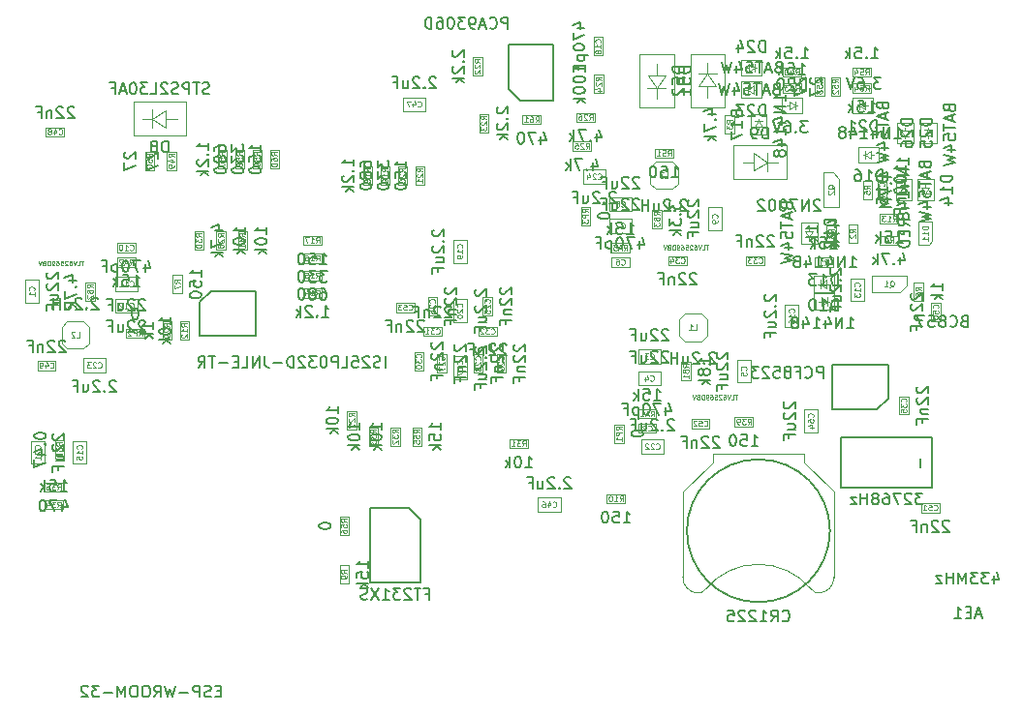
<source format=gbr>
G04 #@! TF.GenerationSoftware,KiCad,Pcbnew,5.0.0-rc2-dev-unknown+dfsg1+20180318-2*
G04 #@! TF.CreationDate,2018-05-20T11:16:33+02:00*
G04 #@! TF.ProjectId,ulx3s,756C7833732E6B696361645F70636200,rev?*
G04 #@! TF.SameCoordinates,Original*
G04 #@! TF.FileFunction,Other,Fab,Bot*
%FSLAX46Y46*%
G04 Gerber Fmt 4.6, Leading zero omitted, Abs format (unit mm)*
G04 Created by KiCad (PCBNEW 5.0.0-rc2-dev-unknown+dfsg1+20180318-2) date Sun May 20 11:16:33 2018*
%MOMM*%
%LPD*%
G01*
G04 APERTURE LIST*
%ADD10C,0.150000*%
%ADD11C,0.100000*%
%ADD12C,0.080000*%
%ADD13C,0.075000*%
G04 APERTURE END LIST*
D10*
X134035000Y-103890000D02*
X130635000Y-103890000D01*
X130635000Y-103890000D02*
X130635000Y-110390000D01*
X130635000Y-110390000D02*
X135035000Y-110390000D01*
X135035000Y-110390000D02*
X135035000Y-104890000D01*
X135035000Y-104890000D02*
X134035000Y-103890000D01*
X170835000Y-105870000D02*
G75*
G03X170835000Y-105870000I-6250000J0D01*
G01*
D11*
X159206987Y-111317558D02*
G75*
G03X159985000Y-110970000I88013J847558D01*
G01*
X169963013Y-111317558D02*
G75*
G02X169185000Y-110970000I-88013J847558D01*
G01*
X159977095Y-110979589D02*
G75*
G02X169185000Y-110970000I4607905J-3790411D01*
G01*
X157985000Y-109920000D02*
G75*
G03X159285000Y-111320000I1350000J-50000D01*
G01*
X171185000Y-109920000D02*
G75*
G02X169885000Y-111320000I-1350000J-50000D01*
G01*
X157985000Y-102470000D02*
X157985000Y-109970000D01*
X171185000Y-102470000D02*
X171185000Y-109970000D01*
X160585000Y-99870000D02*
X157985000Y-102470000D01*
X168585000Y-99870000D02*
X171185000Y-102470000D01*
X160585000Y-99170000D02*
X160585000Y-99870000D01*
X168585000Y-99170000D02*
X168585000Y-99870000D01*
X168585000Y-99170000D02*
X160585000Y-99170000D01*
D10*
X175940000Y-94265000D02*
X175940000Y-91365000D01*
X175940000Y-91365000D02*
X171040000Y-91365000D01*
X171040000Y-91365000D02*
X171040000Y-95265000D01*
X171040000Y-95265000D02*
X174940000Y-95265000D01*
X174940000Y-95265000D02*
X175940000Y-94265000D01*
X115780000Y-85870000D02*
X115780000Y-88770000D01*
X115780000Y-88770000D02*
X120680000Y-88770000D01*
X120680000Y-88770000D02*
X120680000Y-84870000D01*
X120680000Y-84870000D02*
X116780000Y-84870000D01*
X116780000Y-84870000D02*
X115780000Y-85870000D01*
X179776000Y-97722000D02*
X179776000Y-102122000D01*
X171776000Y-97722000D02*
X179776000Y-97722000D01*
X171776000Y-102122000D02*
X171776000Y-97722000D01*
X179776000Y-102122000D02*
X171776000Y-102122000D01*
X178776000Y-99522000D02*
X178776000Y-100322000D01*
D11*
X133501000Y-67950000D02*
X133501000Y-69150000D01*
X133501000Y-69150000D02*
X135501000Y-69150000D01*
X135501000Y-69150000D02*
X135501000Y-67950000D01*
X135501000Y-67950000D02*
X133501000Y-67950000D01*
X101685000Y-83915000D02*
X100485000Y-83915000D01*
X100485000Y-83915000D02*
X100485000Y-85915000D01*
X100485000Y-85915000D02*
X101685000Y-85915000D01*
X101685000Y-85915000D02*
X101685000Y-83915000D01*
X154060000Y-96510000D02*
X154060000Y-97310000D01*
X154060000Y-97310000D02*
X155660000Y-97310000D01*
X155660000Y-97310000D02*
X155660000Y-96510000D01*
X155660000Y-96510000D02*
X154060000Y-96510000D01*
X156060000Y-90030000D02*
X154060000Y-90030000D01*
X156060000Y-91230000D02*
X156060000Y-90030000D01*
X154060000Y-91230000D02*
X156060000Y-91230000D01*
X154060000Y-90030000D02*
X154060000Y-91230000D01*
X154060000Y-91935000D02*
X154060000Y-93135000D01*
X154060000Y-93135000D02*
X156060000Y-93135000D01*
X156060000Y-93135000D02*
X156060000Y-91935000D01*
X156060000Y-91935000D02*
X154060000Y-91935000D01*
X162715000Y-90900000D02*
X162715000Y-92900000D01*
X163915000Y-90900000D02*
X162715000Y-90900000D01*
X163915000Y-92900000D02*
X163915000Y-90900000D01*
X162715000Y-92900000D02*
X163915000Y-92900000D01*
X151720000Y-81975000D02*
X151720000Y-82775000D01*
X151720000Y-82775000D02*
X153320000Y-82775000D01*
X153320000Y-82775000D02*
X153320000Y-81975000D01*
X153320000Y-81975000D02*
X151720000Y-81975000D01*
X153520000Y-78600000D02*
X151520000Y-78600000D01*
X153520000Y-79800000D02*
X153520000Y-78600000D01*
X151520000Y-79800000D02*
X153520000Y-79800000D01*
X151520000Y-78600000D02*
X151520000Y-79800000D01*
X153520000Y-76695000D02*
X151520000Y-76695000D01*
X153520000Y-77895000D02*
X153520000Y-76695000D01*
X151520000Y-77895000D02*
X153520000Y-77895000D01*
X151520000Y-76695000D02*
X151520000Y-77895000D01*
X160175000Y-79565000D02*
X161375000Y-79565000D01*
X161375000Y-79565000D02*
X161375000Y-77565000D01*
X161375000Y-77565000D02*
X160175000Y-77565000D01*
X160175000Y-77565000D02*
X160175000Y-79565000D01*
X108540000Y-81505000D02*
X110140000Y-81505000D01*
X108540000Y-80705000D02*
X108540000Y-81505000D01*
X110140000Y-80705000D02*
X108540000Y-80705000D01*
X110140000Y-81505000D02*
X110140000Y-80705000D01*
X108340000Y-84880000D02*
X110340000Y-84880000D01*
X108340000Y-83680000D02*
X108340000Y-84880000D01*
X110340000Y-83680000D02*
X108340000Y-83680000D01*
X110340000Y-84880000D02*
X110340000Y-83680000D01*
X110340000Y-86785000D02*
X110340000Y-85585000D01*
X110340000Y-85585000D02*
X108340000Y-85585000D01*
X108340000Y-85585000D02*
X108340000Y-86785000D01*
X108340000Y-86785000D02*
X110340000Y-86785000D01*
X172621000Y-83788000D02*
X172621000Y-85788000D01*
X173821000Y-83788000D02*
X172621000Y-83788000D01*
X173821000Y-85788000D02*
X173821000Y-83788000D01*
X172621000Y-85788000D02*
X173821000Y-85788000D01*
X175780000Y-76825000D02*
X175780000Y-75225000D01*
X174980000Y-76825000D02*
X175780000Y-76825000D01*
X174980000Y-75225000D02*
X174980000Y-76825000D01*
X175780000Y-75225000D02*
X174980000Y-75225000D01*
X104676000Y-100012000D02*
X105876000Y-100012000D01*
X105876000Y-100012000D02*
X105876000Y-98012000D01*
X105876000Y-98012000D02*
X104676000Y-98012000D01*
X104676000Y-98012000D02*
X104676000Y-100012000D01*
X166906000Y-88074000D02*
X168106000Y-88074000D01*
X168106000Y-88074000D02*
X168106000Y-86074000D01*
X168106000Y-86074000D02*
X166906000Y-86074000D01*
X166906000Y-86074000D02*
X166906000Y-88074000D01*
X139100000Y-90620000D02*
X137900000Y-90620000D01*
X137900000Y-90620000D02*
X137900000Y-92620000D01*
X137900000Y-92620000D02*
X139100000Y-92620000D01*
X139100000Y-92620000D02*
X139100000Y-90620000D01*
X150189600Y-64284000D02*
X150989600Y-64284000D01*
X150989600Y-64284000D02*
X150989600Y-62684000D01*
X150989600Y-62684000D02*
X150189600Y-62684000D01*
X150189600Y-62684000D02*
X150189600Y-64284000D01*
X137900000Y-82420000D02*
X139100000Y-82420000D01*
X139100000Y-82420000D02*
X139100000Y-80420000D01*
X139100000Y-80420000D02*
X137900000Y-80420000D01*
X137900000Y-80420000D02*
X137900000Y-82420000D01*
X139100000Y-87620000D02*
X139100000Y-85620000D01*
X137900000Y-87620000D02*
X139100000Y-87620000D01*
X137900000Y-85620000D02*
X137900000Y-87620000D01*
X139100000Y-85620000D02*
X137900000Y-85620000D01*
X102193000Y-100012000D02*
X102193000Y-98012000D01*
X100993000Y-100012000D02*
X102193000Y-100012000D01*
X100993000Y-98012000D02*
X100993000Y-100012000D01*
X102193000Y-98012000D02*
X100993000Y-98012000D01*
X154314000Y-97904000D02*
X154314000Y-99104000D01*
X154314000Y-99104000D02*
X156314000Y-99104000D01*
X156314000Y-99104000D02*
X156314000Y-97904000D01*
X156314000Y-97904000D02*
X154314000Y-97904000D01*
X105546000Y-91992000D02*
X107546000Y-91992000D01*
X105546000Y-90792000D02*
X105546000Y-91992000D01*
X107546000Y-90792000D02*
X105546000Y-90792000D01*
X107546000Y-91992000D02*
X107546000Y-90792000D01*
X151234000Y-75482000D02*
X151234000Y-74282000D01*
X151234000Y-74282000D02*
X149234000Y-74282000D01*
X149234000Y-74282000D02*
X149234000Y-75482000D01*
X149234000Y-75482000D02*
X151234000Y-75482000D01*
X141300000Y-87020000D02*
X141300000Y-85420000D01*
X140500000Y-87020000D02*
X141300000Y-87020000D01*
X140500000Y-85420000D02*
X140500000Y-87020000D01*
X141300000Y-85420000D02*
X140500000Y-85420000D01*
X136500000Y-87020000D02*
X136500000Y-85420000D01*
X135700000Y-87020000D02*
X136500000Y-87020000D01*
X135700000Y-85420000D02*
X135700000Y-87020000D01*
X136500000Y-85420000D02*
X135700000Y-85420000D01*
X137300000Y-92020000D02*
X137300000Y-90420000D01*
X136500000Y-92020000D02*
X137300000Y-92020000D01*
X136500000Y-90420000D02*
X136500000Y-92020000D01*
X137300000Y-90420000D02*
X136500000Y-90420000D01*
X140500000Y-90420000D02*
X139700000Y-90420000D01*
X139700000Y-90420000D02*
X139700000Y-92020000D01*
X139700000Y-92020000D02*
X140500000Y-92020000D01*
X140500000Y-92020000D02*
X140500000Y-90420000D01*
X142500000Y-92020000D02*
X142500000Y-90420000D01*
X141700000Y-92020000D02*
X142500000Y-92020000D01*
X141700000Y-90420000D02*
X141700000Y-92020000D01*
X142500000Y-90420000D02*
X141700000Y-90420000D01*
X135300000Y-90220000D02*
X134500000Y-90220000D01*
X134500000Y-90220000D02*
X134500000Y-91820000D01*
X134500000Y-91820000D02*
X135300000Y-91820000D01*
X135300000Y-91820000D02*
X135300000Y-90220000D01*
X135300000Y-88020000D02*
X135300000Y-88820000D01*
X135300000Y-88820000D02*
X136900000Y-88820000D01*
X136900000Y-88820000D02*
X136900000Y-88020000D01*
X136900000Y-88020000D02*
X135300000Y-88020000D01*
X140100000Y-88820000D02*
X141700000Y-88820000D01*
X140100000Y-88020000D02*
X140100000Y-88820000D01*
X141700000Y-88020000D02*
X140100000Y-88020000D01*
X141700000Y-88820000D02*
X141700000Y-88020000D01*
X163500000Y-81820000D02*
X163500000Y-82620000D01*
X163500000Y-82620000D02*
X165100000Y-82620000D01*
X165100000Y-82620000D02*
X165100000Y-81820000D01*
X165100000Y-81820000D02*
X163500000Y-81820000D01*
X158300000Y-82620000D02*
X158300000Y-81820000D01*
X158300000Y-81820000D02*
X156700000Y-81820000D01*
X156700000Y-81820000D02*
X156700000Y-82620000D01*
X156700000Y-82620000D02*
X158300000Y-82620000D01*
X177700000Y-94100000D02*
X176900000Y-94100000D01*
X176900000Y-94100000D02*
X176900000Y-95700000D01*
X176900000Y-95700000D02*
X177700000Y-95700000D01*
X177700000Y-95700000D02*
X177700000Y-94100000D01*
X145297000Y-102984000D02*
X145297000Y-104184000D01*
X145297000Y-104184000D02*
X147297000Y-104184000D01*
X147297000Y-104184000D02*
X147297000Y-102984000D01*
X147297000Y-102984000D02*
X145297000Y-102984000D01*
X103920000Y-70563000D02*
X102320000Y-70563000D01*
X103920000Y-71363000D02*
X103920000Y-70563000D01*
X102320000Y-71363000D02*
X103920000Y-71363000D01*
X102320000Y-70563000D02*
X102320000Y-71363000D01*
X103170000Y-91010000D02*
X101570000Y-91010000D01*
X103170000Y-91810000D02*
X103170000Y-91010000D01*
X101570000Y-91810000D02*
X103170000Y-91810000D01*
X101570000Y-91010000D02*
X101570000Y-91810000D01*
X179694000Y-87511000D02*
X180494000Y-87511000D01*
X180494000Y-87511000D02*
X180494000Y-85911000D01*
X180494000Y-85911000D02*
X179694000Y-85911000D01*
X179694000Y-85911000D02*
X179694000Y-87511000D01*
X180398000Y-104256000D02*
X180398000Y-103456000D01*
X180398000Y-103456000D02*
X178798000Y-103456000D01*
X178798000Y-103456000D02*
X178798000Y-104256000D01*
X178798000Y-104256000D02*
X180398000Y-104256000D01*
X158720000Y-96890000D02*
X160320000Y-96890000D01*
X158720000Y-96090000D02*
X158720000Y-96890000D01*
X160320000Y-96090000D02*
X158720000Y-96090000D01*
X160320000Y-96890000D02*
X160320000Y-96090000D01*
X132902200Y-86730000D02*
X134502200Y-86730000D01*
X132902200Y-85930000D02*
X132902200Y-86730000D01*
X134502200Y-85930000D02*
X132902200Y-85930000D01*
X134502200Y-86730000D02*
X134502200Y-85930000D01*
X168572000Y-95236000D02*
X168572000Y-97236000D01*
X169772000Y-95236000D02*
X168572000Y-95236000D01*
X169772000Y-97236000D02*
X169772000Y-95236000D01*
X168572000Y-97236000D02*
X169772000Y-97236000D01*
X179790000Y-78835000D02*
X179790000Y-80535000D01*
X179790000Y-80535000D02*
X179490000Y-80835000D01*
X179490000Y-80835000D02*
X178590000Y-80835000D01*
X178590000Y-80835000D02*
X178590000Y-78835000D01*
X178590000Y-78835000D02*
X179790000Y-78835000D01*
X159595000Y-89290000D02*
X158870000Y-89290000D01*
X160070000Y-88815000D02*
X159595000Y-89290000D01*
X160070000Y-88090000D02*
X160070000Y-88815000D01*
X158145000Y-89290000D02*
X158870000Y-89290000D01*
X157670000Y-88815000D02*
X158145000Y-89290000D01*
X157670000Y-88090000D02*
X157670000Y-88815000D01*
X158145000Y-86890000D02*
X158870000Y-86890000D01*
X157670000Y-87365000D02*
X158145000Y-86890000D01*
X157670000Y-88090000D02*
X157670000Y-87365000D01*
X159595000Y-86890000D02*
X158870000Y-86890000D01*
X160070000Y-87365000D02*
X159595000Y-86890000D01*
X160070000Y-88090000D02*
X160070000Y-87365000D01*
X103695000Y-88725000D02*
X103695000Y-89450000D01*
X103695000Y-89450000D02*
X104170000Y-89925000D01*
X104170000Y-89925000D02*
X104895000Y-89925000D01*
X106095000Y-88725000D02*
X106095000Y-89450000D01*
X106095000Y-89450000D02*
X105620000Y-89925000D01*
X105620000Y-89925000D02*
X104895000Y-89925000D01*
X106095000Y-88725000D02*
X106095000Y-88000000D01*
X106095000Y-88000000D02*
X105620000Y-87525000D01*
X105620000Y-87525000D02*
X104895000Y-87525000D01*
X103695000Y-88725000D02*
X103695000Y-88000000D01*
X103695000Y-88000000D02*
X104170000Y-87525000D01*
X104170000Y-87525000D02*
X104895000Y-87525000D01*
X157530000Y-74755000D02*
X157530000Y-74030000D01*
X157530000Y-74030000D02*
X157055000Y-73555000D01*
X157055000Y-73555000D02*
X156330000Y-73555000D01*
X155130000Y-74755000D02*
X155130000Y-74030000D01*
X155130000Y-74030000D02*
X155605000Y-73555000D01*
X155605000Y-73555000D02*
X156330000Y-73555000D01*
X155130000Y-74755000D02*
X155130000Y-75480000D01*
X155130000Y-75480000D02*
X155605000Y-75955000D01*
X155605000Y-75955000D02*
X156330000Y-75955000D01*
X157530000Y-74755000D02*
X157530000Y-75480000D01*
X157530000Y-75480000D02*
X157055000Y-75955000D01*
X157055000Y-75955000D02*
X156330000Y-75955000D01*
X170500000Y-84280000D02*
X170750000Y-84280000D01*
X170500000Y-83930000D02*
X170000000Y-84280000D01*
X170500000Y-84630000D02*
X170500000Y-83930000D01*
X170000000Y-84280000D02*
X170500000Y-84630000D01*
X170000000Y-84280000D02*
X169800000Y-84280000D01*
X170000000Y-84630000D02*
X170000000Y-83930000D01*
X169400000Y-83580000D02*
X169400000Y-84980000D01*
X171200000Y-83580000D02*
X169400000Y-83580000D01*
X171200000Y-84980000D02*
X171200000Y-83580000D01*
X169400000Y-84980000D02*
X171200000Y-84980000D01*
X169730000Y-80735000D02*
X169730000Y-78935000D01*
X169730000Y-78935000D02*
X168330000Y-78935000D01*
X168330000Y-78935000D02*
X168330000Y-80735000D01*
X168330000Y-80735000D02*
X169730000Y-80735000D01*
X169380000Y-80135000D02*
X168680000Y-80135000D01*
X169030000Y-80135000D02*
X169030000Y-80335000D01*
X169030000Y-80135000D02*
X169380000Y-79635000D01*
X169380000Y-79635000D02*
X168680000Y-79635000D01*
X168680000Y-79635000D02*
X169030000Y-80135000D01*
X169030000Y-79635000D02*
X169030000Y-79385000D01*
X170100000Y-85804000D02*
X169850000Y-85804000D01*
X170100000Y-86154000D02*
X170600000Y-85804000D01*
X170100000Y-85454000D02*
X170100000Y-86154000D01*
X170600000Y-85804000D02*
X170100000Y-85454000D01*
X170600000Y-85804000D02*
X170800000Y-85804000D01*
X170600000Y-85454000D02*
X170600000Y-86154000D01*
X171200000Y-86504000D02*
X171200000Y-85104000D01*
X169400000Y-86504000D02*
X171200000Y-86504000D01*
X169400000Y-85104000D02*
X169400000Y-86504000D01*
X171200000Y-85104000D02*
X169400000Y-85104000D01*
X179890000Y-76925000D02*
X179890000Y-75125000D01*
X179890000Y-75125000D02*
X178490000Y-75125000D01*
X178490000Y-75125000D02*
X178490000Y-76925000D01*
X178490000Y-76925000D02*
X179890000Y-76925000D01*
X179540000Y-76325000D02*
X178840000Y-76325000D01*
X179190000Y-76325000D02*
X179190000Y-76525000D01*
X179190000Y-76325000D02*
X179540000Y-75825000D01*
X179540000Y-75825000D02*
X178840000Y-75825000D01*
X178840000Y-75825000D02*
X179190000Y-76325000D01*
X179190000Y-75825000D02*
X179190000Y-75575000D01*
X176585000Y-75125000D02*
X176585000Y-76925000D01*
X176585000Y-76925000D02*
X177985000Y-76925000D01*
X177985000Y-76925000D02*
X177985000Y-75125000D01*
X177985000Y-75125000D02*
X176585000Y-75125000D01*
X176935000Y-75725000D02*
X177635000Y-75725000D01*
X177285000Y-75725000D02*
X177285000Y-75525000D01*
X177285000Y-75725000D02*
X176935000Y-76225000D01*
X176935000Y-76225000D02*
X177635000Y-76225000D01*
X177635000Y-76225000D02*
X177285000Y-75725000D01*
X177285000Y-76225000D02*
X177285000Y-76475000D01*
X174437000Y-72977000D02*
X174687000Y-72977000D01*
X174437000Y-72627000D02*
X173937000Y-72977000D01*
X174437000Y-73327000D02*
X174437000Y-72627000D01*
X173937000Y-72977000D02*
X174437000Y-73327000D01*
X173937000Y-72977000D02*
X173737000Y-72977000D01*
X173937000Y-73327000D02*
X173937000Y-72627000D01*
X173337000Y-72277000D02*
X173337000Y-73677000D01*
X175137000Y-72277000D02*
X173337000Y-72277000D01*
X175137000Y-73677000D02*
X175137000Y-72277000D01*
X173337000Y-73677000D02*
X175137000Y-73677000D01*
X164585000Y-70510000D02*
X164585000Y-70760000D01*
X164935000Y-70510000D02*
X164585000Y-70010000D01*
X164235000Y-70510000D02*
X164935000Y-70510000D01*
X164585000Y-70010000D02*
X164235000Y-70510000D01*
X164585000Y-70010000D02*
X164585000Y-69810000D01*
X164235000Y-70010000D02*
X164935000Y-70010000D01*
X165285000Y-69410000D02*
X163885000Y-69410000D01*
X165285000Y-71210000D02*
X165285000Y-69410000D01*
X163885000Y-71210000D02*
X165285000Y-71210000D01*
X163885000Y-69410000D02*
X163885000Y-71210000D01*
X167306000Y-68659000D02*
X167056000Y-68659000D01*
X167306000Y-69009000D02*
X167806000Y-68659000D01*
X167306000Y-68309000D02*
X167306000Y-69009000D01*
X167806000Y-68659000D02*
X167306000Y-68309000D01*
X167806000Y-68659000D02*
X168006000Y-68659000D01*
X167806000Y-68309000D02*
X167806000Y-69009000D01*
X168406000Y-69359000D02*
X168406000Y-67959000D01*
X166606000Y-69359000D02*
X168406000Y-69359000D01*
X166606000Y-67959000D02*
X166606000Y-69359000D01*
X168406000Y-67959000D02*
X166606000Y-67959000D01*
X172829000Y-69359000D02*
X174629000Y-69359000D01*
X174629000Y-69359000D02*
X174629000Y-67959000D01*
X174629000Y-67959000D02*
X172829000Y-67959000D01*
X172829000Y-67959000D02*
X172829000Y-69359000D01*
X173429000Y-69009000D02*
X173429000Y-68309000D01*
X173429000Y-68659000D02*
X173229000Y-68659000D01*
X173429000Y-68659000D02*
X173929000Y-69009000D01*
X173929000Y-69009000D02*
X173929000Y-68309000D01*
X173929000Y-68309000D02*
X173429000Y-68659000D01*
X173929000Y-68659000D02*
X174179000Y-68659000D01*
X163050000Y-67962000D02*
X164850000Y-67962000D01*
X164850000Y-67962000D02*
X164850000Y-66562000D01*
X164850000Y-66562000D02*
X163050000Y-66562000D01*
X163050000Y-66562000D02*
X163050000Y-67962000D01*
X163650000Y-67612000D02*
X163650000Y-66912000D01*
X163650000Y-67262000D02*
X163450000Y-67262000D01*
X163650000Y-67262000D02*
X164150000Y-67612000D01*
X164150000Y-67612000D02*
X164150000Y-66912000D01*
X164150000Y-66912000D02*
X163650000Y-67262000D01*
X164150000Y-67262000D02*
X164400000Y-67262000D01*
X164850000Y-64657000D02*
X163050000Y-64657000D01*
X163050000Y-64657000D02*
X163050000Y-66057000D01*
X163050000Y-66057000D02*
X164850000Y-66057000D01*
X164850000Y-66057000D02*
X164850000Y-64657000D01*
X164250000Y-65007000D02*
X164250000Y-65707000D01*
X164250000Y-65357000D02*
X164450000Y-65357000D01*
X164250000Y-65357000D02*
X163750000Y-65007000D01*
X163750000Y-65007000D02*
X163750000Y-65707000D01*
X163750000Y-65707000D02*
X164250000Y-65357000D01*
X163750000Y-65357000D02*
X163500000Y-65357000D01*
X177412000Y-70872000D02*
X177412000Y-70622000D01*
X177062000Y-70872000D02*
X177412000Y-71372000D01*
X177762000Y-70872000D02*
X177062000Y-70872000D01*
X177412000Y-71372000D02*
X177762000Y-70872000D01*
X177412000Y-71372000D02*
X177412000Y-71572000D01*
X177762000Y-71372000D02*
X177062000Y-71372000D01*
X176712000Y-71972000D02*
X178112000Y-71972000D01*
X176712000Y-70172000D02*
X176712000Y-71972000D01*
X178112000Y-70172000D02*
X176712000Y-70172000D01*
X178112000Y-71972000D02*
X178112000Y-70172000D01*
X179444000Y-71272000D02*
X179444000Y-71522000D01*
X179794000Y-71272000D02*
X179444000Y-70772000D01*
X179094000Y-71272000D02*
X179794000Y-71272000D01*
X179444000Y-70772000D02*
X179094000Y-71272000D01*
X179444000Y-70772000D02*
X179444000Y-70572000D01*
X179094000Y-70772000D02*
X179794000Y-70772000D01*
X180144000Y-70172000D02*
X178744000Y-70172000D01*
X180144000Y-71972000D02*
X180144000Y-70172000D01*
X178744000Y-71972000D02*
X180144000Y-71972000D01*
X178744000Y-70172000D02*
X178744000Y-71972000D01*
X174495000Y-84980000D02*
X174495000Y-83580000D01*
X177535000Y-83580000D02*
X174495000Y-83580000D01*
X176965000Y-84980000D02*
X177535000Y-84430000D01*
X177535000Y-84430000D02*
X177535000Y-83580000D01*
X176965000Y-84980000D02*
X174515000Y-84980000D01*
X171635000Y-75075000D02*
X171635000Y-77525000D01*
X171085000Y-74505000D02*
X170235000Y-74505000D01*
X171635000Y-75075000D02*
X171085000Y-74505000D01*
X170235000Y-74505000D02*
X170235000Y-77545000D01*
X171635000Y-77545000D02*
X170235000Y-77545000D01*
X111611560Y-69800980D02*
X112762180Y-70601080D01*
X111611560Y-69800980D02*
X112762180Y-69051680D01*
X112762180Y-69051680D02*
X112762180Y-70601080D01*
X111611560Y-70601080D02*
X111611560Y-69000880D01*
X112762180Y-69800980D02*
X113760400Y-69800980D01*
X111611560Y-69800980D02*
X110709860Y-69800980D01*
X114561000Y-71302000D02*
X109961000Y-71302000D01*
X114561000Y-71302000D02*
X114561000Y-68302000D01*
X109961000Y-68302000D02*
X109961000Y-71302000D01*
X114561000Y-68302000D02*
X109961000Y-68302000D01*
X162412000Y-75112000D02*
X167012000Y-75112000D01*
X167012000Y-75112000D02*
X167012000Y-72112000D01*
X162412000Y-72112000D02*
X162412000Y-75112000D01*
X162412000Y-72112000D02*
X167012000Y-72112000D01*
X165361440Y-73613020D02*
X166263140Y-73613020D01*
X164210820Y-73613020D02*
X163212600Y-73613020D01*
X165361440Y-72812920D02*
X165361440Y-74413120D01*
X164210820Y-74362320D02*
X164210820Y-72812920D01*
X165361440Y-73613020D02*
X164210820Y-74362320D01*
X165361440Y-73613020D02*
X164210820Y-72812920D01*
X154195000Y-64200000D02*
X154195000Y-68800000D01*
X154195000Y-68800000D02*
X157195000Y-68800000D01*
X157195000Y-64200000D02*
X154195000Y-64200000D01*
X157195000Y-64200000D02*
X157195000Y-68800000D01*
X155693980Y-67149440D02*
X155693980Y-68051140D01*
X155693980Y-65998820D02*
X155693980Y-65000600D01*
X156494080Y-67149440D02*
X154893880Y-67149440D01*
X154944680Y-65998820D02*
X156494080Y-65998820D01*
X155693980Y-67149440D02*
X154944680Y-65998820D01*
X155693980Y-67149440D02*
X156494080Y-65998820D01*
X160141020Y-65850560D02*
X159340920Y-67001180D01*
X160141020Y-65850560D02*
X160890320Y-67001180D01*
X160890320Y-67001180D02*
X159340920Y-67001180D01*
X159340920Y-65850560D02*
X160941120Y-65850560D01*
X160141020Y-67001180D02*
X160141020Y-67999400D01*
X160141020Y-65850560D02*
X160141020Y-64948860D01*
X158640000Y-68800000D02*
X158640000Y-64200000D01*
X158640000Y-68800000D02*
X161640000Y-68800000D01*
X161640000Y-64200000D02*
X158640000Y-64200000D01*
X161640000Y-68800000D02*
X161640000Y-64200000D01*
X112877000Y-74285000D02*
X113677000Y-74285000D01*
X113677000Y-74285000D02*
X113677000Y-72685000D01*
X113677000Y-72685000D02*
X112877000Y-72685000D01*
X112877000Y-72685000D02*
X112877000Y-74285000D01*
X110972000Y-72685000D02*
X110972000Y-74285000D01*
X111772000Y-72685000D02*
X110972000Y-72685000D01*
X111772000Y-74285000D02*
X111772000Y-72685000D01*
X110972000Y-74285000D02*
X111772000Y-74285000D01*
X155530000Y-73250000D02*
X157130000Y-73250000D01*
X155530000Y-72450000D02*
X155530000Y-73250000D01*
X157130000Y-72450000D02*
X155530000Y-72450000D01*
X157130000Y-73250000D02*
X157130000Y-72450000D01*
X170916000Y-66165000D02*
X170916000Y-67765000D01*
X171716000Y-66165000D02*
X170916000Y-66165000D01*
X171716000Y-67765000D02*
X171716000Y-66165000D01*
X170916000Y-67765000D02*
X171716000Y-67765000D01*
X169519000Y-67765000D02*
X170319000Y-67765000D01*
X170319000Y-67765000D02*
X170319000Y-66165000D01*
X170319000Y-66165000D02*
X169519000Y-66165000D01*
X169519000Y-66165000D02*
X169519000Y-67765000D01*
X174402000Y-65338000D02*
X172802000Y-65338000D01*
X174402000Y-66138000D02*
X174402000Y-65338000D01*
X172802000Y-66138000D02*
X174402000Y-66138000D01*
X172802000Y-65338000D02*
X172802000Y-66138000D01*
X127990000Y-106246000D02*
X128790000Y-106246000D01*
X128790000Y-106246000D02*
X128790000Y-104646000D01*
X128790000Y-104646000D02*
X127990000Y-104646000D01*
X127990000Y-104646000D02*
X127990000Y-106246000D01*
X117322000Y-72558000D02*
X117322000Y-74158000D01*
X118122000Y-72558000D02*
X117322000Y-72558000D01*
X118122000Y-74158000D02*
X118122000Y-72558000D01*
X117322000Y-74158000D02*
X118122000Y-74158000D01*
X118846000Y-74158000D02*
X119646000Y-74158000D01*
X119646000Y-74158000D02*
X119646000Y-72558000D01*
X119646000Y-72558000D02*
X118846000Y-72558000D01*
X118846000Y-72558000D02*
X118846000Y-74158000D01*
X120370000Y-72558000D02*
X120370000Y-74158000D01*
X121170000Y-72558000D02*
X120370000Y-72558000D01*
X121170000Y-74158000D02*
X121170000Y-72558000D01*
X120370000Y-74158000D02*
X121170000Y-74158000D01*
X121894000Y-74158000D02*
X122694000Y-74158000D01*
X122694000Y-74158000D02*
X122694000Y-72558000D01*
X122694000Y-72558000D02*
X121894000Y-72558000D01*
X121894000Y-72558000D02*
X121894000Y-74158000D01*
X145580000Y-70300000D02*
X145580000Y-69500000D01*
X145580000Y-69500000D02*
X143980000Y-69500000D01*
X143980000Y-69500000D02*
X143980000Y-70300000D01*
X143980000Y-70300000D02*
X145580000Y-70300000D01*
X152793000Y-96561000D02*
X151993000Y-96561000D01*
X151993000Y-96561000D02*
X151993000Y-98161000D01*
X151993000Y-98161000D02*
X152793000Y-98161000D01*
X152793000Y-98161000D02*
X152793000Y-96561000D01*
X110902000Y-88198000D02*
X109302000Y-88198000D01*
X110902000Y-88998000D02*
X110902000Y-88198000D01*
X109302000Y-88998000D02*
X110902000Y-88998000D01*
X109302000Y-88198000D02*
X109302000Y-88998000D01*
X149872000Y-77511000D02*
X149072000Y-77511000D01*
X149072000Y-77511000D02*
X149072000Y-79111000D01*
X149072000Y-79111000D02*
X149872000Y-79111000D01*
X149872000Y-79111000D02*
X149872000Y-77511000D01*
X166706000Y-65338000D02*
X166706000Y-66138000D01*
X166706000Y-66138000D02*
X168306000Y-66138000D01*
X168306000Y-66138000D02*
X168306000Y-65338000D01*
X168306000Y-65338000D02*
X166706000Y-65338000D01*
X124796000Y-85460000D02*
X126396000Y-85460000D01*
X124796000Y-84660000D02*
X124796000Y-85460000D01*
X126396000Y-84660000D02*
X124796000Y-84660000D01*
X126396000Y-85460000D02*
X126396000Y-84660000D01*
X126396000Y-83936000D02*
X126396000Y-83136000D01*
X126396000Y-83136000D02*
X124796000Y-83136000D01*
X124796000Y-83136000D02*
X124796000Y-83936000D01*
X124796000Y-83936000D02*
X126396000Y-83936000D01*
X126396000Y-82412000D02*
X126396000Y-81612000D01*
X126396000Y-81612000D02*
X124796000Y-81612000D01*
X124796000Y-81612000D02*
X124796000Y-82412000D01*
X124796000Y-82412000D02*
X126396000Y-82412000D01*
X124796000Y-80870000D02*
X126396000Y-80870000D01*
X124796000Y-80070000D02*
X124796000Y-80870000D01*
X126396000Y-80070000D02*
X124796000Y-80070000D01*
X126396000Y-80870000D02*
X126396000Y-80070000D01*
X130022000Y-73973000D02*
X130022000Y-75573000D01*
X130822000Y-73973000D02*
X130022000Y-73973000D01*
X130822000Y-75573000D02*
X130822000Y-73973000D01*
X130022000Y-75573000D02*
X130822000Y-75573000D01*
X131561000Y-75573000D02*
X132361000Y-75573000D01*
X132361000Y-75573000D02*
X132361000Y-73973000D01*
X132361000Y-73973000D02*
X131561000Y-73973000D01*
X131561000Y-73973000D02*
X131561000Y-75573000D01*
X133085000Y-73973000D02*
X133085000Y-75573000D01*
X133885000Y-73973000D02*
X133085000Y-73973000D01*
X133885000Y-75573000D02*
X133885000Y-73973000D01*
X133085000Y-75573000D02*
X133885000Y-75573000D01*
X134609000Y-75573000D02*
X135409000Y-75573000D01*
X135409000Y-75573000D02*
X135409000Y-73973000D01*
X135409000Y-73973000D02*
X134609000Y-73973000D01*
X134609000Y-73973000D02*
X134609000Y-75573000D01*
X114185000Y-83480000D02*
X113385000Y-83480000D01*
X113385000Y-83480000D02*
X113385000Y-85080000D01*
X113385000Y-85080000D02*
X114185000Y-85080000D01*
X114185000Y-85080000D02*
X114185000Y-83480000D01*
X151339000Y-103476000D02*
X152939000Y-103476000D01*
X151339000Y-102676000D02*
X151339000Y-103476000D01*
X152939000Y-102676000D02*
X151339000Y-102676000D01*
X152939000Y-103476000D02*
X152939000Y-102676000D01*
X164115000Y-96745000D02*
X164115000Y-95945000D01*
X164115000Y-95945000D02*
X162515000Y-95945000D01*
X162515000Y-95945000D02*
X162515000Y-96745000D01*
X162515000Y-96745000D02*
X164115000Y-96745000D01*
X178955000Y-85715000D02*
X178955000Y-84115000D01*
X178155000Y-85715000D02*
X178955000Y-85715000D01*
X178155000Y-84115000D02*
X178155000Y-85715000D01*
X178955000Y-84115000D02*
X178155000Y-84115000D01*
X112496000Y-89144000D02*
X113296000Y-89144000D01*
X113296000Y-89144000D02*
X113296000Y-87544000D01*
X113296000Y-87544000D02*
X112496000Y-87544000D01*
X112496000Y-87544000D02*
X112496000Y-89144000D01*
X170535000Y-80635000D02*
X171335000Y-80635000D01*
X171335000Y-80635000D02*
X171335000Y-79035000D01*
X171335000Y-79035000D02*
X170535000Y-79035000D01*
X170535000Y-79035000D02*
X170535000Y-80635000D01*
X103790000Y-102460000D02*
X103790000Y-101660000D01*
X103790000Y-101660000D02*
X102190000Y-101660000D01*
X102190000Y-101660000D02*
X102190000Y-102460000D01*
X102190000Y-102460000D02*
X103790000Y-102460000D01*
X114020000Y-89144000D02*
X114820000Y-89144000D01*
X114820000Y-89144000D02*
X114820000Y-87544000D01*
X114820000Y-87544000D02*
X114020000Y-87544000D01*
X114020000Y-87544000D02*
X114020000Y-89144000D01*
X171100000Y-81975000D02*
X169500000Y-81975000D01*
X171100000Y-82775000D02*
X171100000Y-81975000D01*
X169500000Y-82775000D02*
X171100000Y-82775000D01*
X169500000Y-81975000D02*
X169500000Y-82775000D01*
X172440000Y-80635000D02*
X173240000Y-80635000D01*
X173240000Y-80635000D02*
X173240000Y-79035000D01*
X173240000Y-79035000D02*
X172440000Y-79035000D01*
X172440000Y-79035000D02*
X172440000Y-80635000D01*
X161645000Y-69510000D02*
X161645000Y-71110000D01*
X162445000Y-69510000D02*
X161645000Y-69510000D01*
X162445000Y-71110000D02*
X162445000Y-69510000D01*
X161645000Y-71110000D02*
X162445000Y-71110000D01*
X175215000Y-80870000D02*
X176815000Y-80870000D01*
X175215000Y-80070000D02*
X175215000Y-80870000D01*
X176815000Y-80070000D02*
X175215000Y-80070000D01*
X176815000Y-80870000D02*
X176815000Y-80070000D01*
X174510000Y-75225000D02*
X173710000Y-75225000D01*
X173710000Y-75225000D02*
X173710000Y-76825000D01*
X173710000Y-76825000D02*
X174510000Y-76825000D01*
X174510000Y-76825000D02*
X174510000Y-75225000D01*
X128790000Y-110480000D02*
X128790000Y-108880000D01*
X127990000Y-110480000D02*
X128790000Y-110480000D01*
X127990000Y-108880000D02*
X127990000Y-110480000D01*
X128790000Y-108880000D02*
X127990000Y-108880000D01*
X119900000Y-79670000D02*
X119100000Y-79670000D01*
X119100000Y-79670000D02*
X119100000Y-81270000D01*
X119100000Y-81270000D02*
X119900000Y-81270000D01*
X119900000Y-81270000D02*
X119900000Y-79670000D01*
X176815000Y-78965000D02*
X176815000Y-78165000D01*
X176815000Y-78165000D02*
X175215000Y-78165000D01*
X175215000Y-78165000D02*
X175215000Y-78965000D01*
X175215000Y-78965000D02*
X176815000Y-78965000D01*
X139625500Y-66030000D02*
X140425500Y-66030000D01*
X140425500Y-66030000D02*
X140425500Y-64430000D01*
X140425500Y-64430000D02*
X139625500Y-64430000D01*
X139625500Y-64430000D02*
X139625500Y-66030000D01*
X140997000Y-71001000D02*
X140997000Y-69401000D01*
X140197000Y-71001000D02*
X140997000Y-71001000D01*
X140197000Y-69401000D02*
X140197000Y-71001000D01*
X140997000Y-69401000D02*
X140197000Y-69401000D01*
X150215000Y-65972000D02*
X150215000Y-67572000D01*
X151015000Y-65972000D02*
X150215000Y-65972000D01*
X151015000Y-67572000D02*
X151015000Y-65972000D01*
X150215000Y-67572000D02*
X151015000Y-67572000D01*
X149975000Y-72615000D02*
X149975000Y-71815000D01*
X149975000Y-71815000D02*
X148375000Y-71815000D01*
X148375000Y-71815000D02*
X148375000Y-72615000D01*
X148375000Y-72615000D02*
X149975000Y-72615000D01*
X150287000Y-70093000D02*
X150287000Y-69293000D01*
X150287000Y-69293000D02*
X148687000Y-69293000D01*
X148687000Y-69293000D02*
X148687000Y-70093000D01*
X148687000Y-70093000D02*
X150287000Y-70093000D01*
X128625000Y-95375000D02*
X128625000Y-96975000D01*
X129425000Y-95375000D02*
X128625000Y-95375000D01*
X129425000Y-96975000D02*
X129425000Y-95375000D01*
X128625000Y-96975000D02*
X129425000Y-96975000D01*
X117995000Y-79670000D02*
X117195000Y-79670000D01*
X117195000Y-79670000D02*
X117195000Y-81270000D01*
X117195000Y-81270000D02*
X117995000Y-81270000D01*
X117995000Y-81270000D02*
X117995000Y-79670000D01*
X116090000Y-81270000D02*
X116090000Y-79670000D01*
X115290000Y-81270000D02*
X116090000Y-81270000D01*
X115290000Y-79670000D02*
X115290000Y-81270000D01*
X116090000Y-79670000D02*
X115290000Y-79670000D01*
X142830000Y-98650000D02*
X144430000Y-98650000D01*
X142830000Y-97850000D02*
X142830000Y-98650000D01*
X144430000Y-97850000D02*
X142830000Y-97850000D01*
X144430000Y-98650000D02*
X144430000Y-97850000D01*
X132435000Y-98415000D02*
X133235000Y-98415000D01*
X133235000Y-98415000D02*
X133235000Y-96815000D01*
X133235000Y-96815000D02*
X132435000Y-96815000D01*
X132435000Y-96815000D02*
X132435000Y-98415000D01*
X130530000Y-96815000D02*
X130530000Y-98415000D01*
X131330000Y-96815000D02*
X130530000Y-96815000D01*
X131330000Y-98415000D02*
X131330000Y-96815000D01*
X130530000Y-98415000D02*
X131330000Y-98415000D01*
X103790000Y-103200000D02*
X102190000Y-103200000D01*
X103790000Y-104000000D02*
X103790000Y-103200000D01*
X102190000Y-104000000D02*
X103790000Y-104000000D01*
X102190000Y-103200000D02*
X102190000Y-104000000D01*
X103098000Y-99558000D02*
X103898000Y-99558000D01*
X103898000Y-99558000D02*
X103898000Y-97958000D01*
X103898000Y-97958000D02*
X103098000Y-97958000D01*
X103098000Y-97958000D02*
X103098000Y-99558000D01*
X135140000Y-96815000D02*
X134340000Y-96815000D01*
X134340000Y-96815000D02*
X134340000Y-98415000D01*
X134340000Y-98415000D02*
X135140000Y-98415000D01*
X135140000Y-98415000D02*
X135140000Y-96815000D01*
X166706000Y-66735000D02*
X166706000Y-67535000D01*
X166706000Y-67535000D02*
X168306000Y-67535000D01*
X168306000Y-67535000D02*
X168306000Y-66735000D01*
X168306000Y-66735000D02*
X166706000Y-66735000D01*
X172800000Y-67520000D02*
X174400000Y-67520000D01*
X172800000Y-66720000D02*
X172800000Y-67520000D01*
X174400000Y-66720000D02*
X172800000Y-66720000D01*
X174400000Y-67520000D02*
X174400000Y-66720000D01*
X155660000Y-95240000D02*
X154060000Y-95240000D01*
X155660000Y-96040000D02*
X155660000Y-95240000D01*
X154060000Y-96040000D02*
X155660000Y-96040000D01*
X154060000Y-95240000D02*
X154060000Y-96040000D01*
X108540000Y-82775000D02*
X110140000Y-82775000D01*
X108540000Y-81975000D02*
X108540000Y-82775000D01*
X110140000Y-81975000D02*
X108540000Y-81975000D01*
X110140000Y-82775000D02*
X110140000Y-81975000D01*
X153320000Y-80705000D02*
X151720000Y-80705000D01*
X153320000Y-81505000D02*
X153320000Y-80705000D01*
X151720000Y-81505000D02*
X153320000Y-81505000D01*
X151720000Y-80705000D02*
X151720000Y-81505000D01*
X158635000Y-91100000D02*
X157835000Y-91100000D01*
X157835000Y-91100000D02*
X157835000Y-92700000D01*
X157835000Y-92700000D02*
X158635000Y-92700000D01*
X158635000Y-92700000D02*
X158635000Y-91100000D01*
X105765000Y-85715000D02*
X106565000Y-85715000D01*
X106565000Y-85715000D02*
X106565000Y-84115000D01*
X106565000Y-84115000D02*
X105765000Y-84115000D01*
X105765000Y-84115000D02*
X105765000Y-85715000D01*
X156095000Y-77765000D02*
X155295000Y-77765000D01*
X155295000Y-77765000D02*
X155295000Y-79365000D01*
X155295000Y-79365000D02*
X156095000Y-79365000D01*
X156095000Y-79365000D02*
X156095000Y-77765000D01*
D10*
X143730000Y-68251500D02*
X146630000Y-68251500D01*
X146630000Y-68251500D02*
X146630000Y-63351500D01*
X146630000Y-63351500D02*
X142730000Y-63351500D01*
X142730000Y-63351500D02*
X142730000Y-67251500D01*
X142730000Y-67251500D02*
X143730000Y-68251500D01*
D11*
X162746428Y-93966952D02*
X162517857Y-93966952D01*
X162632142Y-94366952D02*
X162632142Y-93966952D01*
X162194047Y-94366952D02*
X162384523Y-94366952D01*
X162384523Y-93966952D01*
X162117857Y-93966952D02*
X161984523Y-94366952D01*
X161851190Y-93966952D01*
X161546428Y-93966952D02*
X161622619Y-93966952D01*
X161660714Y-93986000D01*
X161679761Y-94005047D01*
X161717857Y-94062190D01*
X161736904Y-94138380D01*
X161736904Y-94290761D01*
X161717857Y-94328857D01*
X161698809Y-94347904D01*
X161660714Y-94366952D01*
X161584523Y-94366952D01*
X161546428Y-94347904D01*
X161527380Y-94328857D01*
X161508333Y-94290761D01*
X161508333Y-94195523D01*
X161527380Y-94157428D01*
X161546428Y-94138380D01*
X161584523Y-94119333D01*
X161660714Y-94119333D01*
X161698809Y-94138380D01*
X161717857Y-94157428D01*
X161736904Y-94195523D01*
X161355952Y-94005047D02*
X161336904Y-93986000D01*
X161298809Y-93966952D01*
X161203571Y-93966952D01*
X161165476Y-93986000D01*
X161146428Y-94005047D01*
X161127380Y-94043142D01*
X161127380Y-94081238D01*
X161146428Y-94138380D01*
X161375000Y-94366952D01*
X161127380Y-94366952D01*
X160765476Y-93966952D02*
X160955952Y-93966952D01*
X160975000Y-94157428D01*
X160955952Y-94138380D01*
X160917857Y-94119333D01*
X160822619Y-94119333D01*
X160784523Y-94138380D01*
X160765476Y-94157428D01*
X160746428Y-94195523D01*
X160746428Y-94290761D01*
X160765476Y-94328857D01*
X160784523Y-94347904D01*
X160822619Y-94366952D01*
X160917857Y-94366952D01*
X160955952Y-94347904D01*
X160975000Y-94328857D01*
X160403571Y-93966952D02*
X160479761Y-93966952D01*
X160517857Y-93986000D01*
X160536904Y-94005047D01*
X160575000Y-94062190D01*
X160594047Y-94138380D01*
X160594047Y-94290761D01*
X160575000Y-94328857D01*
X160555952Y-94347904D01*
X160517857Y-94366952D01*
X160441666Y-94366952D01*
X160403571Y-94347904D01*
X160384523Y-94328857D01*
X160365476Y-94290761D01*
X160365476Y-94195523D01*
X160384523Y-94157428D01*
X160403571Y-94138380D01*
X160441666Y-94119333D01*
X160517857Y-94119333D01*
X160555952Y-94138380D01*
X160575000Y-94157428D01*
X160594047Y-94195523D01*
X160175000Y-94366952D02*
X160098809Y-94366952D01*
X160060714Y-94347904D01*
X160041666Y-94328857D01*
X160003571Y-94271714D01*
X159984523Y-94195523D01*
X159984523Y-94043142D01*
X160003571Y-94005047D01*
X160022619Y-93986000D01*
X160060714Y-93966952D01*
X160136904Y-93966952D01*
X160175000Y-93986000D01*
X160194047Y-94005047D01*
X160213095Y-94043142D01*
X160213095Y-94138380D01*
X160194047Y-94176476D01*
X160175000Y-94195523D01*
X160136904Y-94214571D01*
X160060714Y-94214571D01*
X160022619Y-94195523D01*
X160003571Y-94176476D01*
X159984523Y-94138380D01*
X159813095Y-94366952D02*
X159813095Y-93966952D01*
X159717857Y-93966952D01*
X159660714Y-93986000D01*
X159622619Y-94024095D01*
X159603571Y-94062190D01*
X159584523Y-94138380D01*
X159584523Y-94195523D01*
X159603571Y-94271714D01*
X159622619Y-94309809D01*
X159660714Y-94347904D01*
X159717857Y-94366952D01*
X159813095Y-94366952D01*
X159279761Y-94157428D02*
X159222619Y-94176476D01*
X159203571Y-94195523D01*
X159184523Y-94233619D01*
X159184523Y-94290761D01*
X159203571Y-94328857D01*
X159222619Y-94347904D01*
X159260714Y-94366952D01*
X159413095Y-94366952D01*
X159413095Y-93966952D01*
X159279761Y-93966952D01*
X159241666Y-93986000D01*
X159222619Y-94005047D01*
X159203571Y-94043142D01*
X159203571Y-94081238D01*
X159222619Y-94119333D01*
X159241666Y-94138380D01*
X159279761Y-94157428D01*
X159413095Y-94157428D01*
X159070238Y-93966952D02*
X158936904Y-94366952D01*
X158803571Y-93966952D01*
X105596428Y-82252952D02*
X105367857Y-82252952D01*
X105482142Y-82652952D02*
X105482142Y-82252952D01*
X105044047Y-82652952D02*
X105234523Y-82652952D01*
X105234523Y-82252952D01*
X104967857Y-82252952D02*
X104834523Y-82652952D01*
X104701190Y-82252952D01*
X104396428Y-82252952D02*
X104472619Y-82252952D01*
X104510714Y-82272000D01*
X104529761Y-82291047D01*
X104567857Y-82348190D01*
X104586904Y-82424380D01*
X104586904Y-82576761D01*
X104567857Y-82614857D01*
X104548809Y-82633904D01*
X104510714Y-82652952D01*
X104434523Y-82652952D01*
X104396428Y-82633904D01*
X104377380Y-82614857D01*
X104358333Y-82576761D01*
X104358333Y-82481523D01*
X104377380Y-82443428D01*
X104396428Y-82424380D01*
X104434523Y-82405333D01*
X104510714Y-82405333D01*
X104548809Y-82424380D01*
X104567857Y-82443428D01*
X104586904Y-82481523D01*
X104205952Y-82291047D02*
X104186904Y-82272000D01*
X104148809Y-82252952D01*
X104053571Y-82252952D01*
X104015476Y-82272000D01*
X103996428Y-82291047D01*
X103977380Y-82329142D01*
X103977380Y-82367238D01*
X103996428Y-82424380D01*
X104225000Y-82652952D01*
X103977380Y-82652952D01*
X103615476Y-82252952D02*
X103805952Y-82252952D01*
X103825000Y-82443428D01*
X103805952Y-82424380D01*
X103767857Y-82405333D01*
X103672619Y-82405333D01*
X103634523Y-82424380D01*
X103615476Y-82443428D01*
X103596428Y-82481523D01*
X103596428Y-82576761D01*
X103615476Y-82614857D01*
X103634523Y-82633904D01*
X103672619Y-82652952D01*
X103767857Y-82652952D01*
X103805952Y-82633904D01*
X103825000Y-82614857D01*
X103253571Y-82252952D02*
X103329761Y-82252952D01*
X103367857Y-82272000D01*
X103386904Y-82291047D01*
X103425000Y-82348190D01*
X103444047Y-82424380D01*
X103444047Y-82576761D01*
X103425000Y-82614857D01*
X103405952Y-82633904D01*
X103367857Y-82652952D01*
X103291666Y-82652952D01*
X103253571Y-82633904D01*
X103234523Y-82614857D01*
X103215476Y-82576761D01*
X103215476Y-82481523D01*
X103234523Y-82443428D01*
X103253571Y-82424380D01*
X103291666Y-82405333D01*
X103367857Y-82405333D01*
X103405952Y-82424380D01*
X103425000Y-82443428D01*
X103444047Y-82481523D01*
X103025000Y-82652952D02*
X102948809Y-82652952D01*
X102910714Y-82633904D01*
X102891666Y-82614857D01*
X102853571Y-82557714D01*
X102834523Y-82481523D01*
X102834523Y-82329142D01*
X102853571Y-82291047D01*
X102872619Y-82272000D01*
X102910714Y-82252952D01*
X102986904Y-82252952D01*
X103025000Y-82272000D01*
X103044047Y-82291047D01*
X103063095Y-82329142D01*
X103063095Y-82424380D01*
X103044047Y-82462476D01*
X103025000Y-82481523D01*
X102986904Y-82500571D01*
X102910714Y-82500571D01*
X102872619Y-82481523D01*
X102853571Y-82462476D01*
X102834523Y-82424380D01*
X102663095Y-82652952D02*
X102663095Y-82252952D01*
X102567857Y-82252952D01*
X102510714Y-82272000D01*
X102472619Y-82310095D01*
X102453571Y-82348190D01*
X102434523Y-82424380D01*
X102434523Y-82481523D01*
X102453571Y-82557714D01*
X102472619Y-82595809D01*
X102510714Y-82633904D01*
X102567857Y-82652952D01*
X102663095Y-82652952D01*
X102129761Y-82443428D02*
X102072619Y-82462476D01*
X102053571Y-82481523D01*
X102034523Y-82519619D01*
X102034523Y-82576761D01*
X102053571Y-82614857D01*
X102072619Y-82633904D01*
X102110714Y-82652952D01*
X102263095Y-82652952D01*
X102263095Y-82252952D01*
X102129761Y-82252952D01*
X102091666Y-82272000D01*
X102072619Y-82291047D01*
X102053571Y-82329142D01*
X102053571Y-82367238D01*
X102072619Y-82405333D01*
X102091666Y-82424380D01*
X102129761Y-82443428D01*
X102263095Y-82443428D01*
X101920238Y-82252952D02*
X101786904Y-82652952D01*
X101653571Y-82252952D01*
X160206428Y-80885952D02*
X159977857Y-80885952D01*
X160092142Y-81285952D02*
X160092142Y-80885952D01*
X159654047Y-81285952D02*
X159844523Y-81285952D01*
X159844523Y-80885952D01*
X159577857Y-80885952D02*
X159444523Y-81285952D01*
X159311190Y-80885952D01*
X159006428Y-80885952D02*
X159082619Y-80885952D01*
X159120714Y-80905000D01*
X159139761Y-80924047D01*
X159177857Y-80981190D01*
X159196904Y-81057380D01*
X159196904Y-81209761D01*
X159177857Y-81247857D01*
X159158809Y-81266904D01*
X159120714Y-81285952D01*
X159044523Y-81285952D01*
X159006428Y-81266904D01*
X158987380Y-81247857D01*
X158968333Y-81209761D01*
X158968333Y-81114523D01*
X158987380Y-81076428D01*
X159006428Y-81057380D01*
X159044523Y-81038333D01*
X159120714Y-81038333D01*
X159158809Y-81057380D01*
X159177857Y-81076428D01*
X159196904Y-81114523D01*
X158815952Y-80924047D02*
X158796904Y-80905000D01*
X158758809Y-80885952D01*
X158663571Y-80885952D01*
X158625476Y-80905000D01*
X158606428Y-80924047D01*
X158587380Y-80962142D01*
X158587380Y-81000238D01*
X158606428Y-81057380D01*
X158835000Y-81285952D01*
X158587380Y-81285952D01*
X158225476Y-80885952D02*
X158415952Y-80885952D01*
X158435000Y-81076428D01*
X158415952Y-81057380D01*
X158377857Y-81038333D01*
X158282619Y-81038333D01*
X158244523Y-81057380D01*
X158225476Y-81076428D01*
X158206428Y-81114523D01*
X158206428Y-81209761D01*
X158225476Y-81247857D01*
X158244523Y-81266904D01*
X158282619Y-81285952D01*
X158377857Y-81285952D01*
X158415952Y-81266904D01*
X158435000Y-81247857D01*
X157863571Y-80885952D02*
X157939761Y-80885952D01*
X157977857Y-80905000D01*
X157996904Y-80924047D01*
X158035000Y-80981190D01*
X158054047Y-81057380D01*
X158054047Y-81209761D01*
X158035000Y-81247857D01*
X158015952Y-81266904D01*
X157977857Y-81285952D01*
X157901666Y-81285952D01*
X157863571Y-81266904D01*
X157844523Y-81247857D01*
X157825476Y-81209761D01*
X157825476Y-81114523D01*
X157844523Y-81076428D01*
X157863571Y-81057380D01*
X157901666Y-81038333D01*
X157977857Y-81038333D01*
X158015952Y-81057380D01*
X158035000Y-81076428D01*
X158054047Y-81114523D01*
X157635000Y-81285952D02*
X157558809Y-81285952D01*
X157520714Y-81266904D01*
X157501666Y-81247857D01*
X157463571Y-81190714D01*
X157444523Y-81114523D01*
X157444523Y-80962142D01*
X157463571Y-80924047D01*
X157482619Y-80905000D01*
X157520714Y-80885952D01*
X157596904Y-80885952D01*
X157635000Y-80905000D01*
X157654047Y-80924047D01*
X157673095Y-80962142D01*
X157673095Y-81057380D01*
X157654047Y-81095476D01*
X157635000Y-81114523D01*
X157596904Y-81133571D01*
X157520714Y-81133571D01*
X157482619Y-81114523D01*
X157463571Y-81095476D01*
X157444523Y-81057380D01*
X157273095Y-81285952D02*
X157273095Y-80885952D01*
X157177857Y-80885952D01*
X157120714Y-80905000D01*
X157082619Y-80943095D01*
X157063571Y-80981190D01*
X157044523Y-81057380D01*
X157044523Y-81114523D01*
X157063571Y-81190714D01*
X157082619Y-81228809D01*
X157120714Y-81266904D01*
X157177857Y-81285952D01*
X157273095Y-81285952D01*
X156739761Y-81076428D02*
X156682619Y-81095476D01*
X156663571Y-81114523D01*
X156644523Y-81152619D01*
X156644523Y-81209761D01*
X156663571Y-81247857D01*
X156682619Y-81266904D01*
X156720714Y-81285952D01*
X156873095Y-81285952D01*
X156873095Y-80885952D01*
X156739761Y-80885952D01*
X156701666Y-80905000D01*
X156682619Y-80924047D01*
X156663571Y-80962142D01*
X156663571Y-81000238D01*
X156682619Y-81038333D01*
X156701666Y-81057380D01*
X156739761Y-81076428D01*
X156873095Y-81076428D01*
X156530238Y-80885952D02*
X156396904Y-81285952D01*
X156263571Y-80885952D01*
D10*
X135454047Y-111368571D02*
X135787380Y-111368571D01*
X135787380Y-111892380D02*
X135787380Y-110892380D01*
X135311190Y-110892380D01*
X135073095Y-110892380D02*
X134501666Y-110892380D01*
X134787380Y-111892380D02*
X134787380Y-110892380D01*
X134215952Y-110987619D02*
X134168333Y-110940000D01*
X134073095Y-110892380D01*
X133835000Y-110892380D01*
X133739761Y-110940000D01*
X133692142Y-110987619D01*
X133644523Y-111082857D01*
X133644523Y-111178095D01*
X133692142Y-111320952D01*
X134263571Y-111892380D01*
X133644523Y-111892380D01*
X133311190Y-110892380D02*
X132692142Y-110892380D01*
X133025476Y-111273333D01*
X132882619Y-111273333D01*
X132787380Y-111320952D01*
X132739761Y-111368571D01*
X132692142Y-111463809D01*
X132692142Y-111701904D01*
X132739761Y-111797142D01*
X132787380Y-111844761D01*
X132882619Y-111892380D01*
X133168333Y-111892380D01*
X133263571Y-111844761D01*
X133311190Y-111797142D01*
X131739761Y-111892380D02*
X132311190Y-111892380D01*
X132025476Y-111892380D02*
X132025476Y-110892380D01*
X132120714Y-111035238D01*
X132215952Y-111130476D01*
X132311190Y-111178095D01*
X131406428Y-110892380D02*
X130739761Y-111892380D01*
X130739761Y-110892380D02*
X131406428Y-111892380D01*
X130406428Y-111844761D02*
X130263571Y-111892380D01*
X130025476Y-111892380D01*
X129930238Y-111844761D01*
X129882619Y-111797142D01*
X129835000Y-111701904D01*
X129835000Y-111606666D01*
X129882619Y-111511428D01*
X129930238Y-111463809D01*
X130025476Y-111416190D01*
X130215952Y-111368571D01*
X130311190Y-111320952D01*
X130358809Y-111273333D01*
X130406428Y-111178095D01*
X130406428Y-111082857D01*
X130358809Y-110987619D01*
X130311190Y-110940000D01*
X130215952Y-110892380D01*
X129977857Y-110892380D01*
X129835000Y-110940000D01*
X166680238Y-113727142D02*
X166727857Y-113774761D01*
X166870714Y-113822380D01*
X166965952Y-113822380D01*
X167108809Y-113774761D01*
X167204047Y-113679523D01*
X167251666Y-113584285D01*
X167299285Y-113393809D01*
X167299285Y-113250952D01*
X167251666Y-113060476D01*
X167204047Y-112965238D01*
X167108809Y-112870000D01*
X166965952Y-112822380D01*
X166870714Y-112822380D01*
X166727857Y-112870000D01*
X166680238Y-112917619D01*
X165680238Y-113822380D02*
X166013571Y-113346190D01*
X166251666Y-113822380D02*
X166251666Y-112822380D01*
X165870714Y-112822380D01*
X165775476Y-112870000D01*
X165727857Y-112917619D01*
X165680238Y-113012857D01*
X165680238Y-113155714D01*
X165727857Y-113250952D01*
X165775476Y-113298571D01*
X165870714Y-113346190D01*
X166251666Y-113346190D01*
X164727857Y-113822380D02*
X165299285Y-113822380D01*
X165013571Y-113822380D02*
X165013571Y-112822380D01*
X165108809Y-112965238D01*
X165204047Y-113060476D01*
X165299285Y-113108095D01*
X164346904Y-112917619D02*
X164299285Y-112870000D01*
X164204047Y-112822380D01*
X163965952Y-112822380D01*
X163870714Y-112870000D01*
X163823095Y-112917619D01*
X163775476Y-113012857D01*
X163775476Y-113108095D01*
X163823095Y-113250952D01*
X164394523Y-113822380D01*
X163775476Y-113822380D01*
X163394523Y-112917619D02*
X163346904Y-112870000D01*
X163251666Y-112822380D01*
X163013571Y-112822380D01*
X162918333Y-112870000D01*
X162870714Y-112917619D01*
X162823095Y-113012857D01*
X162823095Y-113108095D01*
X162870714Y-113250952D01*
X163442142Y-113822380D01*
X162823095Y-113822380D01*
X161918333Y-112822380D02*
X162394523Y-112822380D01*
X162442142Y-113298571D01*
X162394523Y-113250952D01*
X162299285Y-113203333D01*
X162061190Y-113203333D01*
X161965952Y-113250952D01*
X161918333Y-113298571D01*
X161870714Y-113393809D01*
X161870714Y-113631904D01*
X161918333Y-113727142D01*
X161965952Y-113774761D01*
X162061190Y-113822380D01*
X162299285Y-113822380D01*
X162394523Y-113774761D01*
X162442142Y-113727142D01*
X170235238Y-92497380D02*
X170235238Y-91497380D01*
X169854285Y-91497380D01*
X169759047Y-91545000D01*
X169711428Y-91592619D01*
X169663809Y-91687857D01*
X169663809Y-91830714D01*
X169711428Y-91925952D01*
X169759047Y-91973571D01*
X169854285Y-92021190D01*
X170235238Y-92021190D01*
X168663809Y-92402142D02*
X168711428Y-92449761D01*
X168854285Y-92497380D01*
X168949523Y-92497380D01*
X169092380Y-92449761D01*
X169187619Y-92354523D01*
X169235238Y-92259285D01*
X169282857Y-92068809D01*
X169282857Y-91925952D01*
X169235238Y-91735476D01*
X169187619Y-91640238D01*
X169092380Y-91545000D01*
X168949523Y-91497380D01*
X168854285Y-91497380D01*
X168711428Y-91545000D01*
X168663809Y-91592619D01*
X167901904Y-91973571D02*
X168235238Y-91973571D01*
X168235238Y-92497380D02*
X168235238Y-91497380D01*
X167759047Y-91497380D01*
X167235238Y-91925952D02*
X167330476Y-91878333D01*
X167378095Y-91830714D01*
X167425714Y-91735476D01*
X167425714Y-91687857D01*
X167378095Y-91592619D01*
X167330476Y-91545000D01*
X167235238Y-91497380D01*
X167044761Y-91497380D01*
X166949523Y-91545000D01*
X166901904Y-91592619D01*
X166854285Y-91687857D01*
X166854285Y-91735476D01*
X166901904Y-91830714D01*
X166949523Y-91878333D01*
X167044761Y-91925952D01*
X167235238Y-91925952D01*
X167330476Y-91973571D01*
X167378095Y-92021190D01*
X167425714Y-92116428D01*
X167425714Y-92306904D01*
X167378095Y-92402142D01*
X167330476Y-92449761D01*
X167235238Y-92497380D01*
X167044761Y-92497380D01*
X166949523Y-92449761D01*
X166901904Y-92402142D01*
X166854285Y-92306904D01*
X166854285Y-92116428D01*
X166901904Y-92021190D01*
X166949523Y-91973571D01*
X167044761Y-91925952D01*
X165949523Y-91497380D02*
X166425714Y-91497380D01*
X166473333Y-91973571D01*
X166425714Y-91925952D01*
X166330476Y-91878333D01*
X166092380Y-91878333D01*
X165997142Y-91925952D01*
X165949523Y-91973571D01*
X165901904Y-92068809D01*
X165901904Y-92306904D01*
X165949523Y-92402142D01*
X165997142Y-92449761D01*
X166092380Y-92497380D01*
X166330476Y-92497380D01*
X166425714Y-92449761D01*
X166473333Y-92402142D01*
X165520952Y-91592619D02*
X165473333Y-91545000D01*
X165378095Y-91497380D01*
X165140000Y-91497380D01*
X165044761Y-91545000D01*
X164997142Y-91592619D01*
X164949523Y-91687857D01*
X164949523Y-91783095D01*
X164997142Y-91925952D01*
X165568571Y-92497380D01*
X164949523Y-92497380D01*
X164616190Y-91497380D02*
X163997142Y-91497380D01*
X164330476Y-91878333D01*
X164187619Y-91878333D01*
X164092380Y-91925952D01*
X164044761Y-91973571D01*
X163997142Y-92068809D01*
X163997142Y-92306904D01*
X164044761Y-92402142D01*
X164092380Y-92449761D01*
X164187619Y-92497380D01*
X164473333Y-92497380D01*
X164568571Y-92449761D01*
X164616190Y-92402142D01*
X131960857Y-91590380D02*
X131960857Y-90590380D01*
X131532285Y-91542761D02*
X131389428Y-91590380D01*
X131151333Y-91590380D01*
X131056095Y-91542761D01*
X131008476Y-91495142D01*
X130960857Y-91399904D01*
X130960857Y-91304666D01*
X131008476Y-91209428D01*
X131056095Y-91161809D01*
X131151333Y-91114190D01*
X131341809Y-91066571D01*
X131437047Y-91018952D01*
X131484666Y-90971333D01*
X131532285Y-90876095D01*
X131532285Y-90780857D01*
X131484666Y-90685619D01*
X131437047Y-90638000D01*
X131341809Y-90590380D01*
X131103714Y-90590380D01*
X130960857Y-90638000D01*
X130579904Y-90685619D02*
X130532285Y-90638000D01*
X130437047Y-90590380D01*
X130198952Y-90590380D01*
X130103714Y-90638000D01*
X130056095Y-90685619D01*
X130008476Y-90780857D01*
X130008476Y-90876095D01*
X130056095Y-91018952D01*
X130627523Y-91590380D01*
X130008476Y-91590380D01*
X129103714Y-90590380D02*
X129579904Y-90590380D01*
X129627523Y-91066571D01*
X129579904Y-91018952D01*
X129484666Y-90971333D01*
X129246571Y-90971333D01*
X129151333Y-91018952D01*
X129103714Y-91066571D01*
X129056095Y-91161809D01*
X129056095Y-91399904D01*
X129103714Y-91495142D01*
X129151333Y-91542761D01*
X129246571Y-91590380D01*
X129484666Y-91590380D01*
X129579904Y-91542761D01*
X129627523Y-91495142D01*
X128151333Y-91590380D02*
X128627523Y-91590380D01*
X128627523Y-90590380D01*
X127818000Y-91590380D02*
X127818000Y-90590380D01*
X127437047Y-90590380D01*
X127341809Y-90638000D01*
X127294190Y-90685619D01*
X127246571Y-90780857D01*
X127246571Y-90923714D01*
X127294190Y-91018952D01*
X127341809Y-91066571D01*
X127437047Y-91114190D01*
X127818000Y-91114190D01*
X126627523Y-90590380D02*
X126532285Y-90590380D01*
X126437047Y-90638000D01*
X126389428Y-90685619D01*
X126341809Y-90780857D01*
X126294190Y-90971333D01*
X126294190Y-91209428D01*
X126341809Y-91399904D01*
X126389428Y-91495142D01*
X126437047Y-91542761D01*
X126532285Y-91590380D01*
X126627523Y-91590380D01*
X126722761Y-91542761D01*
X126770380Y-91495142D01*
X126818000Y-91399904D01*
X126865619Y-91209428D01*
X126865619Y-90971333D01*
X126818000Y-90780857D01*
X126770380Y-90685619D01*
X126722761Y-90638000D01*
X126627523Y-90590380D01*
X125960857Y-90590380D02*
X125341809Y-90590380D01*
X125675142Y-90971333D01*
X125532285Y-90971333D01*
X125437047Y-91018952D01*
X125389428Y-91066571D01*
X125341809Y-91161809D01*
X125341809Y-91399904D01*
X125389428Y-91495142D01*
X125437047Y-91542761D01*
X125532285Y-91590380D01*
X125818000Y-91590380D01*
X125913238Y-91542761D01*
X125960857Y-91495142D01*
X124960857Y-90685619D02*
X124913238Y-90638000D01*
X124818000Y-90590380D01*
X124579904Y-90590380D01*
X124484666Y-90638000D01*
X124437047Y-90685619D01*
X124389428Y-90780857D01*
X124389428Y-90876095D01*
X124437047Y-91018952D01*
X125008476Y-91590380D01*
X124389428Y-91590380D01*
X123960857Y-91590380D02*
X123960857Y-90590380D01*
X123722761Y-90590380D01*
X123579904Y-90638000D01*
X123484666Y-90733238D01*
X123437047Y-90828476D01*
X123389428Y-91018952D01*
X123389428Y-91161809D01*
X123437047Y-91352285D01*
X123484666Y-91447523D01*
X123579904Y-91542761D01*
X123722761Y-91590380D01*
X123960857Y-91590380D01*
X122960857Y-91209428D02*
X122198952Y-91209428D01*
X121437047Y-90590380D02*
X121437047Y-91304666D01*
X121484666Y-91447523D01*
X121579904Y-91542761D01*
X121722761Y-91590380D01*
X121818000Y-91590380D01*
X120960857Y-91590380D02*
X120960857Y-90590380D01*
X120389428Y-91590380D01*
X120389428Y-90590380D01*
X119437047Y-91590380D02*
X119913238Y-91590380D01*
X119913238Y-90590380D01*
X119103714Y-91066571D02*
X118770380Y-91066571D01*
X118627523Y-91590380D02*
X119103714Y-91590380D01*
X119103714Y-90590380D01*
X118627523Y-90590380D01*
X118198952Y-91209428D02*
X117437047Y-91209428D01*
X117103714Y-90590380D02*
X116532285Y-90590380D01*
X116818000Y-91590380D02*
X116818000Y-90590380D01*
X115627523Y-91590380D02*
X115960857Y-91114190D01*
X116198952Y-91590380D02*
X116198952Y-90590380D01*
X115818000Y-90590380D01*
X115722761Y-90638000D01*
X115675142Y-90685619D01*
X115627523Y-90780857D01*
X115627523Y-90923714D01*
X115675142Y-91018952D01*
X115722761Y-91066571D01*
X115818000Y-91114190D01*
X116198952Y-91114190D01*
X117586428Y-119902571D02*
X117253095Y-119902571D01*
X117110238Y-120426380D02*
X117586428Y-120426380D01*
X117586428Y-119426380D01*
X117110238Y-119426380D01*
X116729285Y-120378761D02*
X116586428Y-120426380D01*
X116348333Y-120426380D01*
X116253095Y-120378761D01*
X116205476Y-120331142D01*
X116157857Y-120235904D01*
X116157857Y-120140666D01*
X116205476Y-120045428D01*
X116253095Y-119997809D01*
X116348333Y-119950190D01*
X116538809Y-119902571D01*
X116634047Y-119854952D01*
X116681666Y-119807333D01*
X116729285Y-119712095D01*
X116729285Y-119616857D01*
X116681666Y-119521619D01*
X116634047Y-119474000D01*
X116538809Y-119426380D01*
X116300714Y-119426380D01*
X116157857Y-119474000D01*
X115729285Y-120426380D02*
X115729285Y-119426380D01*
X115348333Y-119426380D01*
X115253095Y-119474000D01*
X115205476Y-119521619D01*
X115157857Y-119616857D01*
X115157857Y-119759714D01*
X115205476Y-119854952D01*
X115253095Y-119902571D01*
X115348333Y-119950190D01*
X115729285Y-119950190D01*
X114729285Y-120045428D02*
X113967380Y-120045428D01*
X113586428Y-119426380D02*
X113348333Y-120426380D01*
X113157857Y-119712095D01*
X112967380Y-120426380D01*
X112729285Y-119426380D01*
X111776904Y-120426380D02*
X112110238Y-119950190D01*
X112348333Y-120426380D02*
X112348333Y-119426380D01*
X111967380Y-119426380D01*
X111872142Y-119474000D01*
X111824523Y-119521619D01*
X111776904Y-119616857D01*
X111776904Y-119759714D01*
X111824523Y-119854952D01*
X111872142Y-119902571D01*
X111967380Y-119950190D01*
X112348333Y-119950190D01*
X111157857Y-119426380D02*
X110967380Y-119426380D01*
X110872142Y-119474000D01*
X110776904Y-119569238D01*
X110729285Y-119759714D01*
X110729285Y-120093047D01*
X110776904Y-120283523D01*
X110872142Y-120378761D01*
X110967380Y-120426380D01*
X111157857Y-120426380D01*
X111253095Y-120378761D01*
X111348333Y-120283523D01*
X111395952Y-120093047D01*
X111395952Y-119759714D01*
X111348333Y-119569238D01*
X111253095Y-119474000D01*
X111157857Y-119426380D01*
X110110238Y-119426380D02*
X109919761Y-119426380D01*
X109824523Y-119474000D01*
X109729285Y-119569238D01*
X109681666Y-119759714D01*
X109681666Y-120093047D01*
X109729285Y-120283523D01*
X109824523Y-120378761D01*
X109919761Y-120426380D01*
X110110238Y-120426380D01*
X110205476Y-120378761D01*
X110300714Y-120283523D01*
X110348333Y-120093047D01*
X110348333Y-119759714D01*
X110300714Y-119569238D01*
X110205476Y-119474000D01*
X110110238Y-119426380D01*
X109253095Y-120426380D02*
X109253095Y-119426380D01*
X108919761Y-120140666D01*
X108586428Y-119426380D01*
X108586428Y-120426380D01*
X108110238Y-120045428D02*
X107348333Y-120045428D01*
X106967380Y-119426380D02*
X106348333Y-119426380D01*
X106681666Y-119807333D01*
X106538809Y-119807333D01*
X106443571Y-119854952D01*
X106395952Y-119902571D01*
X106348333Y-119997809D01*
X106348333Y-120235904D01*
X106395952Y-120331142D01*
X106443571Y-120378761D01*
X106538809Y-120426380D01*
X106824523Y-120426380D01*
X106919761Y-120378761D01*
X106967380Y-120331142D01*
X105967380Y-119521619D02*
X105919761Y-119474000D01*
X105824523Y-119426380D01*
X105586428Y-119426380D01*
X105491190Y-119474000D01*
X105443571Y-119521619D01*
X105395952Y-119616857D01*
X105395952Y-119712095D01*
X105443571Y-119854952D01*
X106015000Y-120426380D01*
X105395952Y-120426380D01*
X178942666Y-102574380D02*
X178323619Y-102574380D01*
X178656952Y-102955333D01*
X178514095Y-102955333D01*
X178418857Y-103002952D01*
X178371238Y-103050571D01*
X178323619Y-103145809D01*
X178323619Y-103383904D01*
X178371238Y-103479142D01*
X178418857Y-103526761D01*
X178514095Y-103574380D01*
X178799809Y-103574380D01*
X178895047Y-103526761D01*
X178942666Y-103479142D01*
X177942666Y-102669619D02*
X177895047Y-102622000D01*
X177799809Y-102574380D01*
X177561714Y-102574380D01*
X177466476Y-102622000D01*
X177418857Y-102669619D01*
X177371238Y-102764857D01*
X177371238Y-102860095D01*
X177418857Y-103002952D01*
X177990285Y-103574380D01*
X177371238Y-103574380D01*
X177037904Y-102574380D02*
X176371238Y-102574380D01*
X176799809Y-103574380D01*
X175561714Y-102574380D02*
X175752190Y-102574380D01*
X175847428Y-102622000D01*
X175895047Y-102669619D01*
X175990285Y-102812476D01*
X176037904Y-103002952D01*
X176037904Y-103383904D01*
X175990285Y-103479142D01*
X175942666Y-103526761D01*
X175847428Y-103574380D01*
X175656952Y-103574380D01*
X175561714Y-103526761D01*
X175514095Y-103479142D01*
X175466476Y-103383904D01*
X175466476Y-103145809D01*
X175514095Y-103050571D01*
X175561714Y-103002952D01*
X175656952Y-102955333D01*
X175847428Y-102955333D01*
X175942666Y-103002952D01*
X175990285Y-103050571D01*
X176037904Y-103145809D01*
X174895047Y-103002952D02*
X174990285Y-102955333D01*
X175037904Y-102907714D01*
X175085523Y-102812476D01*
X175085523Y-102764857D01*
X175037904Y-102669619D01*
X174990285Y-102622000D01*
X174895047Y-102574380D01*
X174704571Y-102574380D01*
X174609333Y-102622000D01*
X174561714Y-102669619D01*
X174514095Y-102764857D01*
X174514095Y-102812476D01*
X174561714Y-102907714D01*
X174609333Y-102955333D01*
X174704571Y-103002952D01*
X174895047Y-103002952D01*
X174990285Y-103050571D01*
X175037904Y-103098190D01*
X175085523Y-103193428D01*
X175085523Y-103383904D01*
X175037904Y-103479142D01*
X174990285Y-103526761D01*
X174895047Y-103574380D01*
X174704571Y-103574380D01*
X174609333Y-103526761D01*
X174561714Y-103479142D01*
X174514095Y-103383904D01*
X174514095Y-103193428D01*
X174561714Y-103098190D01*
X174609333Y-103050571D01*
X174704571Y-103002952D01*
X174085523Y-103574380D02*
X174085523Y-102574380D01*
X174085523Y-103050571D02*
X173514095Y-103050571D01*
X173514095Y-103574380D02*
X173514095Y-102574380D01*
X173133142Y-102907714D02*
X172609333Y-102907714D01*
X173133142Y-103574380D01*
X172609333Y-103574380D01*
X136381952Y-66247619D02*
X136334333Y-66200000D01*
X136239095Y-66152380D01*
X136001000Y-66152380D01*
X135905761Y-66200000D01*
X135858142Y-66247619D01*
X135810523Y-66342857D01*
X135810523Y-66438095D01*
X135858142Y-66580952D01*
X136429571Y-67152380D01*
X135810523Y-67152380D01*
X135381952Y-67057142D02*
X135334333Y-67104761D01*
X135381952Y-67152380D01*
X135429571Y-67104761D01*
X135381952Y-67057142D01*
X135381952Y-67152380D01*
X134953380Y-66247619D02*
X134905761Y-66200000D01*
X134810523Y-66152380D01*
X134572428Y-66152380D01*
X134477190Y-66200000D01*
X134429571Y-66247619D01*
X134381952Y-66342857D01*
X134381952Y-66438095D01*
X134429571Y-66580952D01*
X135001000Y-67152380D01*
X134381952Y-67152380D01*
X133524809Y-66485714D02*
X133524809Y-67152380D01*
X133953380Y-66485714D02*
X133953380Y-67009523D01*
X133905761Y-67104761D01*
X133810523Y-67152380D01*
X133667666Y-67152380D01*
X133572428Y-67104761D01*
X133524809Y-67057142D01*
X132715285Y-66628571D02*
X133048619Y-66628571D01*
X133048619Y-67152380D02*
X133048619Y-66152380D01*
X132572428Y-66152380D01*
D12*
X134822428Y-68728571D02*
X134846238Y-68752380D01*
X134917666Y-68776190D01*
X134965285Y-68776190D01*
X135036714Y-68752380D01*
X135084333Y-68704761D01*
X135108142Y-68657142D01*
X135131952Y-68561904D01*
X135131952Y-68490476D01*
X135108142Y-68395238D01*
X135084333Y-68347619D01*
X135036714Y-68300000D01*
X134965285Y-68276190D01*
X134917666Y-68276190D01*
X134846238Y-68300000D01*
X134822428Y-68323809D01*
X134393857Y-68442857D02*
X134393857Y-68776190D01*
X134512904Y-68252380D02*
X134631952Y-68609523D01*
X134322428Y-68609523D01*
X134179571Y-68276190D02*
X133846238Y-68276190D01*
X134060523Y-68776190D01*
D10*
X102482619Y-83272142D02*
X102435000Y-83319761D01*
X102387380Y-83415000D01*
X102387380Y-83653095D01*
X102435000Y-83748333D01*
X102482619Y-83795952D01*
X102577857Y-83843571D01*
X102673095Y-83843571D01*
X102815952Y-83795952D01*
X103387380Y-83224523D01*
X103387380Y-83843571D01*
X102482619Y-84224523D02*
X102435000Y-84272142D01*
X102387380Y-84367380D01*
X102387380Y-84605476D01*
X102435000Y-84700714D01*
X102482619Y-84748333D01*
X102577857Y-84795952D01*
X102673095Y-84795952D01*
X102815952Y-84748333D01*
X103387380Y-84176904D01*
X103387380Y-84795952D01*
X102720714Y-85653095D02*
X103387380Y-85653095D01*
X102720714Y-85224523D02*
X103244523Y-85224523D01*
X103339761Y-85272142D01*
X103387380Y-85367380D01*
X103387380Y-85510238D01*
X103339761Y-85605476D01*
X103292142Y-85653095D01*
X102863571Y-86462619D02*
X102863571Y-86129285D01*
X103387380Y-86129285D02*
X102387380Y-86129285D01*
X102387380Y-86605476D01*
D12*
X101263571Y-84831666D02*
X101287380Y-84807857D01*
X101311190Y-84736428D01*
X101311190Y-84688809D01*
X101287380Y-84617380D01*
X101239761Y-84569761D01*
X101192142Y-84545952D01*
X101096904Y-84522142D01*
X101025476Y-84522142D01*
X100930238Y-84545952D01*
X100882619Y-84569761D01*
X100835000Y-84617380D01*
X100811190Y-84688809D01*
X100811190Y-84736428D01*
X100835000Y-84807857D01*
X100858809Y-84831666D01*
X101311190Y-85307857D02*
X101311190Y-85022142D01*
X101311190Y-85165000D02*
X100811190Y-85165000D01*
X100882619Y-85117380D01*
X100930238Y-85069761D01*
X100954047Y-85022142D01*
D10*
X156502857Y-95045714D02*
X156502857Y-95712380D01*
X156740952Y-94664761D02*
X156979047Y-95379047D01*
X156360000Y-95379047D01*
X156074285Y-94712380D02*
X155407619Y-94712380D01*
X155836190Y-95712380D01*
X154836190Y-94712380D02*
X154740952Y-94712380D01*
X154645714Y-94760000D01*
X154598095Y-94807619D01*
X154550476Y-94902857D01*
X154502857Y-95093333D01*
X154502857Y-95331428D01*
X154550476Y-95521904D01*
X154598095Y-95617142D01*
X154645714Y-95664761D01*
X154740952Y-95712380D01*
X154836190Y-95712380D01*
X154931428Y-95664761D01*
X154979047Y-95617142D01*
X155026666Y-95521904D01*
X155074285Y-95331428D01*
X155074285Y-95093333D01*
X155026666Y-94902857D01*
X154979047Y-94807619D01*
X154931428Y-94760000D01*
X154836190Y-94712380D01*
X154074285Y-95045714D02*
X154074285Y-96045714D01*
X154074285Y-95093333D02*
X153979047Y-95045714D01*
X153788571Y-95045714D01*
X153693333Y-95093333D01*
X153645714Y-95140952D01*
X153598095Y-95236190D01*
X153598095Y-95521904D01*
X153645714Y-95617142D01*
X153693333Y-95664761D01*
X153788571Y-95712380D01*
X153979047Y-95712380D01*
X154074285Y-95664761D01*
X152836190Y-95188571D02*
X153169523Y-95188571D01*
X153169523Y-95712380D02*
X153169523Y-94712380D01*
X152693333Y-94712380D01*
D12*
X154943333Y-97088571D02*
X154967142Y-97112380D01*
X155038571Y-97136190D01*
X155086190Y-97136190D01*
X155157619Y-97112380D01*
X155205238Y-97064761D01*
X155229047Y-97017142D01*
X155252857Y-96921904D01*
X155252857Y-96850476D01*
X155229047Y-96755238D01*
X155205238Y-96707619D01*
X155157619Y-96660000D01*
X155086190Y-96636190D01*
X155038571Y-96636190D01*
X154967142Y-96660000D01*
X154943333Y-96683809D01*
X154752857Y-96683809D02*
X154729047Y-96660000D01*
X154681428Y-96636190D01*
X154562380Y-96636190D01*
X154514761Y-96660000D01*
X154490952Y-96683809D01*
X154467142Y-96731428D01*
X154467142Y-96779047D01*
X154490952Y-96850476D01*
X154776666Y-97136190D01*
X154467142Y-97136190D01*
D10*
X156702857Y-88327619D02*
X156655238Y-88280000D01*
X156560000Y-88232380D01*
X156321904Y-88232380D01*
X156226666Y-88280000D01*
X156179047Y-88327619D01*
X156131428Y-88422857D01*
X156131428Y-88518095D01*
X156179047Y-88660952D01*
X156750476Y-89232380D01*
X156131428Y-89232380D01*
X155750476Y-88327619D02*
X155702857Y-88280000D01*
X155607619Y-88232380D01*
X155369523Y-88232380D01*
X155274285Y-88280000D01*
X155226666Y-88327619D01*
X155179047Y-88422857D01*
X155179047Y-88518095D01*
X155226666Y-88660952D01*
X155798095Y-89232380D01*
X155179047Y-89232380D01*
X154321904Y-88565714D02*
X154321904Y-89232380D01*
X154750476Y-88565714D02*
X154750476Y-89089523D01*
X154702857Y-89184761D01*
X154607619Y-89232380D01*
X154464761Y-89232380D01*
X154369523Y-89184761D01*
X154321904Y-89137142D01*
X153512380Y-88708571D02*
X153845714Y-88708571D01*
X153845714Y-89232380D02*
X153845714Y-88232380D01*
X153369523Y-88232380D01*
D12*
X155143333Y-90808571D02*
X155167142Y-90832380D01*
X155238571Y-90856190D01*
X155286190Y-90856190D01*
X155357619Y-90832380D01*
X155405238Y-90784761D01*
X155429047Y-90737142D01*
X155452857Y-90641904D01*
X155452857Y-90570476D01*
X155429047Y-90475238D01*
X155405238Y-90427619D01*
X155357619Y-90380000D01*
X155286190Y-90356190D01*
X155238571Y-90356190D01*
X155167142Y-90380000D01*
X155143333Y-90403809D01*
X154976666Y-90356190D02*
X154667142Y-90356190D01*
X154833809Y-90546666D01*
X154762380Y-90546666D01*
X154714761Y-90570476D01*
X154690952Y-90594285D01*
X154667142Y-90641904D01*
X154667142Y-90760952D01*
X154690952Y-90808571D01*
X154714761Y-90832380D01*
X154762380Y-90856190D01*
X154905238Y-90856190D01*
X154952857Y-90832380D01*
X154976666Y-90808571D01*
D10*
X156702857Y-90232619D02*
X156655238Y-90185000D01*
X156560000Y-90137380D01*
X156321904Y-90137380D01*
X156226666Y-90185000D01*
X156179047Y-90232619D01*
X156131428Y-90327857D01*
X156131428Y-90423095D01*
X156179047Y-90565952D01*
X156750476Y-91137380D01*
X156131428Y-91137380D01*
X155750476Y-90232619D02*
X155702857Y-90185000D01*
X155607619Y-90137380D01*
X155369523Y-90137380D01*
X155274285Y-90185000D01*
X155226666Y-90232619D01*
X155179047Y-90327857D01*
X155179047Y-90423095D01*
X155226666Y-90565952D01*
X155798095Y-91137380D01*
X155179047Y-91137380D01*
X154321904Y-90470714D02*
X154321904Y-91137380D01*
X154750476Y-90470714D02*
X154750476Y-90994523D01*
X154702857Y-91089761D01*
X154607619Y-91137380D01*
X154464761Y-91137380D01*
X154369523Y-91089761D01*
X154321904Y-91042142D01*
X153512380Y-90613571D02*
X153845714Y-90613571D01*
X153845714Y-91137380D02*
X153845714Y-90137380D01*
X153369523Y-90137380D01*
D12*
X155143333Y-92713571D02*
X155167142Y-92737380D01*
X155238571Y-92761190D01*
X155286190Y-92761190D01*
X155357619Y-92737380D01*
X155405238Y-92689761D01*
X155429047Y-92642142D01*
X155452857Y-92546904D01*
X155452857Y-92475476D01*
X155429047Y-92380238D01*
X155405238Y-92332619D01*
X155357619Y-92285000D01*
X155286190Y-92261190D01*
X155238571Y-92261190D01*
X155167142Y-92285000D01*
X155143333Y-92308809D01*
X154714761Y-92427857D02*
X154714761Y-92761190D01*
X154833809Y-92237380D02*
X154952857Y-92594523D01*
X154643333Y-92594523D01*
D10*
X161012619Y-90257142D02*
X160965000Y-90304761D01*
X160917380Y-90400000D01*
X160917380Y-90638095D01*
X160965000Y-90733333D01*
X161012619Y-90780952D01*
X161107857Y-90828571D01*
X161203095Y-90828571D01*
X161345952Y-90780952D01*
X161917380Y-90209523D01*
X161917380Y-90828571D01*
X161012619Y-91209523D02*
X160965000Y-91257142D01*
X160917380Y-91352380D01*
X160917380Y-91590476D01*
X160965000Y-91685714D01*
X161012619Y-91733333D01*
X161107857Y-91780952D01*
X161203095Y-91780952D01*
X161345952Y-91733333D01*
X161917380Y-91161904D01*
X161917380Y-91780952D01*
X161250714Y-92638095D02*
X161917380Y-92638095D01*
X161250714Y-92209523D02*
X161774523Y-92209523D01*
X161869761Y-92257142D01*
X161917380Y-92352380D01*
X161917380Y-92495238D01*
X161869761Y-92590476D01*
X161822142Y-92638095D01*
X161393571Y-93447619D02*
X161393571Y-93114285D01*
X161917380Y-93114285D02*
X160917380Y-93114285D01*
X160917380Y-93590476D01*
D12*
X163493571Y-91816666D02*
X163517380Y-91792857D01*
X163541190Y-91721428D01*
X163541190Y-91673809D01*
X163517380Y-91602380D01*
X163469761Y-91554761D01*
X163422142Y-91530952D01*
X163326904Y-91507142D01*
X163255476Y-91507142D01*
X163160238Y-91530952D01*
X163112619Y-91554761D01*
X163065000Y-91602380D01*
X163041190Y-91673809D01*
X163041190Y-91721428D01*
X163065000Y-91792857D01*
X163088809Y-91816666D01*
X163041190Y-92269047D02*
X163041190Y-92030952D01*
X163279285Y-92007142D01*
X163255476Y-92030952D01*
X163231666Y-92078571D01*
X163231666Y-92197619D01*
X163255476Y-92245238D01*
X163279285Y-92269047D01*
X163326904Y-92292857D01*
X163445952Y-92292857D01*
X163493571Y-92269047D01*
X163517380Y-92245238D01*
X163541190Y-92197619D01*
X163541190Y-92078571D01*
X163517380Y-92030952D01*
X163493571Y-92007142D01*
D10*
X154162857Y-80510714D02*
X154162857Y-81177380D01*
X154400952Y-80129761D02*
X154639047Y-80844047D01*
X154020000Y-80844047D01*
X153734285Y-80177380D02*
X153067619Y-80177380D01*
X153496190Y-81177380D01*
X152496190Y-80177380D02*
X152400952Y-80177380D01*
X152305714Y-80225000D01*
X152258095Y-80272619D01*
X152210476Y-80367857D01*
X152162857Y-80558333D01*
X152162857Y-80796428D01*
X152210476Y-80986904D01*
X152258095Y-81082142D01*
X152305714Y-81129761D01*
X152400952Y-81177380D01*
X152496190Y-81177380D01*
X152591428Y-81129761D01*
X152639047Y-81082142D01*
X152686666Y-80986904D01*
X152734285Y-80796428D01*
X152734285Y-80558333D01*
X152686666Y-80367857D01*
X152639047Y-80272619D01*
X152591428Y-80225000D01*
X152496190Y-80177380D01*
X151734285Y-80510714D02*
X151734285Y-81510714D01*
X151734285Y-80558333D02*
X151639047Y-80510714D01*
X151448571Y-80510714D01*
X151353333Y-80558333D01*
X151305714Y-80605952D01*
X151258095Y-80701190D01*
X151258095Y-80986904D01*
X151305714Y-81082142D01*
X151353333Y-81129761D01*
X151448571Y-81177380D01*
X151639047Y-81177380D01*
X151734285Y-81129761D01*
X150496190Y-80653571D02*
X150829523Y-80653571D01*
X150829523Y-81177380D02*
X150829523Y-80177380D01*
X150353333Y-80177380D01*
D12*
X152603333Y-82553571D02*
X152627142Y-82577380D01*
X152698571Y-82601190D01*
X152746190Y-82601190D01*
X152817619Y-82577380D01*
X152865238Y-82529761D01*
X152889047Y-82482142D01*
X152912857Y-82386904D01*
X152912857Y-82315476D01*
X152889047Y-82220238D01*
X152865238Y-82172619D01*
X152817619Y-82125000D01*
X152746190Y-82101190D01*
X152698571Y-82101190D01*
X152627142Y-82125000D01*
X152603333Y-82148809D01*
X152174761Y-82101190D02*
X152270000Y-82101190D01*
X152317619Y-82125000D01*
X152341428Y-82148809D01*
X152389047Y-82220238D01*
X152412857Y-82315476D01*
X152412857Y-82505952D01*
X152389047Y-82553571D01*
X152365238Y-82577380D01*
X152317619Y-82601190D01*
X152222380Y-82601190D01*
X152174761Y-82577380D01*
X152150952Y-82553571D01*
X152127142Y-82505952D01*
X152127142Y-82386904D01*
X152150952Y-82339285D01*
X152174761Y-82315476D01*
X152222380Y-82291666D01*
X152317619Y-82291666D01*
X152365238Y-82315476D01*
X152389047Y-82339285D01*
X152412857Y-82386904D01*
D10*
X154162857Y-76897619D02*
X154115238Y-76850000D01*
X154020000Y-76802380D01*
X153781904Y-76802380D01*
X153686666Y-76850000D01*
X153639047Y-76897619D01*
X153591428Y-76992857D01*
X153591428Y-77088095D01*
X153639047Y-77230952D01*
X154210476Y-77802380D01*
X153591428Y-77802380D01*
X153210476Y-76897619D02*
X153162857Y-76850000D01*
X153067619Y-76802380D01*
X152829523Y-76802380D01*
X152734285Y-76850000D01*
X152686666Y-76897619D01*
X152639047Y-76992857D01*
X152639047Y-77088095D01*
X152686666Y-77230952D01*
X153258095Y-77802380D01*
X152639047Y-77802380D01*
X151781904Y-77135714D02*
X151781904Y-77802380D01*
X152210476Y-77135714D02*
X152210476Y-77659523D01*
X152162857Y-77754761D01*
X152067619Y-77802380D01*
X151924761Y-77802380D01*
X151829523Y-77754761D01*
X151781904Y-77707142D01*
X150972380Y-77278571D02*
X151305714Y-77278571D01*
X151305714Y-77802380D02*
X151305714Y-76802380D01*
X150829523Y-76802380D01*
D12*
X152603333Y-79378571D02*
X152627142Y-79402380D01*
X152698571Y-79426190D01*
X152746190Y-79426190D01*
X152817619Y-79402380D01*
X152865238Y-79354761D01*
X152889047Y-79307142D01*
X152912857Y-79211904D01*
X152912857Y-79140476D01*
X152889047Y-79045238D01*
X152865238Y-78997619D01*
X152817619Y-78950000D01*
X152746190Y-78926190D01*
X152698571Y-78926190D01*
X152627142Y-78950000D01*
X152603333Y-78973809D01*
X152436666Y-78926190D02*
X152103333Y-78926190D01*
X152317619Y-79426190D01*
D10*
X154162857Y-74992619D02*
X154115238Y-74945000D01*
X154020000Y-74897380D01*
X153781904Y-74897380D01*
X153686666Y-74945000D01*
X153639047Y-74992619D01*
X153591428Y-75087857D01*
X153591428Y-75183095D01*
X153639047Y-75325952D01*
X154210476Y-75897380D01*
X153591428Y-75897380D01*
X153210476Y-74992619D02*
X153162857Y-74945000D01*
X153067619Y-74897380D01*
X152829523Y-74897380D01*
X152734285Y-74945000D01*
X152686666Y-74992619D01*
X152639047Y-75087857D01*
X152639047Y-75183095D01*
X152686666Y-75325952D01*
X153258095Y-75897380D01*
X152639047Y-75897380D01*
X151781904Y-75230714D02*
X151781904Y-75897380D01*
X152210476Y-75230714D02*
X152210476Y-75754523D01*
X152162857Y-75849761D01*
X152067619Y-75897380D01*
X151924761Y-75897380D01*
X151829523Y-75849761D01*
X151781904Y-75802142D01*
X150972380Y-75373571D02*
X151305714Y-75373571D01*
X151305714Y-75897380D02*
X151305714Y-74897380D01*
X150829523Y-74897380D01*
D12*
X152603333Y-77473571D02*
X152627142Y-77497380D01*
X152698571Y-77521190D01*
X152746190Y-77521190D01*
X152817619Y-77497380D01*
X152865238Y-77449761D01*
X152889047Y-77402142D01*
X152912857Y-77306904D01*
X152912857Y-77235476D01*
X152889047Y-77140238D01*
X152865238Y-77092619D01*
X152817619Y-77045000D01*
X152746190Y-77021190D01*
X152698571Y-77021190D01*
X152627142Y-77045000D01*
X152603333Y-77068809D01*
X152317619Y-77235476D02*
X152365238Y-77211666D01*
X152389047Y-77187857D01*
X152412857Y-77140238D01*
X152412857Y-77116428D01*
X152389047Y-77068809D01*
X152365238Y-77045000D01*
X152317619Y-77021190D01*
X152222380Y-77021190D01*
X152174761Y-77045000D01*
X152150952Y-77068809D01*
X152127142Y-77116428D01*
X152127142Y-77140238D01*
X152150952Y-77187857D01*
X152174761Y-77211666D01*
X152222380Y-77235476D01*
X152317619Y-77235476D01*
X152365238Y-77259285D01*
X152389047Y-77283095D01*
X152412857Y-77330714D01*
X152412857Y-77425952D01*
X152389047Y-77473571D01*
X152365238Y-77497380D01*
X152317619Y-77521190D01*
X152222380Y-77521190D01*
X152174761Y-77497380D01*
X152150952Y-77473571D01*
X152127142Y-77425952D01*
X152127142Y-77330714D01*
X152150952Y-77283095D01*
X152174761Y-77259285D01*
X152222380Y-77235476D01*
D10*
X158472619Y-76922142D02*
X158425000Y-76969761D01*
X158377380Y-77065000D01*
X158377380Y-77303095D01*
X158425000Y-77398333D01*
X158472619Y-77445952D01*
X158567857Y-77493571D01*
X158663095Y-77493571D01*
X158805952Y-77445952D01*
X159377380Y-76874523D01*
X159377380Y-77493571D01*
X158472619Y-77874523D02*
X158425000Y-77922142D01*
X158377380Y-78017380D01*
X158377380Y-78255476D01*
X158425000Y-78350714D01*
X158472619Y-78398333D01*
X158567857Y-78445952D01*
X158663095Y-78445952D01*
X158805952Y-78398333D01*
X159377380Y-77826904D01*
X159377380Y-78445952D01*
X158710714Y-79303095D02*
X159377380Y-79303095D01*
X158710714Y-78874523D02*
X159234523Y-78874523D01*
X159329761Y-78922142D01*
X159377380Y-79017380D01*
X159377380Y-79160238D01*
X159329761Y-79255476D01*
X159282142Y-79303095D01*
X158853571Y-80112619D02*
X158853571Y-79779285D01*
X159377380Y-79779285D02*
X158377380Y-79779285D01*
X158377380Y-80255476D01*
D12*
X160953571Y-78481666D02*
X160977380Y-78457857D01*
X161001190Y-78386428D01*
X161001190Y-78338809D01*
X160977380Y-78267380D01*
X160929761Y-78219761D01*
X160882142Y-78195952D01*
X160786904Y-78172142D01*
X160715476Y-78172142D01*
X160620238Y-78195952D01*
X160572619Y-78219761D01*
X160525000Y-78267380D01*
X160501190Y-78338809D01*
X160501190Y-78386428D01*
X160525000Y-78457857D01*
X160548809Y-78481666D01*
X161001190Y-78719761D02*
X161001190Y-78815000D01*
X160977380Y-78862619D01*
X160953571Y-78886428D01*
X160882142Y-78934047D01*
X160786904Y-78957857D01*
X160596428Y-78957857D01*
X160548809Y-78934047D01*
X160525000Y-78910238D01*
X160501190Y-78862619D01*
X160501190Y-78767380D01*
X160525000Y-78719761D01*
X160548809Y-78695952D01*
X160596428Y-78672142D01*
X160715476Y-78672142D01*
X160763095Y-78695952D01*
X160786904Y-78719761D01*
X160810714Y-78767380D01*
X160810714Y-78862619D01*
X160786904Y-78910238D01*
X160763095Y-78934047D01*
X160715476Y-78957857D01*
D10*
X110982857Y-82540714D02*
X110982857Y-83207380D01*
X111220952Y-82159761D02*
X111459047Y-82874047D01*
X110840000Y-82874047D01*
X110554285Y-82207380D02*
X109887619Y-82207380D01*
X110316190Y-83207380D01*
X109316190Y-82207380D02*
X109220952Y-82207380D01*
X109125714Y-82255000D01*
X109078095Y-82302619D01*
X109030476Y-82397857D01*
X108982857Y-82588333D01*
X108982857Y-82826428D01*
X109030476Y-83016904D01*
X109078095Y-83112142D01*
X109125714Y-83159761D01*
X109220952Y-83207380D01*
X109316190Y-83207380D01*
X109411428Y-83159761D01*
X109459047Y-83112142D01*
X109506666Y-83016904D01*
X109554285Y-82826428D01*
X109554285Y-82588333D01*
X109506666Y-82397857D01*
X109459047Y-82302619D01*
X109411428Y-82255000D01*
X109316190Y-82207380D01*
X108554285Y-82540714D02*
X108554285Y-83540714D01*
X108554285Y-82588333D02*
X108459047Y-82540714D01*
X108268571Y-82540714D01*
X108173333Y-82588333D01*
X108125714Y-82635952D01*
X108078095Y-82731190D01*
X108078095Y-83016904D01*
X108125714Y-83112142D01*
X108173333Y-83159761D01*
X108268571Y-83207380D01*
X108459047Y-83207380D01*
X108554285Y-83159761D01*
X107316190Y-82683571D02*
X107649523Y-82683571D01*
X107649523Y-83207380D02*
X107649523Y-82207380D01*
X107173333Y-82207380D01*
D12*
X109661428Y-81283571D02*
X109685238Y-81307380D01*
X109756666Y-81331190D01*
X109804285Y-81331190D01*
X109875714Y-81307380D01*
X109923333Y-81259761D01*
X109947142Y-81212142D01*
X109970952Y-81116904D01*
X109970952Y-81045476D01*
X109947142Y-80950238D01*
X109923333Y-80902619D01*
X109875714Y-80855000D01*
X109804285Y-80831190D01*
X109756666Y-80831190D01*
X109685238Y-80855000D01*
X109661428Y-80878809D01*
X109185238Y-81331190D02*
X109470952Y-81331190D01*
X109328095Y-81331190D02*
X109328095Y-80831190D01*
X109375714Y-80902619D01*
X109423333Y-80950238D01*
X109470952Y-80974047D01*
X108875714Y-80831190D02*
X108828095Y-80831190D01*
X108780476Y-80855000D01*
X108756666Y-80878809D01*
X108732857Y-80926428D01*
X108709047Y-81021666D01*
X108709047Y-81140714D01*
X108732857Y-81235952D01*
X108756666Y-81283571D01*
X108780476Y-81307380D01*
X108828095Y-81331190D01*
X108875714Y-81331190D01*
X108923333Y-81307380D01*
X108947142Y-81283571D01*
X108970952Y-81235952D01*
X108994761Y-81140714D01*
X108994761Y-81021666D01*
X108970952Y-80926428D01*
X108947142Y-80878809D01*
X108923333Y-80855000D01*
X108875714Y-80831190D01*
D10*
X110982857Y-85677619D02*
X110935238Y-85630000D01*
X110840000Y-85582380D01*
X110601904Y-85582380D01*
X110506666Y-85630000D01*
X110459047Y-85677619D01*
X110411428Y-85772857D01*
X110411428Y-85868095D01*
X110459047Y-86010952D01*
X111030476Y-86582380D01*
X110411428Y-86582380D01*
X110030476Y-85677619D02*
X109982857Y-85630000D01*
X109887619Y-85582380D01*
X109649523Y-85582380D01*
X109554285Y-85630000D01*
X109506666Y-85677619D01*
X109459047Y-85772857D01*
X109459047Y-85868095D01*
X109506666Y-86010952D01*
X110078095Y-86582380D01*
X109459047Y-86582380D01*
X108601904Y-85915714D02*
X108601904Y-86582380D01*
X109030476Y-85915714D02*
X109030476Y-86439523D01*
X108982857Y-86534761D01*
X108887619Y-86582380D01*
X108744761Y-86582380D01*
X108649523Y-86534761D01*
X108601904Y-86487142D01*
X107792380Y-86058571D02*
X108125714Y-86058571D01*
X108125714Y-86582380D02*
X108125714Y-85582380D01*
X107649523Y-85582380D01*
D12*
X109661428Y-84458571D02*
X109685238Y-84482380D01*
X109756666Y-84506190D01*
X109804285Y-84506190D01*
X109875714Y-84482380D01*
X109923333Y-84434761D01*
X109947142Y-84387142D01*
X109970952Y-84291904D01*
X109970952Y-84220476D01*
X109947142Y-84125238D01*
X109923333Y-84077619D01*
X109875714Y-84030000D01*
X109804285Y-84006190D01*
X109756666Y-84006190D01*
X109685238Y-84030000D01*
X109661428Y-84053809D01*
X109185238Y-84506190D02*
X109470952Y-84506190D01*
X109328095Y-84506190D02*
X109328095Y-84006190D01*
X109375714Y-84077619D01*
X109423333Y-84125238D01*
X109470952Y-84149047D01*
X108709047Y-84506190D02*
X108994761Y-84506190D01*
X108851904Y-84506190D02*
X108851904Y-84006190D01*
X108899523Y-84077619D01*
X108947142Y-84125238D01*
X108994761Y-84149047D01*
D10*
X110982857Y-87582619D02*
X110935238Y-87535000D01*
X110840000Y-87487380D01*
X110601904Y-87487380D01*
X110506666Y-87535000D01*
X110459047Y-87582619D01*
X110411428Y-87677857D01*
X110411428Y-87773095D01*
X110459047Y-87915952D01*
X111030476Y-88487380D01*
X110411428Y-88487380D01*
X110030476Y-87582619D02*
X109982857Y-87535000D01*
X109887619Y-87487380D01*
X109649523Y-87487380D01*
X109554285Y-87535000D01*
X109506666Y-87582619D01*
X109459047Y-87677857D01*
X109459047Y-87773095D01*
X109506666Y-87915952D01*
X110078095Y-88487380D01*
X109459047Y-88487380D01*
X108601904Y-87820714D02*
X108601904Y-88487380D01*
X109030476Y-87820714D02*
X109030476Y-88344523D01*
X108982857Y-88439761D01*
X108887619Y-88487380D01*
X108744761Y-88487380D01*
X108649523Y-88439761D01*
X108601904Y-88392142D01*
X107792380Y-87963571D02*
X108125714Y-87963571D01*
X108125714Y-88487380D02*
X108125714Y-87487380D01*
X107649523Y-87487380D01*
D12*
X109661428Y-86363571D02*
X109685238Y-86387380D01*
X109756666Y-86411190D01*
X109804285Y-86411190D01*
X109875714Y-86387380D01*
X109923333Y-86339761D01*
X109947142Y-86292142D01*
X109970952Y-86196904D01*
X109970952Y-86125476D01*
X109947142Y-86030238D01*
X109923333Y-85982619D01*
X109875714Y-85935000D01*
X109804285Y-85911190D01*
X109756666Y-85911190D01*
X109685238Y-85935000D01*
X109661428Y-85958809D01*
X109185238Y-86411190D02*
X109470952Y-86411190D01*
X109328095Y-86411190D02*
X109328095Y-85911190D01*
X109375714Y-85982619D01*
X109423333Y-86030238D01*
X109470952Y-86054047D01*
X108994761Y-85958809D02*
X108970952Y-85935000D01*
X108923333Y-85911190D01*
X108804285Y-85911190D01*
X108756666Y-85935000D01*
X108732857Y-85958809D01*
X108709047Y-86006428D01*
X108709047Y-86054047D01*
X108732857Y-86125476D01*
X109018571Y-86411190D01*
X108709047Y-86411190D01*
D10*
X170918619Y-82907047D02*
X170871000Y-82954666D01*
X170823380Y-83049904D01*
X170823380Y-83288000D01*
X170871000Y-83383238D01*
X170918619Y-83430857D01*
X171013857Y-83478476D01*
X171109095Y-83478476D01*
X171251952Y-83430857D01*
X171823380Y-82859428D01*
X171823380Y-83478476D01*
X171728142Y-83907047D02*
X171775761Y-83954666D01*
X171823380Y-83907047D01*
X171775761Y-83859428D01*
X171728142Y-83907047D01*
X171823380Y-83907047D01*
X170918619Y-84335619D02*
X170871000Y-84383238D01*
X170823380Y-84478476D01*
X170823380Y-84716571D01*
X170871000Y-84811809D01*
X170918619Y-84859428D01*
X171013857Y-84907047D01*
X171109095Y-84907047D01*
X171251952Y-84859428D01*
X171823380Y-84288000D01*
X171823380Y-84907047D01*
X171156714Y-85764190D02*
X171823380Y-85764190D01*
X171156714Y-85335619D02*
X171680523Y-85335619D01*
X171775761Y-85383238D01*
X171823380Y-85478476D01*
X171823380Y-85621333D01*
X171775761Y-85716571D01*
X171728142Y-85764190D01*
X171299571Y-86573714D02*
X171299571Y-86240380D01*
X171823380Y-86240380D02*
X170823380Y-86240380D01*
X170823380Y-86716571D01*
D12*
X173399571Y-84466571D02*
X173423380Y-84442761D01*
X173447190Y-84371333D01*
X173447190Y-84323714D01*
X173423380Y-84252285D01*
X173375761Y-84204666D01*
X173328142Y-84180857D01*
X173232904Y-84157047D01*
X173161476Y-84157047D01*
X173066238Y-84180857D01*
X173018619Y-84204666D01*
X172971000Y-84252285D01*
X172947190Y-84323714D01*
X172947190Y-84371333D01*
X172971000Y-84442761D01*
X172994809Y-84466571D01*
X173447190Y-84942761D02*
X173447190Y-84657047D01*
X173447190Y-84799904D02*
X172947190Y-84799904D01*
X173018619Y-84752285D01*
X173066238Y-84704666D01*
X173090047Y-84657047D01*
X172947190Y-85109428D02*
X172947190Y-85418952D01*
X173137666Y-85252285D01*
X173137666Y-85323714D01*
X173161476Y-85371333D01*
X173185285Y-85395142D01*
X173232904Y-85418952D01*
X173351952Y-85418952D01*
X173399571Y-85395142D01*
X173423380Y-85371333D01*
X173447190Y-85323714D01*
X173447190Y-85180857D01*
X173423380Y-85133238D01*
X173399571Y-85109428D01*
D10*
X177482380Y-74477380D02*
X177482380Y-73905952D01*
X177482380Y-74191666D02*
X176482380Y-74191666D01*
X176625238Y-74096428D01*
X176720476Y-74001190D01*
X176768095Y-73905952D01*
X176482380Y-75096428D02*
X176482380Y-75191666D01*
X176530000Y-75286904D01*
X176577619Y-75334523D01*
X176672857Y-75382142D01*
X176863333Y-75429761D01*
X177101428Y-75429761D01*
X177291904Y-75382142D01*
X177387142Y-75334523D01*
X177434761Y-75286904D01*
X177482380Y-75191666D01*
X177482380Y-75096428D01*
X177434761Y-75001190D01*
X177387142Y-74953571D01*
X177291904Y-74905952D01*
X177101428Y-74858333D01*
X176863333Y-74858333D01*
X176672857Y-74905952D01*
X176577619Y-74953571D01*
X176530000Y-75001190D01*
X176482380Y-75096428D01*
X176482380Y-76048809D02*
X176482380Y-76144047D01*
X176530000Y-76239285D01*
X176577619Y-76286904D01*
X176672857Y-76334523D01*
X176863333Y-76382142D01*
X177101428Y-76382142D01*
X177291904Y-76334523D01*
X177387142Y-76286904D01*
X177434761Y-76239285D01*
X177482380Y-76144047D01*
X177482380Y-76048809D01*
X177434761Y-75953571D01*
X177387142Y-75905952D01*
X177291904Y-75858333D01*
X177101428Y-75810714D01*
X176863333Y-75810714D01*
X176672857Y-75858333D01*
X176577619Y-75905952D01*
X176530000Y-75953571D01*
X176482380Y-76048809D01*
X176815714Y-76810714D02*
X177482380Y-76810714D01*
X176910952Y-76810714D02*
X176863333Y-76858333D01*
X176815714Y-76953571D01*
X176815714Y-77096428D01*
X176863333Y-77191666D01*
X176958571Y-77239285D01*
X177482380Y-77239285D01*
X176958571Y-78048809D02*
X176958571Y-77715476D01*
X177482380Y-77715476D02*
X176482380Y-77715476D01*
X176482380Y-78191666D01*
D12*
X175558571Y-75703571D02*
X175582380Y-75679761D01*
X175606190Y-75608333D01*
X175606190Y-75560714D01*
X175582380Y-75489285D01*
X175534761Y-75441666D01*
X175487142Y-75417857D01*
X175391904Y-75394047D01*
X175320476Y-75394047D01*
X175225238Y-75417857D01*
X175177619Y-75441666D01*
X175130000Y-75489285D01*
X175106190Y-75560714D01*
X175106190Y-75608333D01*
X175130000Y-75679761D01*
X175153809Y-75703571D01*
X175606190Y-76179761D02*
X175606190Y-75894047D01*
X175606190Y-76036904D02*
X175106190Y-76036904D01*
X175177619Y-75989285D01*
X175225238Y-75941666D01*
X175249047Y-75894047D01*
X175272857Y-76608333D02*
X175606190Y-76608333D01*
X175082380Y-76489285D02*
X175439523Y-76370238D01*
X175439523Y-76679761D01*
D10*
X102973619Y-97369142D02*
X102926000Y-97416761D01*
X102878380Y-97512000D01*
X102878380Y-97750095D01*
X102926000Y-97845333D01*
X102973619Y-97892952D01*
X103068857Y-97940571D01*
X103164095Y-97940571D01*
X103306952Y-97892952D01*
X103878380Y-97321523D01*
X103878380Y-97940571D01*
X102973619Y-98321523D02*
X102926000Y-98369142D01*
X102878380Y-98464380D01*
X102878380Y-98702476D01*
X102926000Y-98797714D01*
X102973619Y-98845333D01*
X103068857Y-98892952D01*
X103164095Y-98892952D01*
X103306952Y-98845333D01*
X103878380Y-98273904D01*
X103878380Y-98892952D01*
X103211714Y-99750095D02*
X103878380Y-99750095D01*
X103211714Y-99321523D02*
X103735523Y-99321523D01*
X103830761Y-99369142D01*
X103878380Y-99464380D01*
X103878380Y-99607238D01*
X103830761Y-99702476D01*
X103783142Y-99750095D01*
X103354571Y-100559619D02*
X103354571Y-100226285D01*
X103878380Y-100226285D02*
X102878380Y-100226285D01*
X102878380Y-100702476D01*
D12*
X105454571Y-98690571D02*
X105478380Y-98666761D01*
X105502190Y-98595333D01*
X105502190Y-98547714D01*
X105478380Y-98476285D01*
X105430761Y-98428666D01*
X105383142Y-98404857D01*
X105287904Y-98381047D01*
X105216476Y-98381047D01*
X105121238Y-98404857D01*
X105073619Y-98428666D01*
X105026000Y-98476285D01*
X105002190Y-98547714D01*
X105002190Y-98595333D01*
X105026000Y-98666761D01*
X105049809Y-98690571D01*
X105502190Y-99166761D02*
X105502190Y-98881047D01*
X105502190Y-99023904D02*
X105002190Y-99023904D01*
X105073619Y-98976285D01*
X105121238Y-98928666D01*
X105145047Y-98881047D01*
X105002190Y-99619142D02*
X105002190Y-99381047D01*
X105240285Y-99357238D01*
X105216476Y-99381047D01*
X105192666Y-99428666D01*
X105192666Y-99547714D01*
X105216476Y-99595333D01*
X105240285Y-99619142D01*
X105287904Y-99642952D01*
X105406952Y-99642952D01*
X105454571Y-99619142D01*
X105478380Y-99595333D01*
X105502190Y-99547714D01*
X105502190Y-99428666D01*
X105478380Y-99381047D01*
X105454571Y-99357238D01*
D10*
X165203619Y-85193047D02*
X165156000Y-85240666D01*
X165108380Y-85335904D01*
X165108380Y-85574000D01*
X165156000Y-85669238D01*
X165203619Y-85716857D01*
X165298857Y-85764476D01*
X165394095Y-85764476D01*
X165536952Y-85716857D01*
X166108380Y-85145428D01*
X166108380Y-85764476D01*
X166013142Y-86193047D02*
X166060761Y-86240666D01*
X166108380Y-86193047D01*
X166060761Y-86145428D01*
X166013142Y-86193047D01*
X166108380Y-86193047D01*
X165203619Y-86621619D02*
X165156000Y-86669238D01*
X165108380Y-86764476D01*
X165108380Y-87002571D01*
X165156000Y-87097809D01*
X165203619Y-87145428D01*
X165298857Y-87193047D01*
X165394095Y-87193047D01*
X165536952Y-87145428D01*
X166108380Y-86574000D01*
X166108380Y-87193047D01*
X165441714Y-88050190D02*
X166108380Y-88050190D01*
X165441714Y-87621619D02*
X165965523Y-87621619D01*
X166060761Y-87669238D01*
X166108380Y-87764476D01*
X166108380Y-87907333D01*
X166060761Y-88002571D01*
X166013142Y-88050190D01*
X165584571Y-88859714D02*
X165584571Y-88526380D01*
X166108380Y-88526380D02*
X165108380Y-88526380D01*
X165108380Y-89002571D01*
D12*
X167684571Y-86752571D02*
X167708380Y-86728761D01*
X167732190Y-86657333D01*
X167732190Y-86609714D01*
X167708380Y-86538285D01*
X167660761Y-86490666D01*
X167613142Y-86466857D01*
X167517904Y-86443047D01*
X167446476Y-86443047D01*
X167351238Y-86466857D01*
X167303619Y-86490666D01*
X167256000Y-86538285D01*
X167232190Y-86609714D01*
X167232190Y-86657333D01*
X167256000Y-86728761D01*
X167279809Y-86752571D01*
X167732190Y-87228761D02*
X167732190Y-86943047D01*
X167732190Y-87085904D02*
X167232190Y-87085904D01*
X167303619Y-87038285D01*
X167351238Y-86990666D01*
X167375047Y-86943047D01*
X167232190Y-87657333D02*
X167232190Y-87562095D01*
X167256000Y-87514476D01*
X167279809Y-87490666D01*
X167351238Y-87443047D01*
X167446476Y-87419238D01*
X167636952Y-87419238D01*
X167684571Y-87443047D01*
X167708380Y-87466857D01*
X167732190Y-87514476D01*
X167732190Y-87609714D01*
X167708380Y-87657333D01*
X167684571Y-87681142D01*
X167636952Y-87704952D01*
X167517904Y-87704952D01*
X167470285Y-87681142D01*
X167446476Y-87657333D01*
X167422666Y-87609714D01*
X167422666Y-87514476D01*
X167446476Y-87466857D01*
X167470285Y-87443047D01*
X167517904Y-87419238D01*
D10*
X139897619Y-89739047D02*
X139850000Y-89786666D01*
X139802380Y-89881904D01*
X139802380Y-90120000D01*
X139850000Y-90215238D01*
X139897619Y-90262857D01*
X139992857Y-90310476D01*
X140088095Y-90310476D01*
X140230952Y-90262857D01*
X140802380Y-89691428D01*
X140802380Y-90310476D01*
X140707142Y-90739047D02*
X140754761Y-90786666D01*
X140802380Y-90739047D01*
X140754761Y-90691428D01*
X140707142Y-90739047D01*
X140802380Y-90739047D01*
X139897619Y-91167619D02*
X139850000Y-91215238D01*
X139802380Y-91310476D01*
X139802380Y-91548571D01*
X139850000Y-91643809D01*
X139897619Y-91691428D01*
X139992857Y-91739047D01*
X140088095Y-91739047D01*
X140230952Y-91691428D01*
X140802380Y-91120000D01*
X140802380Y-91739047D01*
X140135714Y-92596190D02*
X140802380Y-92596190D01*
X140135714Y-92167619D02*
X140659523Y-92167619D01*
X140754761Y-92215238D01*
X140802380Y-92310476D01*
X140802380Y-92453333D01*
X140754761Y-92548571D01*
X140707142Y-92596190D01*
X140278571Y-93405714D02*
X140278571Y-93072380D01*
X140802380Y-93072380D02*
X139802380Y-93072380D01*
X139802380Y-93548571D01*
D12*
X138678571Y-91298571D02*
X138702380Y-91274761D01*
X138726190Y-91203333D01*
X138726190Y-91155714D01*
X138702380Y-91084285D01*
X138654761Y-91036666D01*
X138607142Y-91012857D01*
X138511904Y-90989047D01*
X138440476Y-90989047D01*
X138345238Y-91012857D01*
X138297619Y-91036666D01*
X138250000Y-91084285D01*
X138226190Y-91155714D01*
X138226190Y-91203333D01*
X138250000Y-91274761D01*
X138273809Y-91298571D01*
X138726190Y-91774761D02*
X138726190Y-91489047D01*
X138726190Y-91631904D02*
X138226190Y-91631904D01*
X138297619Y-91584285D01*
X138345238Y-91536666D01*
X138369047Y-91489047D01*
X138226190Y-91941428D02*
X138226190Y-92274761D01*
X138726190Y-92060476D01*
D10*
X148725314Y-61841142D02*
X149391980Y-61841142D01*
X148344361Y-61603047D02*
X149058647Y-61364952D01*
X149058647Y-61984000D01*
X148391980Y-62269714D02*
X148391980Y-62936380D01*
X149391980Y-62507809D01*
X148391980Y-63507809D02*
X148391980Y-63603047D01*
X148439600Y-63698285D01*
X148487219Y-63745904D01*
X148582457Y-63793523D01*
X148772933Y-63841142D01*
X149011028Y-63841142D01*
X149201504Y-63793523D01*
X149296742Y-63745904D01*
X149344361Y-63698285D01*
X149391980Y-63603047D01*
X149391980Y-63507809D01*
X149344361Y-63412571D01*
X149296742Y-63364952D01*
X149201504Y-63317333D01*
X149011028Y-63269714D01*
X148772933Y-63269714D01*
X148582457Y-63317333D01*
X148487219Y-63364952D01*
X148439600Y-63412571D01*
X148391980Y-63507809D01*
X148725314Y-64269714D02*
X149725314Y-64269714D01*
X148772933Y-64269714D02*
X148725314Y-64364952D01*
X148725314Y-64555428D01*
X148772933Y-64650666D01*
X148820552Y-64698285D01*
X148915790Y-64745904D01*
X149201504Y-64745904D01*
X149296742Y-64698285D01*
X149344361Y-64650666D01*
X149391980Y-64555428D01*
X149391980Y-64364952D01*
X149344361Y-64269714D01*
X148868171Y-65507809D02*
X148868171Y-65174476D01*
X149391980Y-65174476D02*
X148391980Y-65174476D01*
X148391980Y-65650666D01*
D12*
X150768171Y-63162571D02*
X150791980Y-63138761D01*
X150815790Y-63067333D01*
X150815790Y-63019714D01*
X150791980Y-62948285D01*
X150744361Y-62900666D01*
X150696742Y-62876857D01*
X150601504Y-62853047D01*
X150530076Y-62853047D01*
X150434838Y-62876857D01*
X150387219Y-62900666D01*
X150339600Y-62948285D01*
X150315790Y-63019714D01*
X150315790Y-63067333D01*
X150339600Y-63138761D01*
X150363409Y-63162571D01*
X150815790Y-63638761D02*
X150815790Y-63353047D01*
X150815790Y-63495904D02*
X150315790Y-63495904D01*
X150387219Y-63448285D01*
X150434838Y-63400666D01*
X150458647Y-63353047D01*
X150530076Y-63924476D02*
X150506266Y-63876857D01*
X150482457Y-63853047D01*
X150434838Y-63829238D01*
X150411028Y-63829238D01*
X150363409Y-63853047D01*
X150339600Y-63876857D01*
X150315790Y-63924476D01*
X150315790Y-64019714D01*
X150339600Y-64067333D01*
X150363409Y-64091142D01*
X150411028Y-64114952D01*
X150434838Y-64114952D01*
X150482457Y-64091142D01*
X150506266Y-64067333D01*
X150530076Y-64019714D01*
X150530076Y-63924476D01*
X150553885Y-63876857D01*
X150577695Y-63853047D01*
X150625314Y-63829238D01*
X150720552Y-63829238D01*
X150768171Y-63853047D01*
X150791980Y-63876857D01*
X150815790Y-63924476D01*
X150815790Y-64019714D01*
X150791980Y-64067333D01*
X150768171Y-64091142D01*
X150720552Y-64114952D01*
X150625314Y-64114952D01*
X150577695Y-64091142D01*
X150553885Y-64067333D01*
X150530076Y-64019714D01*
D10*
X136197619Y-79539047D02*
X136150000Y-79586666D01*
X136102380Y-79681904D01*
X136102380Y-79920000D01*
X136150000Y-80015238D01*
X136197619Y-80062857D01*
X136292857Y-80110476D01*
X136388095Y-80110476D01*
X136530952Y-80062857D01*
X137102380Y-79491428D01*
X137102380Y-80110476D01*
X137007142Y-80539047D02*
X137054761Y-80586666D01*
X137102380Y-80539047D01*
X137054761Y-80491428D01*
X137007142Y-80539047D01*
X137102380Y-80539047D01*
X136197619Y-80967619D02*
X136150000Y-81015238D01*
X136102380Y-81110476D01*
X136102380Y-81348571D01*
X136150000Y-81443809D01*
X136197619Y-81491428D01*
X136292857Y-81539047D01*
X136388095Y-81539047D01*
X136530952Y-81491428D01*
X137102380Y-80920000D01*
X137102380Y-81539047D01*
X136435714Y-82396190D02*
X137102380Y-82396190D01*
X136435714Y-81967619D02*
X136959523Y-81967619D01*
X137054761Y-82015238D01*
X137102380Y-82110476D01*
X137102380Y-82253333D01*
X137054761Y-82348571D01*
X137007142Y-82396190D01*
X136578571Y-83205714D02*
X136578571Y-82872380D01*
X137102380Y-82872380D02*
X136102380Y-82872380D01*
X136102380Y-83348571D01*
D12*
X138678571Y-81098571D02*
X138702380Y-81074761D01*
X138726190Y-81003333D01*
X138726190Y-80955714D01*
X138702380Y-80884285D01*
X138654761Y-80836666D01*
X138607142Y-80812857D01*
X138511904Y-80789047D01*
X138440476Y-80789047D01*
X138345238Y-80812857D01*
X138297619Y-80836666D01*
X138250000Y-80884285D01*
X138226190Y-80955714D01*
X138226190Y-81003333D01*
X138250000Y-81074761D01*
X138273809Y-81098571D01*
X138726190Y-81574761D02*
X138726190Y-81289047D01*
X138726190Y-81431904D02*
X138226190Y-81431904D01*
X138297619Y-81384285D01*
X138345238Y-81336666D01*
X138369047Y-81289047D01*
X138726190Y-81812857D02*
X138726190Y-81908095D01*
X138702380Y-81955714D01*
X138678571Y-81979523D01*
X138607142Y-82027142D01*
X138511904Y-82050952D01*
X138321428Y-82050952D01*
X138273809Y-82027142D01*
X138250000Y-82003333D01*
X138226190Y-81955714D01*
X138226190Y-81860476D01*
X138250000Y-81812857D01*
X138273809Y-81789047D01*
X138321428Y-81765238D01*
X138440476Y-81765238D01*
X138488095Y-81789047D01*
X138511904Y-81812857D01*
X138535714Y-81860476D01*
X138535714Y-81955714D01*
X138511904Y-82003333D01*
X138488095Y-82027142D01*
X138440476Y-82050952D01*
D10*
X139897619Y-84739047D02*
X139850000Y-84786666D01*
X139802380Y-84881904D01*
X139802380Y-85120000D01*
X139850000Y-85215238D01*
X139897619Y-85262857D01*
X139992857Y-85310476D01*
X140088095Y-85310476D01*
X140230952Y-85262857D01*
X140802380Y-84691428D01*
X140802380Y-85310476D01*
X140707142Y-85739047D02*
X140754761Y-85786666D01*
X140802380Y-85739047D01*
X140754761Y-85691428D01*
X140707142Y-85739047D01*
X140802380Y-85739047D01*
X139897619Y-86167619D02*
X139850000Y-86215238D01*
X139802380Y-86310476D01*
X139802380Y-86548571D01*
X139850000Y-86643809D01*
X139897619Y-86691428D01*
X139992857Y-86739047D01*
X140088095Y-86739047D01*
X140230952Y-86691428D01*
X140802380Y-86120000D01*
X140802380Y-86739047D01*
X140135714Y-87596190D02*
X140802380Y-87596190D01*
X140135714Y-87167619D02*
X140659523Y-87167619D01*
X140754761Y-87215238D01*
X140802380Y-87310476D01*
X140802380Y-87453333D01*
X140754761Y-87548571D01*
X140707142Y-87596190D01*
X140278571Y-88405714D02*
X140278571Y-88072380D01*
X140802380Y-88072380D02*
X139802380Y-88072380D01*
X139802380Y-88548571D01*
D12*
X138678571Y-86298571D02*
X138702380Y-86274761D01*
X138726190Y-86203333D01*
X138726190Y-86155714D01*
X138702380Y-86084285D01*
X138654761Y-86036666D01*
X138607142Y-86012857D01*
X138511904Y-85989047D01*
X138440476Y-85989047D01*
X138345238Y-86012857D01*
X138297619Y-86036666D01*
X138250000Y-86084285D01*
X138226190Y-86155714D01*
X138226190Y-86203333D01*
X138250000Y-86274761D01*
X138273809Y-86298571D01*
X138273809Y-86489047D02*
X138250000Y-86512857D01*
X138226190Y-86560476D01*
X138226190Y-86679523D01*
X138250000Y-86727142D01*
X138273809Y-86750952D01*
X138321428Y-86774761D01*
X138369047Y-86774761D01*
X138440476Y-86750952D01*
X138726190Y-86465238D01*
X138726190Y-86774761D01*
X138226190Y-87084285D02*
X138226190Y-87131904D01*
X138250000Y-87179523D01*
X138273809Y-87203333D01*
X138321428Y-87227142D01*
X138416666Y-87250952D01*
X138535714Y-87250952D01*
X138630952Y-87227142D01*
X138678571Y-87203333D01*
X138702380Y-87179523D01*
X138726190Y-87131904D01*
X138726190Y-87084285D01*
X138702380Y-87036666D01*
X138678571Y-87012857D01*
X138630952Y-86989047D01*
X138535714Y-86965238D01*
X138416666Y-86965238D01*
X138321428Y-86989047D01*
X138273809Y-87012857D01*
X138250000Y-87036666D01*
X138226190Y-87084285D01*
D10*
X102990619Y-97369142D02*
X102943000Y-97416761D01*
X102895380Y-97512000D01*
X102895380Y-97750095D01*
X102943000Y-97845333D01*
X102990619Y-97892952D01*
X103085857Y-97940571D01*
X103181095Y-97940571D01*
X103323952Y-97892952D01*
X103895380Y-97321523D01*
X103895380Y-97940571D01*
X102990619Y-98321523D02*
X102943000Y-98369142D01*
X102895380Y-98464380D01*
X102895380Y-98702476D01*
X102943000Y-98797714D01*
X102990619Y-98845333D01*
X103085857Y-98892952D01*
X103181095Y-98892952D01*
X103323952Y-98845333D01*
X103895380Y-98273904D01*
X103895380Y-98892952D01*
X103228714Y-99750095D02*
X103895380Y-99750095D01*
X103228714Y-99321523D02*
X103752523Y-99321523D01*
X103847761Y-99369142D01*
X103895380Y-99464380D01*
X103895380Y-99607238D01*
X103847761Y-99702476D01*
X103800142Y-99750095D01*
X103371571Y-100559619D02*
X103371571Y-100226285D01*
X103895380Y-100226285D02*
X102895380Y-100226285D01*
X102895380Y-100702476D01*
D12*
X101771571Y-98690571D02*
X101795380Y-98666761D01*
X101819190Y-98595333D01*
X101819190Y-98547714D01*
X101795380Y-98476285D01*
X101747761Y-98428666D01*
X101700142Y-98404857D01*
X101604904Y-98381047D01*
X101533476Y-98381047D01*
X101438238Y-98404857D01*
X101390619Y-98428666D01*
X101343000Y-98476285D01*
X101319190Y-98547714D01*
X101319190Y-98595333D01*
X101343000Y-98666761D01*
X101366809Y-98690571D01*
X101366809Y-98881047D02*
X101343000Y-98904857D01*
X101319190Y-98952476D01*
X101319190Y-99071523D01*
X101343000Y-99119142D01*
X101366809Y-99142952D01*
X101414428Y-99166761D01*
X101462047Y-99166761D01*
X101533476Y-99142952D01*
X101819190Y-98857238D01*
X101819190Y-99166761D01*
X101819190Y-99642952D02*
X101819190Y-99357238D01*
X101819190Y-99500095D02*
X101319190Y-99500095D01*
X101390619Y-99452476D01*
X101438238Y-99404857D01*
X101462047Y-99357238D01*
D10*
X157194952Y-96201619D02*
X157147333Y-96154000D01*
X157052095Y-96106380D01*
X156814000Y-96106380D01*
X156718761Y-96154000D01*
X156671142Y-96201619D01*
X156623523Y-96296857D01*
X156623523Y-96392095D01*
X156671142Y-96534952D01*
X157242571Y-97106380D01*
X156623523Y-97106380D01*
X156194952Y-97011142D02*
X156147333Y-97058761D01*
X156194952Y-97106380D01*
X156242571Y-97058761D01*
X156194952Y-97011142D01*
X156194952Y-97106380D01*
X155766380Y-96201619D02*
X155718761Y-96154000D01*
X155623523Y-96106380D01*
X155385428Y-96106380D01*
X155290190Y-96154000D01*
X155242571Y-96201619D01*
X155194952Y-96296857D01*
X155194952Y-96392095D01*
X155242571Y-96534952D01*
X155814000Y-97106380D01*
X155194952Y-97106380D01*
X154337809Y-96439714D02*
X154337809Y-97106380D01*
X154766380Y-96439714D02*
X154766380Y-96963523D01*
X154718761Y-97058761D01*
X154623523Y-97106380D01*
X154480666Y-97106380D01*
X154385428Y-97058761D01*
X154337809Y-97011142D01*
X153528285Y-96582571D02*
X153861619Y-96582571D01*
X153861619Y-97106380D02*
X153861619Y-96106380D01*
X153385428Y-96106380D01*
D12*
X155635428Y-98682571D02*
X155659238Y-98706380D01*
X155730666Y-98730190D01*
X155778285Y-98730190D01*
X155849714Y-98706380D01*
X155897333Y-98658761D01*
X155921142Y-98611142D01*
X155944952Y-98515904D01*
X155944952Y-98444476D01*
X155921142Y-98349238D01*
X155897333Y-98301619D01*
X155849714Y-98254000D01*
X155778285Y-98230190D01*
X155730666Y-98230190D01*
X155659238Y-98254000D01*
X155635428Y-98277809D01*
X155444952Y-98277809D02*
X155421142Y-98254000D01*
X155373523Y-98230190D01*
X155254476Y-98230190D01*
X155206857Y-98254000D01*
X155183047Y-98277809D01*
X155159238Y-98325428D01*
X155159238Y-98373047D01*
X155183047Y-98444476D01*
X155468761Y-98730190D01*
X155159238Y-98730190D01*
X154968761Y-98277809D02*
X154944952Y-98254000D01*
X154897333Y-98230190D01*
X154778285Y-98230190D01*
X154730666Y-98254000D01*
X154706857Y-98277809D01*
X154683047Y-98325428D01*
X154683047Y-98373047D01*
X154706857Y-98444476D01*
X154992571Y-98730190D01*
X154683047Y-98730190D01*
D10*
X108426952Y-92789619D02*
X108379333Y-92742000D01*
X108284095Y-92694380D01*
X108046000Y-92694380D01*
X107950761Y-92742000D01*
X107903142Y-92789619D01*
X107855523Y-92884857D01*
X107855523Y-92980095D01*
X107903142Y-93122952D01*
X108474571Y-93694380D01*
X107855523Y-93694380D01*
X107426952Y-93599142D02*
X107379333Y-93646761D01*
X107426952Y-93694380D01*
X107474571Y-93646761D01*
X107426952Y-93599142D01*
X107426952Y-93694380D01*
X106998380Y-92789619D02*
X106950761Y-92742000D01*
X106855523Y-92694380D01*
X106617428Y-92694380D01*
X106522190Y-92742000D01*
X106474571Y-92789619D01*
X106426952Y-92884857D01*
X106426952Y-92980095D01*
X106474571Y-93122952D01*
X107046000Y-93694380D01*
X106426952Y-93694380D01*
X105569809Y-93027714D02*
X105569809Y-93694380D01*
X105998380Y-93027714D02*
X105998380Y-93551523D01*
X105950761Y-93646761D01*
X105855523Y-93694380D01*
X105712666Y-93694380D01*
X105617428Y-93646761D01*
X105569809Y-93599142D01*
X104760285Y-93170571D02*
X105093619Y-93170571D01*
X105093619Y-93694380D02*
X105093619Y-92694380D01*
X104617428Y-92694380D01*
D12*
X106867428Y-91570571D02*
X106891238Y-91594380D01*
X106962666Y-91618190D01*
X107010285Y-91618190D01*
X107081714Y-91594380D01*
X107129333Y-91546761D01*
X107153142Y-91499142D01*
X107176952Y-91403904D01*
X107176952Y-91332476D01*
X107153142Y-91237238D01*
X107129333Y-91189619D01*
X107081714Y-91142000D01*
X107010285Y-91118190D01*
X106962666Y-91118190D01*
X106891238Y-91142000D01*
X106867428Y-91165809D01*
X106676952Y-91165809D02*
X106653142Y-91142000D01*
X106605523Y-91118190D01*
X106486476Y-91118190D01*
X106438857Y-91142000D01*
X106415047Y-91165809D01*
X106391238Y-91213428D01*
X106391238Y-91261047D01*
X106415047Y-91332476D01*
X106700761Y-91618190D01*
X106391238Y-91618190D01*
X106224571Y-91118190D02*
X105915047Y-91118190D01*
X106081714Y-91308666D01*
X106010285Y-91308666D01*
X105962666Y-91332476D01*
X105938857Y-91356285D01*
X105915047Y-91403904D01*
X105915047Y-91522952D01*
X105938857Y-91570571D01*
X105962666Y-91594380D01*
X106010285Y-91618190D01*
X106153142Y-91618190D01*
X106200761Y-91594380D01*
X106224571Y-91570571D01*
D10*
X152114952Y-76279619D02*
X152067333Y-76232000D01*
X151972095Y-76184380D01*
X151734000Y-76184380D01*
X151638761Y-76232000D01*
X151591142Y-76279619D01*
X151543523Y-76374857D01*
X151543523Y-76470095D01*
X151591142Y-76612952D01*
X152162571Y-77184380D01*
X151543523Y-77184380D01*
X151114952Y-77089142D02*
X151067333Y-77136761D01*
X151114952Y-77184380D01*
X151162571Y-77136761D01*
X151114952Y-77089142D01*
X151114952Y-77184380D01*
X150686380Y-76279619D02*
X150638761Y-76232000D01*
X150543523Y-76184380D01*
X150305428Y-76184380D01*
X150210190Y-76232000D01*
X150162571Y-76279619D01*
X150114952Y-76374857D01*
X150114952Y-76470095D01*
X150162571Y-76612952D01*
X150734000Y-77184380D01*
X150114952Y-77184380D01*
X149257809Y-76517714D02*
X149257809Y-77184380D01*
X149686380Y-76517714D02*
X149686380Y-77041523D01*
X149638761Y-77136761D01*
X149543523Y-77184380D01*
X149400666Y-77184380D01*
X149305428Y-77136761D01*
X149257809Y-77089142D01*
X148448285Y-76660571D02*
X148781619Y-76660571D01*
X148781619Y-77184380D02*
X148781619Y-76184380D01*
X148305428Y-76184380D01*
D12*
X150555428Y-75060571D02*
X150579238Y-75084380D01*
X150650666Y-75108190D01*
X150698285Y-75108190D01*
X150769714Y-75084380D01*
X150817333Y-75036761D01*
X150841142Y-74989142D01*
X150864952Y-74893904D01*
X150864952Y-74822476D01*
X150841142Y-74727238D01*
X150817333Y-74679619D01*
X150769714Y-74632000D01*
X150698285Y-74608190D01*
X150650666Y-74608190D01*
X150579238Y-74632000D01*
X150555428Y-74655809D01*
X150364952Y-74655809D02*
X150341142Y-74632000D01*
X150293523Y-74608190D01*
X150174476Y-74608190D01*
X150126857Y-74632000D01*
X150103047Y-74655809D01*
X150079238Y-74703428D01*
X150079238Y-74751047D01*
X150103047Y-74822476D01*
X150388761Y-75108190D01*
X150079238Y-75108190D01*
X149650666Y-74774857D02*
X149650666Y-75108190D01*
X149769714Y-74584380D02*
X149888761Y-74941523D01*
X149579238Y-74941523D01*
D10*
X142097619Y-84577142D02*
X142050000Y-84624761D01*
X142002380Y-84720000D01*
X142002380Y-84958095D01*
X142050000Y-85053333D01*
X142097619Y-85100952D01*
X142192857Y-85148571D01*
X142288095Y-85148571D01*
X142430952Y-85100952D01*
X143002380Y-84529523D01*
X143002380Y-85148571D01*
X142097619Y-85529523D02*
X142050000Y-85577142D01*
X142002380Y-85672380D01*
X142002380Y-85910476D01*
X142050000Y-86005714D01*
X142097619Y-86053333D01*
X142192857Y-86100952D01*
X142288095Y-86100952D01*
X142430952Y-86053333D01*
X143002380Y-85481904D01*
X143002380Y-86100952D01*
X142335714Y-86529523D02*
X143002380Y-86529523D01*
X142430952Y-86529523D02*
X142383333Y-86577142D01*
X142335714Y-86672380D01*
X142335714Y-86815238D01*
X142383333Y-86910476D01*
X142478571Y-86958095D01*
X143002380Y-86958095D01*
X142478571Y-87767619D02*
X142478571Y-87434285D01*
X143002380Y-87434285D02*
X142002380Y-87434285D01*
X142002380Y-87910476D01*
D12*
X141078571Y-85898571D02*
X141102380Y-85874761D01*
X141126190Y-85803333D01*
X141126190Y-85755714D01*
X141102380Y-85684285D01*
X141054761Y-85636666D01*
X141007142Y-85612857D01*
X140911904Y-85589047D01*
X140840476Y-85589047D01*
X140745238Y-85612857D01*
X140697619Y-85636666D01*
X140650000Y-85684285D01*
X140626190Y-85755714D01*
X140626190Y-85803333D01*
X140650000Y-85874761D01*
X140673809Y-85898571D01*
X140673809Y-86089047D02*
X140650000Y-86112857D01*
X140626190Y-86160476D01*
X140626190Y-86279523D01*
X140650000Y-86327142D01*
X140673809Y-86350952D01*
X140721428Y-86374761D01*
X140769047Y-86374761D01*
X140840476Y-86350952D01*
X141126190Y-86065238D01*
X141126190Y-86374761D01*
X140626190Y-86827142D02*
X140626190Y-86589047D01*
X140864285Y-86565238D01*
X140840476Y-86589047D01*
X140816666Y-86636666D01*
X140816666Y-86755714D01*
X140840476Y-86803333D01*
X140864285Y-86827142D01*
X140911904Y-86850952D01*
X141030952Y-86850952D01*
X141078571Y-86827142D01*
X141102380Y-86803333D01*
X141126190Y-86755714D01*
X141126190Y-86636666D01*
X141102380Y-86589047D01*
X141078571Y-86565238D01*
D10*
X137297619Y-84577142D02*
X137250000Y-84624761D01*
X137202380Y-84720000D01*
X137202380Y-84958095D01*
X137250000Y-85053333D01*
X137297619Y-85100952D01*
X137392857Y-85148571D01*
X137488095Y-85148571D01*
X137630952Y-85100952D01*
X138202380Y-84529523D01*
X138202380Y-85148571D01*
X137297619Y-85529523D02*
X137250000Y-85577142D01*
X137202380Y-85672380D01*
X137202380Y-85910476D01*
X137250000Y-86005714D01*
X137297619Y-86053333D01*
X137392857Y-86100952D01*
X137488095Y-86100952D01*
X137630952Y-86053333D01*
X138202380Y-85481904D01*
X138202380Y-86100952D01*
X137535714Y-86529523D02*
X138202380Y-86529523D01*
X137630952Y-86529523D02*
X137583333Y-86577142D01*
X137535714Y-86672380D01*
X137535714Y-86815238D01*
X137583333Y-86910476D01*
X137678571Y-86958095D01*
X138202380Y-86958095D01*
X137678571Y-87767619D02*
X137678571Y-87434285D01*
X138202380Y-87434285D02*
X137202380Y-87434285D01*
X137202380Y-87910476D01*
D12*
X136278571Y-85898571D02*
X136302380Y-85874761D01*
X136326190Y-85803333D01*
X136326190Y-85755714D01*
X136302380Y-85684285D01*
X136254761Y-85636666D01*
X136207142Y-85612857D01*
X136111904Y-85589047D01*
X136040476Y-85589047D01*
X135945238Y-85612857D01*
X135897619Y-85636666D01*
X135850000Y-85684285D01*
X135826190Y-85755714D01*
X135826190Y-85803333D01*
X135850000Y-85874761D01*
X135873809Y-85898571D01*
X135873809Y-86089047D02*
X135850000Y-86112857D01*
X135826190Y-86160476D01*
X135826190Y-86279523D01*
X135850000Y-86327142D01*
X135873809Y-86350952D01*
X135921428Y-86374761D01*
X135969047Y-86374761D01*
X136040476Y-86350952D01*
X136326190Y-86065238D01*
X136326190Y-86374761D01*
X135826190Y-86803333D02*
X135826190Y-86708095D01*
X135850000Y-86660476D01*
X135873809Y-86636666D01*
X135945238Y-86589047D01*
X136040476Y-86565238D01*
X136230952Y-86565238D01*
X136278571Y-86589047D01*
X136302380Y-86612857D01*
X136326190Y-86660476D01*
X136326190Y-86755714D01*
X136302380Y-86803333D01*
X136278571Y-86827142D01*
X136230952Y-86850952D01*
X136111904Y-86850952D01*
X136064285Y-86827142D01*
X136040476Y-86803333D01*
X136016666Y-86755714D01*
X136016666Y-86660476D01*
X136040476Y-86612857D01*
X136064285Y-86589047D01*
X136111904Y-86565238D01*
D10*
X138097619Y-89577142D02*
X138050000Y-89624761D01*
X138002380Y-89720000D01*
X138002380Y-89958095D01*
X138050000Y-90053333D01*
X138097619Y-90100952D01*
X138192857Y-90148571D01*
X138288095Y-90148571D01*
X138430952Y-90100952D01*
X139002380Y-89529523D01*
X139002380Y-90148571D01*
X138097619Y-90529523D02*
X138050000Y-90577142D01*
X138002380Y-90672380D01*
X138002380Y-90910476D01*
X138050000Y-91005714D01*
X138097619Y-91053333D01*
X138192857Y-91100952D01*
X138288095Y-91100952D01*
X138430952Y-91053333D01*
X139002380Y-90481904D01*
X139002380Y-91100952D01*
X138335714Y-91529523D02*
X139002380Y-91529523D01*
X138430952Y-91529523D02*
X138383333Y-91577142D01*
X138335714Y-91672380D01*
X138335714Y-91815238D01*
X138383333Y-91910476D01*
X138478571Y-91958095D01*
X139002380Y-91958095D01*
X138478571Y-92767619D02*
X138478571Y-92434285D01*
X139002380Y-92434285D02*
X138002380Y-92434285D01*
X138002380Y-92910476D01*
D12*
X137078571Y-90898571D02*
X137102380Y-90874761D01*
X137126190Y-90803333D01*
X137126190Y-90755714D01*
X137102380Y-90684285D01*
X137054761Y-90636666D01*
X137007142Y-90612857D01*
X136911904Y-90589047D01*
X136840476Y-90589047D01*
X136745238Y-90612857D01*
X136697619Y-90636666D01*
X136650000Y-90684285D01*
X136626190Y-90755714D01*
X136626190Y-90803333D01*
X136650000Y-90874761D01*
X136673809Y-90898571D01*
X136673809Y-91089047D02*
X136650000Y-91112857D01*
X136626190Y-91160476D01*
X136626190Y-91279523D01*
X136650000Y-91327142D01*
X136673809Y-91350952D01*
X136721428Y-91374761D01*
X136769047Y-91374761D01*
X136840476Y-91350952D01*
X137126190Y-91065238D01*
X137126190Y-91374761D01*
X136626190Y-91541428D02*
X136626190Y-91874761D01*
X137126190Y-91660476D01*
D10*
X141297619Y-89577142D02*
X141250000Y-89624761D01*
X141202380Y-89720000D01*
X141202380Y-89958095D01*
X141250000Y-90053333D01*
X141297619Y-90100952D01*
X141392857Y-90148571D01*
X141488095Y-90148571D01*
X141630952Y-90100952D01*
X142202380Y-89529523D01*
X142202380Y-90148571D01*
X141297619Y-90529523D02*
X141250000Y-90577142D01*
X141202380Y-90672380D01*
X141202380Y-90910476D01*
X141250000Y-91005714D01*
X141297619Y-91053333D01*
X141392857Y-91100952D01*
X141488095Y-91100952D01*
X141630952Y-91053333D01*
X142202380Y-90481904D01*
X142202380Y-91100952D01*
X141535714Y-91529523D02*
X142202380Y-91529523D01*
X141630952Y-91529523D02*
X141583333Y-91577142D01*
X141535714Y-91672380D01*
X141535714Y-91815238D01*
X141583333Y-91910476D01*
X141678571Y-91958095D01*
X142202380Y-91958095D01*
X141678571Y-92767619D02*
X141678571Y-92434285D01*
X142202380Y-92434285D02*
X141202380Y-92434285D01*
X141202380Y-92910476D01*
D12*
X140278571Y-90898571D02*
X140302380Y-90874761D01*
X140326190Y-90803333D01*
X140326190Y-90755714D01*
X140302380Y-90684285D01*
X140254761Y-90636666D01*
X140207142Y-90612857D01*
X140111904Y-90589047D01*
X140040476Y-90589047D01*
X139945238Y-90612857D01*
X139897619Y-90636666D01*
X139850000Y-90684285D01*
X139826190Y-90755714D01*
X139826190Y-90803333D01*
X139850000Y-90874761D01*
X139873809Y-90898571D01*
X139873809Y-91089047D02*
X139850000Y-91112857D01*
X139826190Y-91160476D01*
X139826190Y-91279523D01*
X139850000Y-91327142D01*
X139873809Y-91350952D01*
X139921428Y-91374761D01*
X139969047Y-91374761D01*
X140040476Y-91350952D01*
X140326190Y-91065238D01*
X140326190Y-91374761D01*
X140040476Y-91660476D02*
X140016666Y-91612857D01*
X139992857Y-91589047D01*
X139945238Y-91565238D01*
X139921428Y-91565238D01*
X139873809Y-91589047D01*
X139850000Y-91612857D01*
X139826190Y-91660476D01*
X139826190Y-91755714D01*
X139850000Y-91803333D01*
X139873809Y-91827142D01*
X139921428Y-91850952D01*
X139945238Y-91850952D01*
X139992857Y-91827142D01*
X140016666Y-91803333D01*
X140040476Y-91755714D01*
X140040476Y-91660476D01*
X140064285Y-91612857D01*
X140088095Y-91589047D01*
X140135714Y-91565238D01*
X140230952Y-91565238D01*
X140278571Y-91589047D01*
X140302380Y-91612857D01*
X140326190Y-91660476D01*
X140326190Y-91755714D01*
X140302380Y-91803333D01*
X140278571Y-91827142D01*
X140230952Y-91850952D01*
X140135714Y-91850952D01*
X140088095Y-91827142D01*
X140064285Y-91803333D01*
X140040476Y-91755714D01*
D10*
X143297619Y-89577142D02*
X143250000Y-89624761D01*
X143202380Y-89720000D01*
X143202380Y-89958095D01*
X143250000Y-90053333D01*
X143297619Y-90100952D01*
X143392857Y-90148571D01*
X143488095Y-90148571D01*
X143630952Y-90100952D01*
X144202380Y-89529523D01*
X144202380Y-90148571D01*
X143297619Y-90529523D02*
X143250000Y-90577142D01*
X143202380Y-90672380D01*
X143202380Y-90910476D01*
X143250000Y-91005714D01*
X143297619Y-91053333D01*
X143392857Y-91100952D01*
X143488095Y-91100952D01*
X143630952Y-91053333D01*
X144202380Y-90481904D01*
X144202380Y-91100952D01*
X143535714Y-91529523D02*
X144202380Y-91529523D01*
X143630952Y-91529523D02*
X143583333Y-91577142D01*
X143535714Y-91672380D01*
X143535714Y-91815238D01*
X143583333Y-91910476D01*
X143678571Y-91958095D01*
X144202380Y-91958095D01*
X143678571Y-92767619D02*
X143678571Y-92434285D01*
X144202380Y-92434285D02*
X143202380Y-92434285D01*
X143202380Y-92910476D01*
D12*
X142278571Y-90898571D02*
X142302380Y-90874761D01*
X142326190Y-90803333D01*
X142326190Y-90755714D01*
X142302380Y-90684285D01*
X142254761Y-90636666D01*
X142207142Y-90612857D01*
X142111904Y-90589047D01*
X142040476Y-90589047D01*
X141945238Y-90612857D01*
X141897619Y-90636666D01*
X141850000Y-90684285D01*
X141826190Y-90755714D01*
X141826190Y-90803333D01*
X141850000Y-90874761D01*
X141873809Y-90898571D01*
X141873809Y-91089047D02*
X141850000Y-91112857D01*
X141826190Y-91160476D01*
X141826190Y-91279523D01*
X141850000Y-91327142D01*
X141873809Y-91350952D01*
X141921428Y-91374761D01*
X141969047Y-91374761D01*
X142040476Y-91350952D01*
X142326190Y-91065238D01*
X142326190Y-91374761D01*
X142326190Y-91612857D02*
X142326190Y-91708095D01*
X142302380Y-91755714D01*
X142278571Y-91779523D01*
X142207142Y-91827142D01*
X142111904Y-91850952D01*
X141921428Y-91850952D01*
X141873809Y-91827142D01*
X141850000Y-91803333D01*
X141826190Y-91755714D01*
X141826190Y-91660476D01*
X141850000Y-91612857D01*
X141873809Y-91589047D01*
X141921428Y-91565238D01*
X142040476Y-91565238D01*
X142088095Y-91589047D01*
X142111904Y-91612857D01*
X142135714Y-91660476D01*
X142135714Y-91755714D01*
X142111904Y-91803333D01*
X142088095Y-91827142D01*
X142040476Y-91850952D01*
D10*
X136097619Y-89377142D02*
X136050000Y-89424761D01*
X136002380Y-89520000D01*
X136002380Y-89758095D01*
X136050000Y-89853333D01*
X136097619Y-89900952D01*
X136192857Y-89948571D01*
X136288095Y-89948571D01*
X136430952Y-89900952D01*
X137002380Y-89329523D01*
X137002380Y-89948571D01*
X136097619Y-90329523D02*
X136050000Y-90377142D01*
X136002380Y-90472380D01*
X136002380Y-90710476D01*
X136050000Y-90805714D01*
X136097619Y-90853333D01*
X136192857Y-90900952D01*
X136288095Y-90900952D01*
X136430952Y-90853333D01*
X137002380Y-90281904D01*
X137002380Y-90900952D01*
X136335714Y-91329523D02*
X137002380Y-91329523D01*
X136430952Y-91329523D02*
X136383333Y-91377142D01*
X136335714Y-91472380D01*
X136335714Y-91615238D01*
X136383333Y-91710476D01*
X136478571Y-91758095D01*
X137002380Y-91758095D01*
X136478571Y-92567619D02*
X136478571Y-92234285D01*
X137002380Y-92234285D02*
X136002380Y-92234285D01*
X136002380Y-92710476D01*
D12*
X135078571Y-90698571D02*
X135102380Y-90674761D01*
X135126190Y-90603333D01*
X135126190Y-90555714D01*
X135102380Y-90484285D01*
X135054761Y-90436666D01*
X135007142Y-90412857D01*
X134911904Y-90389047D01*
X134840476Y-90389047D01*
X134745238Y-90412857D01*
X134697619Y-90436666D01*
X134650000Y-90484285D01*
X134626190Y-90555714D01*
X134626190Y-90603333D01*
X134650000Y-90674761D01*
X134673809Y-90698571D01*
X134626190Y-90865238D02*
X134626190Y-91174761D01*
X134816666Y-91008095D01*
X134816666Y-91079523D01*
X134840476Y-91127142D01*
X134864285Y-91150952D01*
X134911904Y-91174761D01*
X135030952Y-91174761D01*
X135078571Y-91150952D01*
X135102380Y-91127142D01*
X135126190Y-91079523D01*
X135126190Y-90936666D01*
X135102380Y-90889047D01*
X135078571Y-90865238D01*
X134626190Y-91484285D02*
X134626190Y-91531904D01*
X134650000Y-91579523D01*
X134673809Y-91603333D01*
X134721428Y-91627142D01*
X134816666Y-91650952D01*
X134935714Y-91650952D01*
X135030952Y-91627142D01*
X135078571Y-91603333D01*
X135102380Y-91579523D01*
X135126190Y-91531904D01*
X135126190Y-91484285D01*
X135102380Y-91436666D01*
X135078571Y-91412857D01*
X135030952Y-91389047D01*
X134935714Y-91365238D01*
X134816666Y-91365238D01*
X134721428Y-91389047D01*
X134673809Y-91412857D01*
X134650000Y-91436666D01*
X134626190Y-91484285D01*
D10*
X137742857Y-86317619D02*
X137695238Y-86270000D01*
X137600000Y-86222380D01*
X137361904Y-86222380D01*
X137266666Y-86270000D01*
X137219047Y-86317619D01*
X137171428Y-86412857D01*
X137171428Y-86508095D01*
X137219047Y-86650952D01*
X137790476Y-87222380D01*
X137171428Y-87222380D01*
X136790476Y-86317619D02*
X136742857Y-86270000D01*
X136647619Y-86222380D01*
X136409523Y-86222380D01*
X136314285Y-86270000D01*
X136266666Y-86317619D01*
X136219047Y-86412857D01*
X136219047Y-86508095D01*
X136266666Y-86650952D01*
X136838095Y-87222380D01*
X136219047Y-87222380D01*
X135790476Y-86555714D02*
X135790476Y-87222380D01*
X135790476Y-86650952D02*
X135742857Y-86603333D01*
X135647619Y-86555714D01*
X135504761Y-86555714D01*
X135409523Y-86603333D01*
X135361904Y-86698571D01*
X135361904Y-87222380D01*
X134552380Y-86698571D02*
X134885714Y-86698571D01*
X134885714Y-87222380D02*
X134885714Y-86222380D01*
X134409523Y-86222380D01*
D12*
X136421428Y-88598571D02*
X136445238Y-88622380D01*
X136516666Y-88646190D01*
X136564285Y-88646190D01*
X136635714Y-88622380D01*
X136683333Y-88574761D01*
X136707142Y-88527142D01*
X136730952Y-88431904D01*
X136730952Y-88360476D01*
X136707142Y-88265238D01*
X136683333Y-88217619D01*
X136635714Y-88170000D01*
X136564285Y-88146190D01*
X136516666Y-88146190D01*
X136445238Y-88170000D01*
X136421428Y-88193809D01*
X136254761Y-88146190D02*
X135945238Y-88146190D01*
X136111904Y-88336666D01*
X136040476Y-88336666D01*
X135992857Y-88360476D01*
X135969047Y-88384285D01*
X135945238Y-88431904D01*
X135945238Y-88550952D01*
X135969047Y-88598571D01*
X135992857Y-88622380D01*
X136040476Y-88646190D01*
X136183333Y-88646190D01*
X136230952Y-88622380D01*
X136254761Y-88598571D01*
X135469047Y-88646190D02*
X135754761Y-88646190D01*
X135611904Y-88646190D02*
X135611904Y-88146190D01*
X135659523Y-88217619D01*
X135707142Y-88265238D01*
X135754761Y-88289047D01*
D10*
X142542857Y-89617619D02*
X142495238Y-89570000D01*
X142400000Y-89522380D01*
X142161904Y-89522380D01*
X142066666Y-89570000D01*
X142019047Y-89617619D01*
X141971428Y-89712857D01*
X141971428Y-89808095D01*
X142019047Y-89950952D01*
X142590476Y-90522380D01*
X141971428Y-90522380D01*
X141590476Y-89617619D02*
X141542857Y-89570000D01*
X141447619Y-89522380D01*
X141209523Y-89522380D01*
X141114285Y-89570000D01*
X141066666Y-89617619D01*
X141019047Y-89712857D01*
X141019047Y-89808095D01*
X141066666Y-89950952D01*
X141638095Y-90522380D01*
X141019047Y-90522380D01*
X140590476Y-89855714D02*
X140590476Y-90522380D01*
X140590476Y-89950952D02*
X140542857Y-89903333D01*
X140447619Y-89855714D01*
X140304761Y-89855714D01*
X140209523Y-89903333D01*
X140161904Y-89998571D01*
X140161904Y-90522380D01*
X139352380Y-89998571D02*
X139685714Y-89998571D01*
X139685714Y-90522380D02*
X139685714Y-89522380D01*
X139209523Y-89522380D01*
D12*
X141221428Y-88598571D02*
X141245238Y-88622380D01*
X141316666Y-88646190D01*
X141364285Y-88646190D01*
X141435714Y-88622380D01*
X141483333Y-88574761D01*
X141507142Y-88527142D01*
X141530952Y-88431904D01*
X141530952Y-88360476D01*
X141507142Y-88265238D01*
X141483333Y-88217619D01*
X141435714Y-88170000D01*
X141364285Y-88146190D01*
X141316666Y-88146190D01*
X141245238Y-88170000D01*
X141221428Y-88193809D01*
X141054761Y-88146190D02*
X140745238Y-88146190D01*
X140911904Y-88336666D01*
X140840476Y-88336666D01*
X140792857Y-88360476D01*
X140769047Y-88384285D01*
X140745238Y-88431904D01*
X140745238Y-88550952D01*
X140769047Y-88598571D01*
X140792857Y-88622380D01*
X140840476Y-88646190D01*
X140983333Y-88646190D01*
X141030952Y-88622380D01*
X141054761Y-88598571D01*
X140554761Y-88193809D02*
X140530952Y-88170000D01*
X140483333Y-88146190D01*
X140364285Y-88146190D01*
X140316666Y-88170000D01*
X140292857Y-88193809D01*
X140269047Y-88241428D01*
X140269047Y-88289047D01*
X140292857Y-88360476D01*
X140578571Y-88646190D01*
X140269047Y-88646190D01*
D10*
X165942857Y-80117619D02*
X165895238Y-80070000D01*
X165800000Y-80022380D01*
X165561904Y-80022380D01*
X165466666Y-80070000D01*
X165419047Y-80117619D01*
X165371428Y-80212857D01*
X165371428Y-80308095D01*
X165419047Y-80450952D01*
X165990476Y-81022380D01*
X165371428Y-81022380D01*
X164990476Y-80117619D02*
X164942857Y-80070000D01*
X164847619Y-80022380D01*
X164609523Y-80022380D01*
X164514285Y-80070000D01*
X164466666Y-80117619D01*
X164419047Y-80212857D01*
X164419047Y-80308095D01*
X164466666Y-80450952D01*
X165038095Y-81022380D01*
X164419047Y-81022380D01*
X163990476Y-80355714D02*
X163990476Y-81022380D01*
X163990476Y-80450952D02*
X163942857Y-80403333D01*
X163847619Y-80355714D01*
X163704761Y-80355714D01*
X163609523Y-80403333D01*
X163561904Y-80498571D01*
X163561904Y-81022380D01*
X162752380Y-80498571D02*
X163085714Y-80498571D01*
X163085714Y-81022380D02*
X163085714Y-80022380D01*
X162609523Y-80022380D01*
D12*
X164621428Y-82398571D02*
X164645238Y-82422380D01*
X164716666Y-82446190D01*
X164764285Y-82446190D01*
X164835714Y-82422380D01*
X164883333Y-82374761D01*
X164907142Y-82327142D01*
X164930952Y-82231904D01*
X164930952Y-82160476D01*
X164907142Y-82065238D01*
X164883333Y-82017619D01*
X164835714Y-81970000D01*
X164764285Y-81946190D01*
X164716666Y-81946190D01*
X164645238Y-81970000D01*
X164621428Y-81993809D01*
X164454761Y-81946190D02*
X164145238Y-81946190D01*
X164311904Y-82136666D01*
X164240476Y-82136666D01*
X164192857Y-82160476D01*
X164169047Y-82184285D01*
X164145238Y-82231904D01*
X164145238Y-82350952D01*
X164169047Y-82398571D01*
X164192857Y-82422380D01*
X164240476Y-82446190D01*
X164383333Y-82446190D01*
X164430952Y-82422380D01*
X164454761Y-82398571D01*
X163978571Y-81946190D02*
X163669047Y-81946190D01*
X163835714Y-82136666D01*
X163764285Y-82136666D01*
X163716666Y-82160476D01*
X163692857Y-82184285D01*
X163669047Y-82231904D01*
X163669047Y-82350952D01*
X163692857Y-82398571D01*
X163716666Y-82422380D01*
X163764285Y-82446190D01*
X163907142Y-82446190D01*
X163954761Y-82422380D01*
X163978571Y-82398571D01*
D10*
X159142857Y-83417619D02*
X159095238Y-83370000D01*
X159000000Y-83322380D01*
X158761904Y-83322380D01*
X158666666Y-83370000D01*
X158619047Y-83417619D01*
X158571428Y-83512857D01*
X158571428Y-83608095D01*
X158619047Y-83750952D01*
X159190476Y-84322380D01*
X158571428Y-84322380D01*
X158190476Y-83417619D02*
X158142857Y-83370000D01*
X158047619Y-83322380D01*
X157809523Y-83322380D01*
X157714285Y-83370000D01*
X157666666Y-83417619D01*
X157619047Y-83512857D01*
X157619047Y-83608095D01*
X157666666Y-83750952D01*
X158238095Y-84322380D01*
X157619047Y-84322380D01*
X157190476Y-83655714D02*
X157190476Y-84322380D01*
X157190476Y-83750952D02*
X157142857Y-83703333D01*
X157047619Y-83655714D01*
X156904761Y-83655714D01*
X156809523Y-83703333D01*
X156761904Y-83798571D01*
X156761904Y-84322380D01*
X155952380Y-83798571D02*
X156285714Y-83798571D01*
X156285714Y-84322380D02*
X156285714Y-83322380D01*
X155809523Y-83322380D01*
D12*
X157821428Y-82398571D02*
X157845238Y-82422380D01*
X157916666Y-82446190D01*
X157964285Y-82446190D01*
X158035714Y-82422380D01*
X158083333Y-82374761D01*
X158107142Y-82327142D01*
X158130952Y-82231904D01*
X158130952Y-82160476D01*
X158107142Y-82065238D01*
X158083333Y-82017619D01*
X158035714Y-81970000D01*
X157964285Y-81946190D01*
X157916666Y-81946190D01*
X157845238Y-81970000D01*
X157821428Y-81993809D01*
X157654761Y-81946190D02*
X157345238Y-81946190D01*
X157511904Y-82136666D01*
X157440476Y-82136666D01*
X157392857Y-82160476D01*
X157369047Y-82184285D01*
X157345238Y-82231904D01*
X157345238Y-82350952D01*
X157369047Y-82398571D01*
X157392857Y-82422380D01*
X157440476Y-82446190D01*
X157583333Y-82446190D01*
X157630952Y-82422380D01*
X157654761Y-82398571D01*
X156916666Y-82112857D02*
X156916666Y-82446190D01*
X157035714Y-81922380D02*
X157154761Y-82279523D01*
X156845238Y-82279523D01*
D10*
X178497619Y-93257142D02*
X178450000Y-93304761D01*
X178402380Y-93400000D01*
X178402380Y-93638095D01*
X178450000Y-93733333D01*
X178497619Y-93780952D01*
X178592857Y-93828571D01*
X178688095Y-93828571D01*
X178830952Y-93780952D01*
X179402380Y-93209523D01*
X179402380Y-93828571D01*
X178497619Y-94209523D02*
X178450000Y-94257142D01*
X178402380Y-94352380D01*
X178402380Y-94590476D01*
X178450000Y-94685714D01*
X178497619Y-94733333D01*
X178592857Y-94780952D01*
X178688095Y-94780952D01*
X178830952Y-94733333D01*
X179402380Y-94161904D01*
X179402380Y-94780952D01*
X178735714Y-95209523D02*
X179402380Y-95209523D01*
X178830952Y-95209523D02*
X178783333Y-95257142D01*
X178735714Y-95352380D01*
X178735714Y-95495238D01*
X178783333Y-95590476D01*
X178878571Y-95638095D01*
X179402380Y-95638095D01*
X178878571Y-96447619D02*
X178878571Y-96114285D01*
X179402380Y-96114285D02*
X178402380Y-96114285D01*
X178402380Y-96590476D01*
D12*
X177478571Y-94578571D02*
X177502380Y-94554761D01*
X177526190Y-94483333D01*
X177526190Y-94435714D01*
X177502380Y-94364285D01*
X177454761Y-94316666D01*
X177407142Y-94292857D01*
X177311904Y-94269047D01*
X177240476Y-94269047D01*
X177145238Y-94292857D01*
X177097619Y-94316666D01*
X177050000Y-94364285D01*
X177026190Y-94435714D01*
X177026190Y-94483333D01*
X177050000Y-94554761D01*
X177073809Y-94578571D01*
X177026190Y-94745238D02*
X177026190Y-95054761D01*
X177216666Y-94888095D01*
X177216666Y-94959523D01*
X177240476Y-95007142D01*
X177264285Y-95030952D01*
X177311904Y-95054761D01*
X177430952Y-95054761D01*
X177478571Y-95030952D01*
X177502380Y-95007142D01*
X177526190Y-94959523D01*
X177526190Y-94816666D01*
X177502380Y-94769047D01*
X177478571Y-94745238D01*
X177026190Y-95507142D02*
X177026190Y-95269047D01*
X177264285Y-95245238D01*
X177240476Y-95269047D01*
X177216666Y-95316666D01*
X177216666Y-95435714D01*
X177240476Y-95483333D01*
X177264285Y-95507142D01*
X177311904Y-95530952D01*
X177430952Y-95530952D01*
X177478571Y-95507142D01*
X177502380Y-95483333D01*
X177526190Y-95435714D01*
X177526190Y-95316666D01*
X177502380Y-95269047D01*
X177478571Y-95245238D01*
D10*
X148177952Y-101281619D02*
X148130333Y-101234000D01*
X148035095Y-101186380D01*
X147797000Y-101186380D01*
X147701761Y-101234000D01*
X147654142Y-101281619D01*
X147606523Y-101376857D01*
X147606523Y-101472095D01*
X147654142Y-101614952D01*
X148225571Y-102186380D01*
X147606523Y-102186380D01*
X147177952Y-102091142D02*
X147130333Y-102138761D01*
X147177952Y-102186380D01*
X147225571Y-102138761D01*
X147177952Y-102091142D01*
X147177952Y-102186380D01*
X146749380Y-101281619D02*
X146701761Y-101234000D01*
X146606523Y-101186380D01*
X146368428Y-101186380D01*
X146273190Y-101234000D01*
X146225571Y-101281619D01*
X146177952Y-101376857D01*
X146177952Y-101472095D01*
X146225571Y-101614952D01*
X146797000Y-102186380D01*
X146177952Y-102186380D01*
X145320809Y-101519714D02*
X145320809Y-102186380D01*
X145749380Y-101519714D02*
X145749380Y-102043523D01*
X145701761Y-102138761D01*
X145606523Y-102186380D01*
X145463666Y-102186380D01*
X145368428Y-102138761D01*
X145320809Y-102091142D01*
X144511285Y-101662571D02*
X144844619Y-101662571D01*
X144844619Y-102186380D02*
X144844619Y-101186380D01*
X144368428Y-101186380D01*
D12*
X146618428Y-103762571D02*
X146642238Y-103786380D01*
X146713666Y-103810190D01*
X146761285Y-103810190D01*
X146832714Y-103786380D01*
X146880333Y-103738761D01*
X146904142Y-103691142D01*
X146927952Y-103595904D01*
X146927952Y-103524476D01*
X146904142Y-103429238D01*
X146880333Y-103381619D01*
X146832714Y-103334000D01*
X146761285Y-103310190D01*
X146713666Y-103310190D01*
X146642238Y-103334000D01*
X146618428Y-103357809D01*
X146189857Y-103476857D02*
X146189857Y-103810190D01*
X146308904Y-103286380D02*
X146427952Y-103643523D01*
X146118428Y-103643523D01*
X145713666Y-103310190D02*
X145808904Y-103310190D01*
X145856523Y-103334000D01*
X145880333Y-103357809D01*
X145927952Y-103429238D01*
X145951761Y-103524476D01*
X145951761Y-103714952D01*
X145927952Y-103762571D01*
X145904142Y-103786380D01*
X145856523Y-103810190D01*
X145761285Y-103810190D01*
X145713666Y-103786380D01*
X145689857Y-103762571D01*
X145666047Y-103714952D01*
X145666047Y-103595904D01*
X145689857Y-103548285D01*
X145713666Y-103524476D01*
X145761285Y-103500666D01*
X145856523Y-103500666D01*
X145904142Y-103524476D01*
X145927952Y-103548285D01*
X145951761Y-103595904D01*
D10*
X104762857Y-68860619D02*
X104715238Y-68813000D01*
X104620000Y-68765380D01*
X104381904Y-68765380D01*
X104286666Y-68813000D01*
X104239047Y-68860619D01*
X104191428Y-68955857D01*
X104191428Y-69051095D01*
X104239047Y-69193952D01*
X104810476Y-69765380D01*
X104191428Y-69765380D01*
X103810476Y-68860619D02*
X103762857Y-68813000D01*
X103667619Y-68765380D01*
X103429523Y-68765380D01*
X103334285Y-68813000D01*
X103286666Y-68860619D01*
X103239047Y-68955857D01*
X103239047Y-69051095D01*
X103286666Y-69193952D01*
X103858095Y-69765380D01*
X103239047Y-69765380D01*
X102810476Y-69098714D02*
X102810476Y-69765380D01*
X102810476Y-69193952D02*
X102762857Y-69146333D01*
X102667619Y-69098714D01*
X102524761Y-69098714D01*
X102429523Y-69146333D01*
X102381904Y-69241571D01*
X102381904Y-69765380D01*
X101572380Y-69241571D02*
X101905714Y-69241571D01*
X101905714Y-69765380D02*
X101905714Y-68765380D01*
X101429523Y-68765380D01*
D12*
X103441428Y-71141571D02*
X103465238Y-71165380D01*
X103536666Y-71189190D01*
X103584285Y-71189190D01*
X103655714Y-71165380D01*
X103703333Y-71117761D01*
X103727142Y-71070142D01*
X103750952Y-70974904D01*
X103750952Y-70903476D01*
X103727142Y-70808238D01*
X103703333Y-70760619D01*
X103655714Y-70713000D01*
X103584285Y-70689190D01*
X103536666Y-70689190D01*
X103465238Y-70713000D01*
X103441428Y-70736809D01*
X103012857Y-70855857D02*
X103012857Y-71189190D01*
X103131904Y-70665380D02*
X103250952Y-71022523D01*
X102941428Y-71022523D01*
X102679523Y-70903476D02*
X102727142Y-70879666D01*
X102750952Y-70855857D01*
X102774761Y-70808238D01*
X102774761Y-70784428D01*
X102750952Y-70736809D01*
X102727142Y-70713000D01*
X102679523Y-70689190D01*
X102584285Y-70689190D01*
X102536666Y-70713000D01*
X102512857Y-70736809D01*
X102489047Y-70784428D01*
X102489047Y-70808238D01*
X102512857Y-70855857D01*
X102536666Y-70879666D01*
X102584285Y-70903476D01*
X102679523Y-70903476D01*
X102727142Y-70927285D01*
X102750952Y-70951095D01*
X102774761Y-70998714D01*
X102774761Y-71093952D01*
X102750952Y-71141571D01*
X102727142Y-71165380D01*
X102679523Y-71189190D01*
X102584285Y-71189190D01*
X102536666Y-71165380D01*
X102512857Y-71141571D01*
X102489047Y-71093952D01*
X102489047Y-70998714D01*
X102512857Y-70951095D01*
X102536666Y-70927285D01*
X102584285Y-70903476D01*
D10*
X104012857Y-89307619D02*
X103965238Y-89260000D01*
X103870000Y-89212380D01*
X103631904Y-89212380D01*
X103536666Y-89260000D01*
X103489047Y-89307619D01*
X103441428Y-89402857D01*
X103441428Y-89498095D01*
X103489047Y-89640952D01*
X104060476Y-90212380D01*
X103441428Y-90212380D01*
X103060476Y-89307619D02*
X103012857Y-89260000D01*
X102917619Y-89212380D01*
X102679523Y-89212380D01*
X102584285Y-89260000D01*
X102536666Y-89307619D01*
X102489047Y-89402857D01*
X102489047Y-89498095D01*
X102536666Y-89640952D01*
X103108095Y-90212380D01*
X102489047Y-90212380D01*
X102060476Y-89545714D02*
X102060476Y-90212380D01*
X102060476Y-89640952D02*
X102012857Y-89593333D01*
X101917619Y-89545714D01*
X101774761Y-89545714D01*
X101679523Y-89593333D01*
X101631904Y-89688571D01*
X101631904Y-90212380D01*
X100822380Y-89688571D02*
X101155714Y-89688571D01*
X101155714Y-90212380D02*
X101155714Y-89212380D01*
X100679523Y-89212380D01*
D12*
X102691428Y-91588571D02*
X102715238Y-91612380D01*
X102786666Y-91636190D01*
X102834285Y-91636190D01*
X102905714Y-91612380D01*
X102953333Y-91564761D01*
X102977142Y-91517142D01*
X103000952Y-91421904D01*
X103000952Y-91350476D01*
X102977142Y-91255238D01*
X102953333Y-91207619D01*
X102905714Y-91160000D01*
X102834285Y-91136190D01*
X102786666Y-91136190D01*
X102715238Y-91160000D01*
X102691428Y-91183809D01*
X102262857Y-91302857D02*
X102262857Y-91636190D01*
X102381904Y-91112380D02*
X102500952Y-91469523D01*
X102191428Y-91469523D01*
X101977142Y-91636190D02*
X101881904Y-91636190D01*
X101834285Y-91612380D01*
X101810476Y-91588571D01*
X101762857Y-91517142D01*
X101739047Y-91421904D01*
X101739047Y-91231428D01*
X101762857Y-91183809D01*
X101786666Y-91160000D01*
X101834285Y-91136190D01*
X101929523Y-91136190D01*
X101977142Y-91160000D01*
X102000952Y-91183809D01*
X102024761Y-91231428D01*
X102024761Y-91350476D01*
X102000952Y-91398095D01*
X101977142Y-91421904D01*
X101929523Y-91445714D01*
X101834285Y-91445714D01*
X101786666Y-91421904D01*
X101762857Y-91398095D01*
X101739047Y-91350476D01*
D10*
X177991619Y-85068142D02*
X177944000Y-85115761D01*
X177896380Y-85211000D01*
X177896380Y-85449095D01*
X177944000Y-85544333D01*
X177991619Y-85591952D01*
X178086857Y-85639571D01*
X178182095Y-85639571D01*
X178324952Y-85591952D01*
X178896380Y-85020523D01*
X178896380Y-85639571D01*
X177991619Y-86020523D02*
X177944000Y-86068142D01*
X177896380Y-86163380D01*
X177896380Y-86401476D01*
X177944000Y-86496714D01*
X177991619Y-86544333D01*
X178086857Y-86591952D01*
X178182095Y-86591952D01*
X178324952Y-86544333D01*
X178896380Y-85972904D01*
X178896380Y-86591952D01*
X178229714Y-87020523D02*
X178896380Y-87020523D01*
X178324952Y-87020523D02*
X178277333Y-87068142D01*
X178229714Y-87163380D01*
X178229714Y-87306238D01*
X178277333Y-87401476D01*
X178372571Y-87449095D01*
X178896380Y-87449095D01*
X178372571Y-88258619D02*
X178372571Y-87925285D01*
X178896380Y-87925285D02*
X177896380Y-87925285D01*
X177896380Y-88401476D01*
D12*
X180272571Y-86389571D02*
X180296380Y-86365761D01*
X180320190Y-86294333D01*
X180320190Y-86246714D01*
X180296380Y-86175285D01*
X180248761Y-86127666D01*
X180201142Y-86103857D01*
X180105904Y-86080047D01*
X180034476Y-86080047D01*
X179939238Y-86103857D01*
X179891619Y-86127666D01*
X179844000Y-86175285D01*
X179820190Y-86246714D01*
X179820190Y-86294333D01*
X179844000Y-86365761D01*
X179867809Y-86389571D01*
X179820190Y-86841952D02*
X179820190Y-86603857D01*
X180058285Y-86580047D01*
X180034476Y-86603857D01*
X180010666Y-86651476D01*
X180010666Y-86770523D01*
X180034476Y-86818142D01*
X180058285Y-86841952D01*
X180105904Y-86865761D01*
X180224952Y-86865761D01*
X180272571Y-86841952D01*
X180296380Y-86818142D01*
X180320190Y-86770523D01*
X180320190Y-86651476D01*
X180296380Y-86603857D01*
X180272571Y-86580047D01*
X179820190Y-87175285D02*
X179820190Y-87222904D01*
X179844000Y-87270523D01*
X179867809Y-87294333D01*
X179915428Y-87318142D01*
X180010666Y-87341952D01*
X180129714Y-87341952D01*
X180224952Y-87318142D01*
X180272571Y-87294333D01*
X180296380Y-87270523D01*
X180320190Y-87222904D01*
X180320190Y-87175285D01*
X180296380Y-87127666D01*
X180272571Y-87103857D01*
X180224952Y-87080047D01*
X180129714Y-87056238D01*
X180010666Y-87056238D01*
X179915428Y-87080047D01*
X179867809Y-87103857D01*
X179844000Y-87127666D01*
X179820190Y-87175285D01*
D10*
X181240857Y-105053619D02*
X181193238Y-105006000D01*
X181098000Y-104958380D01*
X180859904Y-104958380D01*
X180764666Y-105006000D01*
X180717047Y-105053619D01*
X180669428Y-105148857D01*
X180669428Y-105244095D01*
X180717047Y-105386952D01*
X181288476Y-105958380D01*
X180669428Y-105958380D01*
X180288476Y-105053619D02*
X180240857Y-105006000D01*
X180145619Y-104958380D01*
X179907523Y-104958380D01*
X179812285Y-105006000D01*
X179764666Y-105053619D01*
X179717047Y-105148857D01*
X179717047Y-105244095D01*
X179764666Y-105386952D01*
X180336095Y-105958380D01*
X179717047Y-105958380D01*
X179288476Y-105291714D02*
X179288476Y-105958380D01*
X179288476Y-105386952D02*
X179240857Y-105339333D01*
X179145619Y-105291714D01*
X179002761Y-105291714D01*
X178907523Y-105339333D01*
X178859904Y-105434571D01*
X178859904Y-105958380D01*
X178050380Y-105434571D02*
X178383714Y-105434571D01*
X178383714Y-105958380D02*
X178383714Y-104958380D01*
X177907523Y-104958380D01*
D12*
X179919428Y-104034571D02*
X179943238Y-104058380D01*
X180014666Y-104082190D01*
X180062285Y-104082190D01*
X180133714Y-104058380D01*
X180181333Y-104010761D01*
X180205142Y-103963142D01*
X180228952Y-103867904D01*
X180228952Y-103796476D01*
X180205142Y-103701238D01*
X180181333Y-103653619D01*
X180133714Y-103606000D01*
X180062285Y-103582190D01*
X180014666Y-103582190D01*
X179943238Y-103606000D01*
X179919428Y-103629809D01*
X179467047Y-103582190D02*
X179705142Y-103582190D01*
X179728952Y-103820285D01*
X179705142Y-103796476D01*
X179657523Y-103772666D01*
X179538476Y-103772666D01*
X179490857Y-103796476D01*
X179467047Y-103820285D01*
X179443238Y-103867904D01*
X179443238Y-103986952D01*
X179467047Y-104034571D01*
X179490857Y-104058380D01*
X179538476Y-104082190D01*
X179657523Y-104082190D01*
X179705142Y-104058380D01*
X179728952Y-104034571D01*
X178967047Y-104082190D02*
X179252761Y-104082190D01*
X179109904Y-104082190D02*
X179109904Y-103582190D01*
X179157523Y-103653619D01*
X179205142Y-103701238D01*
X179252761Y-103725047D01*
D10*
X161162857Y-97687619D02*
X161115238Y-97640000D01*
X161020000Y-97592380D01*
X160781904Y-97592380D01*
X160686666Y-97640000D01*
X160639047Y-97687619D01*
X160591428Y-97782857D01*
X160591428Y-97878095D01*
X160639047Y-98020952D01*
X161210476Y-98592380D01*
X160591428Y-98592380D01*
X160210476Y-97687619D02*
X160162857Y-97640000D01*
X160067619Y-97592380D01*
X159829523Y-97592380D01*
X159734285Y-97640000D01*
X159686666Y-97687619D01*
X159639047Y-97782857D01*
X159639047Y-97878095D01*
X159686666Y-98020952D01*
X160258095Y-98592380D01*
X159639047Y-98592380D01*
X159210476Y-97925714D02*
X159210476Y-98592380D01*
X159210476Y-98020952D02*
X159162857Y-97973333D01*
X159067619Y-97925714D01*
X158924761Y-97925714D01*
X158829523Y-97973333D01*
X158781904Y-98068571D01*
X158781904Y-98592380D01*
X157972380Y-98068571D02*
X158305714Y-98068571D01*
X158305714Y-98592380D02*
X158305714Y-97592380D01*
X157829523Y-97592380D01*
D12*
X159841428Y-96668571D02*
X159865238Y-96692380D01*
X159936666Y-96716190D01*
X159984285Y-96716190D01*
X160055714Y-96692380D01*
X160103333Y-96644761D01*
X160127142Y-96597142D01*
X160150952Y-96501904D01*
X160150952Y-96430476D01*
X160127142Y-96335238D01*
X160103333Y-96287619D01*
X160055714Y-96240000D01*
X159984285Y-96216190D01*
X159936666Y-96216190D01*
X159865238Y-96240000D01*
X159841428Y-96263809D01*
X159389047Y-96216190D02*
X159627142Y-96216190D01*
X159650952Y-96454285D01*
X159627142Y-96430476D01*
X159579523Y-96406666D01*
X159460476Y-96406666D01*
X159412857Y-96430476D01*
X159389047Y-96454285D01*
X159365238Y-96501904D01*
X159365238Y-96620952D01*
X159389047Y-96668571D01*
X159412857Y-96692380D01*
X159460476Y-96716190D01*
X159579523Y-96716190D01*
X159627142Y-96692380D01*
X159650952Y-96668571D01*
X159174761Y-96263809D02*
X159150952Y-96240000D01*
X159103333Y-96216190D01*
X158984285Y-96216190D01*
X158936666Y-96240000D01*
X158912857Y-96263809D01*
X158889047Y-96311428D01*
X158889047Y-96359047D01*
X158912857Y-96430476D01*
X159198571Y-96716190D01*
X158889047Y-96716190D01*
D10*
X135345057Y-87527619D02*
X135297438Y-87480000D01*
X135202200Y-87432380D01*
X134964104Y-87432380D01*
X134868866Y-87480000D01*
X134821247Y-87527619D01*
X134773628Y-87622857D01*
X134773628Y-87718095D01*
X134821247Y-87860952D01*
X135392676Y-88432380D01*
X134773628Y-88432380D01*
X134392676Y-87527619D02*
X134345057Y-87480000D01*
X134249819Y-87432380D01*
X134011723Y-87432380D01*
X133916485Y-87480000D01*
X133868866Y-87527619D01*
X133821247Y-87622857D01*
X133821247Y-87718095D01*
X133868866Y-87860952D01*
X134440295Y-88432380D01*
X133821247Y-88432380D01*
X133392676Y-87765714D02*
X133392676Y-88432380D01*
X133392676Y-87860952D02*
X133345057Y-87813333D01*
X133249819Y-87765714D01*
X133106961Y-87765714D01*
X133011723Y-87813333D01*
X132964104Y-87908571D01*
X132964104Y-88432380D01*
X132154580Y-87908571D02*
X132487914Y-87908571D01*
X132487914Y-88432380D02*
X132487914Y-87432380D01*
X132011723Y-87432380D01*
D12*
X134023628Y-86508571D02*
X134047438Y-86532380D01*
X134118866Y-86556190D01*
X134166485Y-86556190D01*
X134237914Y-86532380D01*
X134285533Y-86484761D01*
X134309342Y-86437142D01*
X134333152Y-86341904D01*
X134333152Y-86270476D01*
X134309342Y-86175238D01*
X134285533Y-86127619D01*
X134237914Y-86080000D01*
X134166485Y-86056190D01*
X134118866Y-86056190D01*
X134047438Y-86080000D01*
X134023628Y-86103809D01*
X133571247Y-86056190D02*
X133809342Y-86056190D01*
X133833152Y-86294285D01*
X133809342Y-86270476D01*
X133761723Y-86246666D01*
X133642676Y-86246666D01*
X133595057Y-86270476D01*
X133571247Y-86294285D01*
X133547438Y-86341904D01*
X133547438Y-86460952D01*
X133571247Y-86508571D01*
X133595057Y-86532380D01*
X133642676Y-86556190D01*
X133761723Y-86556190D01*
X133809342Y-86532380D01*
X133833152Y-86508571D01*
X133380771Y-86056190D02*
X133071247Y-86056190D01*
X133237914Y-86246666D01*
X133166485Y-86246666D01*
X133118866Y-86270476D01*
X133095057Y-86294285D01*
X133071247Y-86341904D01*
X133071247Y-86460952D01*
X133095057Y-86508571D01*
X133118866Y-86532380D01*
X133166485Y-86556190D01*
X133309342Y-86556190D01*
X133356961Y-86532380D01*
X133380771Y-86508571D01*
D10*
X166869619Y-94593142D02*
X166822000Y-94640761D01*
X166774380Y-94736000D01*
X166774380Y-94974095D01*
X166822000Y-95069333D01*
X166869619Y-95116952D01*
X166964857Y-95164571D01*
X167060095Y-95164571D01*
X167202952Y-95116952D01*
X167774380Y-94545523D01*
X167774380Y-95164571D01*
X166869619Y-95545523D02*
X166822000Y-95593142D01*
X166774380Y-95688380D01*
X166774380Y-95926476D01*
X166822000Y-96021714D01*
X166869619Y-96069333D01*
X166964857Y-96116952D01*
X167060095Y-96116952D01*
X167202952Y-96069333D01*
X167774380Y-95497904D01*
X167774380Y-96116952D01*
X167107714Y-96974095D02*
X167774380Y-96974095D01*
X167107714Y-96545523D02*
X167631523Y-96545523D01*
X167726761Y-96593142D01*
X167774380Y-96688380D01*
X167774380Y-96831238D01*
X167726761Y-96926476D01*
X167679142Y-96974095D01*
X167250571Y-97783619D02*
X167250571Y-97450285D01*
X167774380Y-97450285D02*
X166774380Y-97450285D01*
X166774380Y-97926476D01*
D12*
X169350571Y-95914571D02*
X169374380Y-95890761D01*
X169398190Y-95819333D01*
X169398190Y-95771714D01*
X169374380Y-95700285D01*
X169326761Y-95652666D01*
X169279142Y-95628857D01*
X169183904Y-95605047D01*
X169112476Y-95605047D01*
X169017238Y-95628857D01*
X168969619Y-95652666D01*
X168922000Y-95700285D01*
X168898190Y-95771714D01*
X168898190Y-95819333D01*
X168922000Y-95890761D01*
X168945809Y-95914571D01*
X168898190Y-96366952D02*
X168898190Y-96128857D01*
X169136285Y-96105047D01*
X169112476Y-96128857D01*
X169088666Y-96176476D01*
X169088666Y-96295523D01*
X169112476Y-96343142D01*
X169136285Y-96366952D01*
X169183904Y-96390761D01*
X169302952Y-96390761D01*
X169350571Y-96366952D01*
X169374380Y-96343142D01*
X169398190Y-96295523D01*
X169398190Y-96176476D01*
X169374380Y-96128857D01*
X169350571Y-96105047D01*
X169064857Y-96819333D02*
X169398190Y-96819333D01*
X168874380Y-96700285D02*
X169231523Y-96581238D01*
X169231523Y-96890761D01*
D10*
X177792380Y-79192142D02*
X177316190Y-78858809D01*
X177792380Y-78620714D02*
X176792380Y-78620714D01*
X176792380Y-79001666D01*
X176840000Y-79096904D01*
X176887619Y-79144523D01*
X176982857Y-79192142D01*
X177125714Y-79192142D01*
X177220952Y-79144523D01*
X177268571Y-79096904D01*
X177316190Y-79001666D01*
X177316190Y-78620714D01*
X177268571Y-79620714D02*
X177268571Y-79954047D01*
X177792380Y-80096904D02*
X177792380Y-79620714D01*
X176792380Y-79620714D01*
X176792380Y-80096904D01*
X177792380Y-80525476D02*
X176792380Y-80525476D01*
X176792380Y-80763571D01*
X176840000Y-80906428D01*
X176935238Y-81001666D01*
X177030476Y-81049285D01*
X177220952Y-81096904D01*
X177363809Y-81096904D01*
X177554285Y-81049285D01*
X177649523Y-81001666D01*
X177744761Y-80906428D01*
X177792380Y-80763571D01*
X177792380Y-80525476D01*
D12*
X179416190Y-79227857D02*
X178916190Y-79227857D01*
X178916190Y-79346904D01*
X178940000Y-79418333D01*
X178987619Y-79465952D01*
X179035238Y-79489761D01*
X179130476Y-79513571D01*
X179201904Y-79513571D01*
X179297142Y-79489761D01*
X179344761Y-79465952D01*
X179392380Y-79418333D01*
X179416190Y-79346904D01*
X179416190Y-79227857D01*
X179416190Y-79989761D02*
X179416190Y-79704047D01*
X179416190Y-79846904D02*
X178916190Y-79846904D01*
X178987619Y-79799285D01*
X179035238Y-79751666D01*
X179059047Y-79704047D01*
X179416190Y-80465952D02*
X179416190Y-80180238D01*
X179416190Y-80323095D02*
X178916190Y-80323095D01*
X178987619Y-80275476D01*
X179035238Y-80227857D01*
X179059047Y-80180238D01*
D10*
X160846190Y-90337619D02*
X160798571Y-90290000D01*
X160703333Y-90242380D01*
X160465238Y-90242380D01*
X160370000Y-90290000D01*
X160322380Y-90337619D01*
X160274761Y-90432857D01*
X160274761Y-90528095D01*
X160322380Y-90670952D01*
X160893809Y-91242380D01*
X160274761Y-91242380D01*
X159846190Y-91147142D02*
X159798571Y-91194761D01*
X159846190Y-91242380D01*
X159893809Y-91194761D01*
X159846190Y-91147142D01*
X159846190Y-91242380D01*
X159417619Y-90337619D02*
X159370000Y-90290000D01*
X159274761Y-90242380D01*
X159036666Y-90242380D01*
X158941428Y-90290000D01*
X158893809Y-90337619D01*
X158846190Y-90432857D01*
X158846190Y-90528095D01*
X158893809Y-90670952D01*
X159465238Y-91242380D01*
X158846190Y-91242380D01*
X157989047Y-90575714D02*
X157989047Y-91242380D01*
X158417619Y-90575714D02*
X158417619Y-91099523D01*
X158370000Y-91194761D01*
X158274761Y-91242380D01*
X158131904Y-91242380D01*
X158036666Y-91194761D01*
X157989047Y-91147142D01*
X157512857Y-91242380D02*
X157512857Y-90242380D01*
X157512857Y-90718571D02*
X156941428Y-90718571D01*
X156941428Y-91242380D02*
X156941428Y-90242380D01*
D13*
X158953333Y-88316190D02*
X159191428Y-88316190D01*
X159191428Y-87816190D01*
X158524761Y-88316190D02*
X158810476Y-88316190D01*
X158667619Y-88316190D02*
X158667619Y-87816190D01*
X158715238Y-87887619D01*
X158762857Y-87935238D01*
X158810476Y-87959047D01*
D10*
X106871190Y-85572619D02*
X106823571Y-85525000D01*
X106728333Y-85477380D01*
X106490238Y-85477380D01*
X106395000Y-85525000D01*
X106347380Y-85572619D01*
X106299761Y-85667857D01*
X106299761Y-85763095D01*
X106347380Y-85905952D01*
X106918809Y-86477380D01*
X106299761Y-86477380D01*
X105871190Y-86382142D02*
X105823571Y-86429761D01*
X105871190Y-86477380D01*
X105918809Y-86429761D01*
X105871190Y-86382142D01*
X105871190Y-86477380D01*
X105442619Y-85572619D02*
X105395000Y-85525000D01*
X105299761Y-85477380D01*
X105061666Y-85477380D01*
X104966428Y-85525000D01*
X104918809Y-85572619D01*
X104871190Y-85667857D01*
X104871190Y-85763095D01*
X104918809Y-85905952D01*
X105490238Y-86477380D01*
X104871190Y-86477380D01*
X104014047Y-85810714D02*
X104014047Y-86477380D01*
X104442619Y-85810714D02*
X104442619Y-86334523D01*
X104395000Y-86429761D01*
X104299761Y-86477380D01*
X104156904Y-86477380D01*
X104061666Y-86429761D01*
X104014047Y-86382142D01*
X103537857Y-86477380D02*
X103537857Y-85477380D01*
X103537857Y-85953571D02*
X102966428Y-85953571D01*
X102966428Y-86477380D02*
X102966428Y-85477380D01*
D13*
X104978333Y-88951190D02*
X105216428Y-88951190D01*
X105216428Y-88451190D01*
X104835476Y-88498809D02*
X104811666Y-88475000D01*
X104764047Y-88451190D01*
X104645000Y-88451190D01*
X104597380Y-88475000D01*
X104573571Y-88498809D01*
X104549761Y-88546428D01*
X104549761Y-88594047D01*
X104573571Y-88665476D01*
X104859285Y-88951190D01*
X104549761Y-88951190D01*
D10*
X158306190Y-77002619D02*
X158258571Y-76955000D01*
X158163333Y-76907380D01*
X157925238Y-76907380D01*
X157830000Y-76955000D01*
X157782380Y-77002619D01*
X157734761Y-77097857D01*
X157734761Y-77193095D01*
X157782380Y-77335952D01*
X158353809Y-77907380D01*
X157734761Y-77907380D01*
X157306190Y-77812142D02*
X157258571Y-77859761D01*
X157306190Y-77907380D01*
X157353809Y-77859761D01*
X157306190Y-77812142D01*
X157306190Y-77907380D01*
X156877619Y-77002619D02*
X156830000Y-76955000D01*
X156734761Y-76907380D01*
X156496666Y-76907380D01*
X156401428Y-76955000D01*
X156353809Y-77002619D01*
X156306190Y-77097857D01*
X156306190Y-77193095D01*
X156353809Y-77335952D01*
X156925238Y-77907380D01*
X156306190Y-77907380D01*
X155449047Y-77240714D02*
X155449047Y-77907380D01*
X155877619Y-77240714D02*
X155877619Y-77764523D01*
X155830000Y-77859761D01*
X155734761Y-77907380D01*
X155591904Y-77907380D01*
X155496666Y-77859761D01*
X155449047Y-77812142D01*
X154972857Y-77907380D02*
X154972857Y-76907380D01*
X154972857Y-77383571D02*
X154401428Y-77383571D01*
X154401428Y-77907380D02*
X154401428Y-76907380D01*
D13*
X156413333Y-74981190D02*
X156651428Y-74981190D01*
X156651428Y-74481190D01*
X156294285Y-74481190D02*
X155984761Y-74481190D01*
X156151428Y-74671666D01*
X156080000Y-74671666D01*
X156032380Y-74695476D01*
X156008571Y-74719285D01*
X155984761Y-74766904D01*
X155984761Y-74885952D01*
X156008571Y-74933571D01*
X156032380Y-74957380D01*
X156080000Y-74981190D01*
X156222857Y-74981190D01*
X156270476Y-74957380D01*
X156294285Y-74933571D01*
D10*
X172542857Y-82832380D02*
X173114285Y-82832380D01*
X172828571Y-82832380D02*
X172828571Y-81832380D01*
X172923809Y-81975238D01*
X173019047Y-82070476D01*
X173114285Y-82118095D01*
X172114285Y-82832380D02*
X172114285Y-81832380D01*
X171542857Y-82832380D01*
X171542857Y-81832380D01*
X170638095Y-82165714D02*
X170638095Y-82832380D01*
X170876190Y-81784761D02*
X171114285Y-82499047D01*
X170495238Y-82499047D01*
X169590476Y-82832380D02*
X170161904Y-82832380D01*
X169876190Y-82832380D02*
X169876190Y-81832380D01*
X169971428Y-81975238D01*
X170066666Y-82070476D01*
X170161904Y-82118095D01*
X168733333Y-82165714D02*
X168733333Y-82832380D01*
X168971428Y-81784761D02*
X169209523Y-82499047D01*
X168590476Y-82499047D01*
X168066666Y-82260952D02*
X168161904Y-82213333D01*
X168209523Y-82165714D01*
X168257142Y-82070476D01*
X168257142Y-82022857D01*
X168209523Y-81927619D01*
X168161904Y-81880000D01*
X168066666Y-81832380D01*
X167876190Y-81832380D01*
X167780952Y-81880000D01*
X167733333Y-81927619D01*
X167685714Y-82022857D01*
X167685714Y-82070476D01*
X167733333Y-82165714D01*
X167780952Y-82213333D01*
X167876190Y-82260952D01*
X168066666Y-82260952D01*
X168161904Y-82308571D01*
X168209523Y-82356190D01*
X168257142Y-82451428D01*
X168257142Y-82641904D01*
X168209523Y-82737142D01*
X168161904Y-82784761D01*
X168066666Y-82832380D01*
X167876190Y-82832380D01*
X167780952Y-82784761D01*
X167733333Y-82737142D01*
X167685714Y-82641904D01*
X167685714Y-82451428D01*
X167733333Y-82356190D01*
X167780952Y-82308571D01*
X167876190Y-82260952D01*
X171514285Y-86582380D02*
X171514285Y-85582380D01*
X171276190Y-85582380D01*
X171133333Y-85630000D01*
X171038095Y-85725238D01*
X170990476Y-85820476D01*
X170942857Y-86010952D01*
X170942857Y-86153809D01*
X170990476Y-86344285D01*
X171038095Y-86439523D01*
X171133333Y-86534761D01*
X171276190Y-86582380D01*
X171514285Y-86582380D01*
X169990476Y-86582380D02*
X170561904Y-86582380D01*
X170276190Y-86582380D02*
X170276190Y-85582380D01*
X170371428Y-85725238D01*
X170466666Y-85820476D01*
X170561904Y-85868095D01*
X169371428Y-85582380D02*
X169276190Y-85582380D01*
X169180952Y-85630000D01*
X169133333Y-85677619D01*
X169085714Y-85772857D01*
X169038095Y-85963333D01*
X169038095Y-86201428D01*
X169085714Y-86391904D01*
X169133333Y-86487142D01*
X169180952Y-86534761D01*
X169276190Y-86582380D01*
X169371428Y-86582380D01*
X169466666Y-86534761D01*
X169514285Y-86487142D01*
X169561904Y-86391904D01*
X169609523Y-86201428D01*
X169609523Y-85963333D01*
X169561904Y-85772857D01*
X169514285Y-85677619D01*
X169466666Y-85630000D01*
X169371428Y-85582380D01*
X167058571Y-77473095D02*
X167106190Y-77615952D01*
X167153809Y-77663571D01*
X167249047Y-77711190D01*
X167391904Y-77711190D01*
X167487142Y-77663571D01*
X167534761Y-77615952D01*
X167582380Y-77520714D01*
X167582380Y-77139761D01*
X166582380Y-77139761D01*
X166582380Y-77473095D01*
X166630000Y-77568333D01*
X166677619Y-77615952D01*
X166772857Y-77663571D01*
X166868095Y-77663571D01*
X166963333Y-77615952D01*
X167010952Y-77568333D01*
X167058571Y-77473095D01*
X167058571Y-77139761D01*
X167296666Y-78092142D02*
X167296666Y-78568333D01*
X167582380Y-77996904D02*
X166582380Y-78330238D01*
X167582380Y-78663571D01*
X166582380Y-78854047D02*
X166582380Y-79425476D01*
X167582380Y-79139761D02*
X166582380Y-79139761D01*
X166582380Y-80235000D02*
X166582380Y-79758809D01*
X167058571Y-79711190D01*
X167010952Y-79758809D01*
X166963333Y-79854047D01*
X166963333Y-80092142D01*
X167010952Y-80187380D01*
X167058571Y-80235000D01*
X167153809Y-80282619D01*
X167391904Y-80282619D01*
X167487142Y-80235000D01*
X167534761Y-80187380D01*
X167582380Y-80092142D01*
X167582380Y-79854047D01*
X167534761Y-79758809D01*
X167487142Y-79711190D01*
X166915714Y-81139761D02*
X167582380Y-81139761D01*
X166534761Y-80901666D02*
X167249047Y-80663571D01*
X167249047Y-81282619D01*
X166582380Y-81568333D02*
X167582380Y-81806428D01*
X166868095Y-81996904D01*
X167582380Y-82187380D01*
X166582380Y-82425476D01*
X171332380Y-78620714D02*
X170332380Y-78620714D01*
X170332380Y-78858809D01*
X170380000Y-79001666D01*
X170475238Y-79096904D01*
X170570476Y-79144523D01*
X170760952Y-79192142D01*
X170903809Y-79192142D01*
X171094285Y-79144523D01*
X171189523Y-79096904D01*
X171284761Y-79001666D01*
X171332380Y-78858809D01*
X171332380Y-78620714D01*
X171332380Y-80144523D02*
X171332380Y-79573095D01*
X171332380Y-79858809D02*
X170332380Y-79858809D01*
X170475238Y-79763571D01*
X170570476Y-79668333D01*
X170618095Y-79573095D01*
X170427619Y-80525476D02*
X170380000Y-80573095D01*
X170332380Y-80668333D01*
X170332380Y-80906428D01*
X170380000Y-81001666D01*
X170427619Y-81049285D01*
X170522857Y-81096904D01*
X170618095Y-81096904D01*
X170760952Y-81049285D01*
X171332380Y-80477857D01*
X171332380Y-81096904D01*
X172342857Y-88156380D02*
X172914285Y-88156380D01*
X172628571Y-88156380D02*
X172628571Y-87156380D01*
X172723809Y-87299238D01*
X172819047Y-87394476D01*
X172914285Y-87442095D01*
X171914285Y-88156380D02*
X171914285Y-87156380D01*
X171342857Y-88156380D01*
X171342857Y-87156380D01*
X170438095Y-87489714D02*
X170438095Y-88156380D01*
X170676190Y-87108761D02*
X170914285Y-87823047D01*
X170295238Y-87823047D01*
X169390476Y-88156380D02*
X169961904Y-88156380D01*
X169676190Y-88156380D02*
X169676190Y-87156380D01*
X169771428Y-87299238D01*
X169866666Y-87394476D01*
X169961904Y-87442095D01*
X168533333Y-87489714D02*
X168533333Y-88156380D01*
X168771428Y-87108761D02*
X169009523Y-87823047D01*
X168390476Y-87823047D01*
X167866666Y-87584952D02*
X167961904Y-87537333D01*
X168009523Y-87489714D01*
X168057142Y-87394476D01*
X168057142Y-87346857D01*
X168009523Y-87251619D01*
X167961904Y-87204000D01*
X167866666Y-87156380D01*
X167676190Y-87156380D01*
X167580952Y-87204000D01*
X167533333Y-87251619D01*
X167485714Y-87346857D01*
X167485714Y-87394476D01*
X167533333Y-87489714D01*
X167580952Y-87537333D01*
X167676190Y-87584952D01*
X167866666Y-87584952D01*
X167961904Y-87632571D01*
X168009523Y-87680190D01*
X168057142Y-87775428D01*
X168057142Y-87965904D01*
X168009523Y-88061142D01*
X167961904Y-88108761D01*
X167866666Y-88156380D01*
X167676190Y-88156380D01*
X167580952Y-88108761D01*
X167533333Y-88061142D01*
X167485714Y-87965904D01*
X167485714Y-87775428D01*
X167533333Y-87680190D01*
X167580952Y-87632571D01*
X167676190Y-87584952D01*
X171514285Y-84406380D02*
X171514285Y-83406380D01*
X171276190Y-83406380D01*
X171133333Y-83454000D01*
X171038095Y-83549238D01*
X170990476Y-83644476D01*
X170942857Y-83834952D01*
X170942857Y-83977809D01*
X170990476Y-84168285D01*
X171038095Y-84263523D01*
X171133333Y-84358761D01*
X171276190Y-84406380D01*
X171514285Y-84406380D01*
X169990476Y-84406380D02*
X170561904Y-84406380D01*
X170276190Y-84406380D02*
X170276190Y-83406380D01*
X170371428Y-83549238D01*
X170466666Y-83644476D01*
X170561904Y-83692095D01*
X169657142Y-83406380D02*
X169038095Y-83406380D01*
X169371428Y-83787333D01*
X169228571Y-83787333D01*
X169133333Y-83834952D01*
X169085714Y-83882571D01*
X169038095Y-83977809D01*
X169038095Y-84215904D01*
X169085714Y-84311142D01*
X169133333Y-84358761D01*
X169228571Y-84406380D01*
X169514285Y-84406380D01*
X169609523Y-84358761D01*
X169657142Y-84311142D01*
X177742380Y-73782142D02*
X177742380Y-73210714D01*
X177742380Y-73496428D02*
X176742380Y-73496428D01*
X176885238Y-73401190D01*
X176980476Y-73305952D01*
X177028095Y-73210714D01*
X177742380Y-74210714D02*
X176742380Y-74210714D01*
X177742380Y-74782142D01*
X176742380Y-74782142D01*
X177075714Y-75686904D02*
X177742380Y-75686904D01*
X176694761Y-75448809D02*
X177409047Y-75210714D01*
X177409047Y-75829761D01*
X177742380Y-76734523D02*
X177742380Y-76163095D01*
X177742380Y-76448809D02*
X176742380Y-76448809D01*
X176885238Y-76353571D01*
X176980476Y-76258333D01*
X177028095Y-76163095D01*
X177075714Y-77591666D02*
X177742380Y-77591666D01*
X176694761Y-77353571D02*
X177409047Y-77115476D01*
X177409047Y-77734523D01*
X177170952Y-78258333D02*
X177123333Y-78163095D01*
X177075714Y-78115476D01*
X176980476Y-78067857D01*
X176932857Y-78067857D01*
X176837619Y-78115476D01*
X176790000Y-78163095D01*
X176742380Y-78258333D01*
X176742380Y-78448809D01*
X176790000Y-78544047D01*
X176837619Y-78591666D01*
X176932857Y-78639285D01*
X176980476Y-78639285D01*
X177075714Y-78591666D01*
X177123333Y-78544047D01*
X177170952Y-78448809D01*
X177170952Y-78258333D01*
X177218571Y-78163095D01*
X177266190Y-78115476D01*
X177361428Y-78067857D01*
X177551904Y-78067857D01*
X177647142Y-78115476D01*
X177694761Y-78163095D01*
X177742380Y-78258333D01*
X177742380Y-78448809D01*
X177694761Y-78544047D01*
X177647142Y-78591666D01*
X177551904Y-78639285D01*
X177361428Y-78639285D01*
X177266190Y-78591666D01*
X177218571Y-78544047D01*
X177170952Y-78448809D01*
X181492380Y-74810714D02*
X180492380Y-74810714D01*
X180492380Y-75048809D01*
X180540000Y-75191666D01*
X180635238Y-75286904D01*
X180730476Y-75334523D01*
X180920952Y-75382142D01*
X181063809Y-75382142D01*
X181254285Y-75334523D01*
X181349523Y-75286904D01*
X181444761Y-75191666D01*
X181492380Y-75048809D01*
X181492380Y-74810714D01*
X181492380Y-76334523D02*
X181492380Y-75763095D01*
X181492380Y-76048809D02*
X180492380Y-76048809D01*
X180635238Y-75953571D01*
X180730476Y-75858333D01*
X180778095Y-75763095D01*
X180825714Y-77191666D02*
X181492380Y-77191666D01*
X180444761Y-76953571D02*
X181159047Y-76715476D01*
X181159047Y-77334523D01*
X179113571Y-73863095D02*
X179161190Y-74005952D01*
X179208809Y-74053571D01*
X179304047Y-74101190D01*
X179446904Y-74101190D01*
X179542142Y-74053571D01*
X179589761Y-74005952D01*
X179637380Y-73910714D01*
X179637380Y-73529761D01*
X178637380Y-73529761D01*
X178637380Y-73863095D01*
X178685000Y-73958333D01*
X178732619Y-74005952D01*
X178827857Y-74053571D01*
X178923095Y-74053571D01*
X179018333Y-74005952D01*
X179065952Y-73958333D01*
X179113571Y-73863095D01*
X179113571Y-73529761D01*
X179351666Y-74482142D02*
X179351666Y-74958333D01*
X179637380Y-74386904D02*
X178637380Y-74720238D01*
X179637380Y-75053571D01*
X178637380Y-75244047D02*
X178637380Y-75815476D01*
X179637380Y-75529761D02*
X178637380Y-75529761D01*
X178637380Y-76625000D02*
X178637380Y-76148809D01*
X179113571Y-76101190D01*
X179065952Y-76148809D01*
X179018333Y-76244047D01*
X179018333Y-76482142D01*
X179065952Y-76577380D01*
X179113571Y-76625000D01*
X179208809Y-76672619D01*
X179446904Y-76672619D01*
X179542142Y-76625000D01*
X179589761Y-76577380D01*
X179637380Y-76482142D01*
X179637380Y-76244047D01*
X179589761Y-76148809D01*
X179542142Y-76101190D01*
X178970714Y-77529761D02*
X179637380Y-77529761D01*
X178589761Y-77291666D02*
X179304047Y-77053571D01*
X179304047Y-77672619D01*
X178637380Y-77958333D02*
X179637380Y-78196428D01*
X178923095Y-78386904D01*
X179637380Y-78577380D01*
X178637380Y-78815476D01*
X175887380Y-74810714D02*
X174887380Y-74810714D01*
X174887380Y-75048809D01*
X174935000Y-75191666D01*
X175030238Y-75286904D01*
X175125476Y-75334523D01*
X175315952Y-75382142D01*
X175458809Y-75382142D01*
X175649285Y-75334523D01*
X175744523Y-75286904D01*
X175839761Y-75191666D01*
X175887380Y-75048809D01*
X175887380Y-74810714D01*
X175887380Y-76334523D02*
X175887380Y-75763095D01*
X175887380Y-76048809D02*
X174887380Y-76048809D01*
X175030238Y-75953571D01*
X175125476Y-75858333D01*
X175173095Y-75763095D01*
X174887380Y-77239285D02*
X174887380Y-76763095D01*
X175363571Y-76715476D01*
X175315952Y-76763095D01*
X175268333Y-76858333D01*
X175268333Y-77096428D01*
X175315952Y-77191666D01*
X175363571Y-77239285D01*
X175458809Y-77286904D01*
X175696904Y-77286904D01*
X175792142Y-77239285D01*
X175839761Y-77191666D01*
X175887380Y-77096428D01*
X175887380Y-76858333D01*
X175839761Y-76763095D01*
X175792142Y-76715476D01*
X176479857Y-71529380D02*
X177051285Y-71529380D01*
X176765571Y-71529380D02*
X176765571Y-70529380D01*
X176860809Y-70672238D01*
X176956047Y-70767476D01*
X177051285Y-70815095D01*
X176051285Y-71529380D02*
X176051285Y-70529380D01*
X175479857Y-71529380D01*
X175479857Y-70529380D01*
X174575095Y-70862714D02*
X174575095Y-71529380D01*
X174813190Y-70481761D02*
X175051285Y-71196047D01*
X174432238Y-71196047D01*
X173527476Y-71529380D02*
X174098904Y-71529380D01*
X173813190Y-71529380D02*
X173813190Y-70529380D01*
X173908428Y-70672238D01*
X174003666Y-70767476D01*
X174098904Y-70815095D01*
X172670333Y-70862714D02*
X172670333Y-71529380D01*
X172908428Y-70481761D02*
X173146523Y-71196047D01*
X172527476Y-71196047D01*
X172003666Y-70957952D02*
X172098904Y-70910333D01*
X172146523Y-70862714D01*
X172194142Y-70767476D01*
X172194142Y-70719857D01*
X172146523Y-70624619D01*
X172098904Y-70577000D01*
X172003666Y-70529380D01*
X171813190Y-70529380D01*
X171717952Y-70577000D01*
X171670333Y-70624619D01*
X171622714Y-70719857D01*
X171622714Y-70767476D01*
X171670333Y-70862714D01*
X171717952Y-70910333D01*
X171813190Y-70957952D01*
X172003666Y-70957952D01*
X172098904Y-71005571D01*
X172146523Y-71053190D01*
X172194142Y-71148428D01*
X172194142Y-71338904D01*
X172146523Y-71434142D01*
X172098904Y-71481761D01*
X172003666Y-71529380D01*
X171813190Y-71529380D01*
X171717952Y-71481761D01*
X171670333Y-71434142D01*
X171622714Y-71338904D01*
X171622714Y-71148428D01*
X171670333Y-71053190D01*
X171717952Y-71005571D01*
X171813190Y-70957952D01*
X175451285Y-75279380D02*
X175451285Y-74279380D01*
X175213190Y-74279380D01*
X175070333Y-74327000D01*
X174975095Y-74422238D01*
X174927476Y-74517476D01*
X174879857Y-74707952D01*
X174879857Y-74850809D01*
X174927476Y-75041285D01*
X174975095Y-75136523D01*
X175070333Y-75231761D01*
X175213190Y-75279380D01*
X175451285Y-75279380D01*
X173927476Y-75279380D02*
X174498904Y-75279380D01*
X174213190Y-75279380D02*
X174213190Y-74279380D01*
X174308428Y-74422238D01*
X174403666Y-74517476D01*
X174498904Y-74565095D01*
X173070333Y-74279380D02*
X173260809Y-74279380D01*
X173356047Y-74327000D01*
X173403666Y-74374619D01*
X173498904Y-74517476D01*
X173546523Y-74707952D01*
X173546523Y-75088904D01*
X173498904Y-75184142D01*
X173451285Y-75231761D01*
X173356047Y-75279380D01*
X173165571Y-75279380D01*
X173070333Y-75231761D01*
X173022714Y-75184142D01*
X172975095Y-75088904D01*
X172975095Y-74850809D01*
X173022714Y-74755571D01*
X173070333Y-74707952D01*
X173165571Y-74660333D01*
X173356047Y-74660333D01*
X173451285Y-74707952D01*
X173498904Y-74755571D01*
X173546523Y-74850809D01*
X166937380Y-68267142D02*
X166937380Y-67695714D01*
X166937380Y-67981428D02*
X165937380Y-67981428D01*
X166080238Y-67886190D01*
X166175476Y-67790952D01*
X166223095Y-67695714D01*
X166937380Y-68695714D02*
X165937380Y-68695714D01*
X166937380Y-69267142D01*
X165937380Y-69267142D01*
X166270714Y-70171904D02*
X166937380Y-70171904D01*
X165889761Y-69933809D02*
X166604047Y-69695714D01*
X166604047Y-70314761D01*
X166937380Y-71219523D02*
X166937380Y-70648095D01*
X166937380Y-70933809D02*
X165937380Y-70933809D01*
X166080238Y-70838571D01*
X166175476Y-70743333D01*
X166223095Y-70648095D01*
X166270714Y-72076666D02*
X166937380Y-72076666D01*
X165889761Y-71838571D02*
X166604047Y-71600476D01*
X166604047Y-72219523D01*
X166365952Y-72743333D02*
X166318333Y-72648095D01*
X166270714Y-72600476D01*
X166175476Y-72552857D01*
X166127857Y-72552857D01*
X166032619Y-72600476D01*
X165985000Y-72648095D01*
X165937380Y-72743333D01*
X165937380Y-72933809D01*
X165985000Y-73029047D01*
X166032619Y-73076666D01*
X166127857Y-73124285D01*
X166175476Y-73124285D01*
X166270714Y-73076666D01*
X166318333Y-73029047D01*
X166365952Y-72933809D01*
X166365952Y-72743333D01*
X166413571Y-72648095D01*
X166461190Y-72600476D01*
X166556428Y-72552857D01*
X166746904Y-72552857D01*
X166842142Y-72600476D01*
X166889761Y-72648095D01*
X166937380Y-72743333D01*
X166937380Y-72933809D01*
X166889761Y-73029047D01*
X166842142Y-73076666D01*
X166746904Y-73124285D01*
X166556428Y-73124285D01*
X166461190Y-73076666D01*
X166413571Y-73029047D01*
X166365952Y-72933809D01*
X163187380Y-69095714D02*
X162187380Y-69095714D01*
X162187380Y-69333809D01*
X162235000Y-69476666D01*
X162330238Y-69571904D01*
X162425476Y-69619523D01*
X162615952Y-69667142D01*
X162758809Y-69667142D01*
X162949285Y-69619523D01*
X163044523Y-69571904D01*
X163139761Y-69476666D01*
X163187380Y-69333809D01*
X163187380Y-69095714D01*
X163187380Y-70619523D02*
X163187380Y-70048095D01*
X163187380Y-70333809D02*
X162187380Y-70333809D01*
X162330238Y-70238571D01*
X162425476Y-70143333D01*
X162473095Y-70048095D01*
X162187380Y-70952857D02*
X162187380Y-71619523D01*
X163187380Y-71190952D01*
X168882190Y-70011380D02*
X168263142Y-70011380D01*
X168596476Y-70392333D01*
X168453619Y-70392333D01*
X168358380Y-70439952D01*
X168310761Y-70487571D01*
X168263142Y-70582809D01*
X168263142Y-70820904D01*
X168310761Y-70916142D01*
X168358380Y-70963761D01*
X168453619Y-71011380D01*
X168739333Y-71011380D01*
X168834571Y-70963761D01*
X168882190Y-70916142D01*
X167834571Y-70916142D02*
X167786952Y-70963761D01*
X167834571Y-71011380D01*
X167882190Y-70963761D01*
X167834571Y-70916142D01*
X167834571Y-71011380D01*
X166929809Y-70011380D02*
X167120285Y-70011380D01*
X167215523Y-70059000D01*
X167263142Y-70106619D01*
X167358380Y-70249476D01*
X167406000Y-70439952D01*
X167406000Y-70820904D01*
X167358380Y-70916142D01*
X167310761Y-70963761D01*
X167215523Y-71011380D01*
X167025047Y-71011380D01*
X166929809Y-70963761D01*
X166882190Y-70916142D01*
X166834571Y-70820904D01*
X166834571Y-70582809D01*
X166882190Y-70487571D01*
X166929809Y-70439952D01*
X167025047Y-70392333D01*
X167215523Y-70392333D01*
X167310761Y-70439952D01*
X167358380Y-70487571D01*
X167406000Y-70582809D01*
X166548857Y-70011380D02*
X166215523Y-71011380D01*
X165882190Y-70011380D01*
X168720285Y-67261380D02*
X168720285Y-66261380D01*
X168482190Y-66261380D01*
X168339333Y-66309000D01*
X168244095Y-66404238D01*
X168196476Y-66499476D01*
X168148857Y-66689952D01*
X168148857Y-66832809D01*
X168196476Y-67023285D01*
X168244095Y-67118523D01*
X168339333Y-67213761D01*
X168482190Y-67261380D01*
X168720285Y-67261380D01*
X167767904Y-66356619D02*
X167720285Y-66309000D01*
X167625047Y-66261380D01*
X167386952Y-66261380D01*
X167291714Y-66309000D01*
X167244095Y-66356619D01*
X167196476Y-66451857D01*
X167196476Y-66547095D01*
X167244095Y-66689952D01*
X167815523Y-67261380D01*
X167196476Y-67261380D01*
X166577428Y-66261380D02*
X166482190Y-66261380D01*
X166386952Y-66309000D01*
X166339333Y-66356619D01*
X166291714Y-66451857D01*
X166244095Y-66642333D01*
X166244095Y-66880428D01*
X166291714Y-67070904D01*
X166339333Y-67166142D01*
X166386952Y-67213761D01*
X166482190Y-67261380D01*
X166577428Y-67261380D01*
X166672666Y-67213761D01*
X166720285Y-67166142D01*
X166767904Y-67070904D01*
X166815523Y-66880428D01*
X166815523Y-66642333D01*
X166767904Y-66451857D01*
X166720285Y-66356619D01*
X166672666Y-66309000D01*
X166577428Y-66261380D01*
X175305190Y-66211380D02*
X174686142Y-66211380D01*
X175019476Y-66592333D01*
X174876619Y-66592333D01*
X174781380Y-66639952D01*
X174733761Y-66687571D01*
X174686142Y-66782809D01*
X174686142Y-67020904D01*
X174733761Y-67116142D01*
X174781380Y-67163761D01*
X174876619Y-67211380D01*
X175162333Y-67211380D01*
X175257571Y-67163761D01*
X175305190Y-67116142D01*
X174257571Y-67116142D02*
X174209952Y-67163761D01*
X174257571Y-67211380D01*
X174305190Y-67163761D01*
X174257571Y-67116142D01*
X174257571Y-67211380D01*
X173352809Y-66211380D02*
X173543285Y-66211380D01*
X173638523Y-66259000D01*
X173686142Y-66306619D01*
X173781380Y-66449476D01*
X173829000Y-66639952D01*
X173829000Y-67020904D01*
X173781380Y-67116142D01*
X173733761Y-67163761D01*
X173638523Y-67211380D01*
X173448047Y-67211380D01*
X173352809Y-67163761D01*
X173305190Y-67116142D01*
X173257571Y-67020904D01*
X173257571Y-66782809D01*
X173305190Y-66687571D01*
X173352809Y-66639952D01*
X173448047Y-66592333D01*
X173638523Y-66592333D01*
X173733761Y-66639952D01*
X173781380Y-66687571D01*
X173829000Y-66782809D01*
X172971857Y-66211380D02*
X172638523Y-67211380D01*
X172305190Y-66211380D01*
X174943285Y-70961380D02*
X174943285Y-69961380D01*
X174705190Y-69961380D01*
X174562333Y-70009000D01*
X174467095Y-70104238D01*
X174419476Y-70199476D01*
X174371857Y-70389952D01*
X174371857Y-70532809D01*
X174419476Y-70723285D01*
X174467095Y-70818523D01*
X174562333Y-70913761D01*
X174705190Y-70961380D01*
X174943285Y-70961380D01*
X173990904Y-70056619D02*
X173943285Y-70009000D01*
X173848047Y-69961380D01*
X173609952Y-69961380D01*
X173514714Y-70009000D01*
X173467095Y-70056619D01*
X173419476Y-70151857D01*
X173419476Y-70247095D01*
X173467095Y-70389952D01*
X174038523Y-70961380D01*
X173419476Y-70961380D01*
X172467095Y-70961380D02*
X173038523Y-70961380D01*
X172752809Y-70961380D02*
X172752809Y-69961380D01*
X172848047Y-70104238D01*
X172943285Y-70199476D01*
X173038523Y-70247095D01*
X166311904Y-65290571D02*
X166169047Y-65338190D01*
X166121428Y-65385809D01*
X166073809Y-65481047D01*
X166073809Y-65623904D01*
X166121428Y-65719142D01*
X166169047Y-65766761D01*
X166264285Y-65814380D01*
X166645238Y-65814380D01*
X166645238Y-64814380D01*
X166311904Y-64814380D01*
X166216666Y-64862000D01*
X166169047Y-64909619D01*
X166121428Y-65004857D01*
X166121428Y-65100095D01*
X166169047Y-65195333D01*
X166216666Y-65242952D01*
X166311904Y-65290571D01*
X166645238Y-65290571D01*
X165692857Y-65528666D02*
X165216666Y-65528666D01*
X165788095Y-65814380D02*
X165454761Y-64814380D01*
X165121428Y-65814380D01*
X164930952Y-64814380D02*
X164359523Y-64814380D01*
X164645238Y-65814380D02*
X164645238Y-64814380D01*
X163550000Y-64814380D02*
X164026190Y-64814380D01*
X164073809Y-65290571D01*
X164026190Y-65242952D01*
X163930952Y-65195333D01*
X163692857Y-65195333D01*
X163597619Y-65242952D01*
X163550000Y-65290571D01*
X163502380Y-65385809D01*
X163502380Y-65623904D01*
X163550000Y-65719142D01*
X163597619Y-65766761D01*
X163692857Y-65814380D01*
X163930952Y-65814380D01*
X164026190Y-65766761D01*
X164073809Y-65719142D01*
X162645238Y-65147714D02*
X162645238Y-65814380D01*
X162883333Y-64766761D02*
X163121428Y-65481047D01*
X162502380Y-65481047D01*
X162216666Y-64814380D02*
X161978571Y-65814380D01*
X161788095Y-65100095D01*
X161597619Y-65814380D01*
X161359523Y-64814380D01*
X165164285Y-69564380D02*
X165164285Y-68564380D01*
X164926190Y-68564380D01*
X164783333Y-68612000D01*
X164688095Y-68707238D01*
X164640476Y-68802476D01*
X164592857Y-68992952D01*
X164592857Y-69135809D01*
X164640476Y-69326285D01*
X164688095Y-69421523D01*
X164783333Y-69516761D01*
X164926190Y-69564380D01*
X165164285Y-69564380D01*
X164211904Y-68659619D02*
X164164285Y-68612000D01*
X164069047Y-68564380D01*
X163830952Y-68564380D01*
X163735714Y-68612000D01*
X163688095Y-68659619D01*
X163640476Y-68754857D01*
X163640476Y-68850095D01*
X163688095Y-68992952D01*
X164259523Y-69564380D01*
X163640476Y-69564380D01*
X163307142Y-68564380D02*
X162688095Y-68564380D01*
X163021428Y-68945333D01*
X162878571Y-68945333D01*
X162783333Y-68992952D01*
X162735714Y-69040571D01*
X162688095Y-69135809D01*
X162688095Y-69373904D01*
X162735714Y-69469142D01*
X162783333Y-69516761D01*
X162878571Y-69564380D01*
X163164285Y-69564380D01*
X163259523Y-69516761D01*
X163307142Y-69469142D01*
X166111904Y-67185571D02*
X165969047Y-67233190D01*
X165921428Y-67280809D01*
X165873809Y-67376047D01*
X165873809Y-67518904D01*
X165921428Y-67614142D01*
X165969047Y-67661761D01*
X166064285Y-67709380D01*
X166445238Y-67709380D01*
X166445238Y-66709380D01*
X166111904Y-66709380D01*
X166016666Y-66757000D01*
X165969047Y-66804619D01*
X165921428Y-66899857D01*
X165921428Y-66995095D01*
X165969047Y-67090333D01*
X166016666Y-67137952D01*
X166111904Y-67185571D01*
X166445238Y-67185571D01*
X165492857Y-67423666D02*
X165016666Y-67423666D01*
X165588095Y-67709380D02*
X165254761Y-66709380D01*
X164921428Y-67709380D01*
X164730952Y-66709380D02*
X164159523Y-66709380D01*
X164445238Y-67709380D02*
X164445238Y-66709380D01*
X163350000Y-66709380D02*
X163826190Y-66709380D01*
X163873809Y-67185571D01*
X163826190Y-67137952D01*
X163730952Y-67090333D01*
X163492857Y-67090333D01*
X163397619Y-67137952D01*
X163350000Y-67185571D01*
X163302380Y-67280809D01*
X163302380Y-67518904D01*
X163350000Y-67614142D01*
X163397619Y-67661761D01*
X163492857Y-67709380D01*
X163730952Y-67709380D01*
X163826190Y-67661761D01*
X163873809Y-67614142D01*
X162445238Y-67042714D02*
X162445238Y-67709380D01*
X162683333Y-66661761D02*
X162921428Y-67376047D01*
X162302380Y-67376047D01*
X162016666Y-66709380D02*
X161778571Y-67709380D01*
X161588095Y-66995095D01*
X161397619Y-67709380D01*
X161159523Y-66709380D01*
X165164285Y-63959380D02*
X165164285Y-62959380D01*
X164926190Y-62959380D01*
X164783333Y-63007000D01*
X164688095Y-63102238D01*
X164640476Y-63197476D01*
X164592857Y-63387952D01*
X164592857Y-63530809D01*
X164640476Y-63721285D01*
X164688095Y-63816523D01*
X164783333Y-63911761D01*
X164926190Y-63959380D01*
X165164285Y-63959380D01*
X164211904Y-63054619D02*
X164164285Y-63007000D01*
X164069047Y-62959380D01*
X163830952Y-62959380D01*
X163735714Y-63007000D01*
X163688095Y-63054619D01*
X163640476Y-63149857D01*
X163640476Y-63245095D01*
X163688095Y-63387952D01*
X164259523Y-63959380D01*
X163640476Y-63959380D01*
X162783333Y-63292714D02*
X162783333Y-63959380D01*
X163021428Y-62911761D02*
X163259523Y-63626047D01*
X162640476Y-63626047D01*
X175440571Y-68710095D02*
X175488190Y-68852952D01*
X175535809Y-68900571D01*
X175631047Y-68948190D01*
X175773904Y-68948190D01*
X175869142Y-68900571D01*
X175916761Y-68852952D01*
X175964380Y-68757714D01*
X175964380Y-68376761D01*
X174964380Y-68376761D01*
X174964380Y-68710095D01*
X175012000Y-68805333D01*
X175059619Y-68852952D01*
X175154857Y-68900571D01*
X175250095Y-68900571D01*
X175345333Y-68852952D01*
X175392952Y-68805333D01*
X175440571Y-68710095D01*
X175440571Y-68376761D01*
X175678666Y-69329142D02*
X175678666Y-69805333D01*
X175964380Y-69233904D02*
X174964380Y-69567238D01*
X175964380Y-69900571D01*
X174964380Y-70091047D02*
X174964380Y-70662476D01*
X175964380Y-70376761D02*
X174964380Y-70376761D01*
X174964380Y-71472000D02*
X174964380Y-70995809D01*
X175440571Y-70948190D01*
X175392952Y-70995809D01*
X175345333Y-71091047D01*
X175345333Y-71329142D01*
X175392952Y-71424380D01*
X175440571Y-71472000D01*
X175535809Y-71519619D01*
X175773904Y-71519619D01*
X175869142Y-71472000D01*
X175916761Y-71424380D01*
X175964380Y-71329142D01*
X175964380Y-71091047D01*
X175916761Y-70995809D01*
X175869142Y-70948190D01*
X175297714Y-72376761D02*
X175964380Y-72376761D01*
X174916761Y-72138666D02*
X175631047Y-71900571D01*
X175631047Y-72519619D01*
X174964380Y-72805333D02*
X175964380Y-73043428D01*
X175250095Y-73233904D01*
X175964380Y-73424380D01*
X174964380Y-73662476D01*
X179714380Y-69857714D02*
X178714380Y-69857714D01*
X178714380Y-70095809D01*
X178762000Y-70238666D01*
X178857238Y-70333904D01*
X178952476Y-70381523D01*
X179142952Y-70429142D01*
X179285809Y-70429142D01*
X179476285Y-70381523D01*
X179571523Y-70333904D01*
X179666761Y-70238666D01*
X179714380Y-70095809D01*
X179714380Y-69857714D01*
X178809619Y-70810095D02*
X178762000Y-70857714D01*
X178714380Y-70952952D01*
X178714380Y-71191047D01*
X178762000Y-71286285D01*
X178809619Y-71333904D01*
X178904857Y-71381523D01*
X179000095Y-71381523D01*
X179142952Y-71333904D01*
X179714380Y-70762476D01*
X179714380Y-71381523D01*
X178714380Y-72286285D02*
X178714380Y-71810095D01*
X179190571Y-71762476D01*
X179142952Y-71810095D01*
X179095333Y-71905333D01*
X179095333Y-72143428D01*
X179142952Y-72238666D01*
X179190571Y-72286285D01*
X179285809Y-72333904D01*
X179523904Y-72333904D01*
X179619142Y-72286285D01*
X179666761Y-72238666D01*
X179714380Y-72143428D01*
X179714380Y-71905333D01*
X179666761Y-71810095D01*
X179619142Y-71762476D01*
X181272571Y-68910095D02*
X181320190Y-69052952D01*
X181367809Y-69100571D01*
X181463047Y-69148190D01*
X181605904Y-69148190D01*
X181701142Y-69100571D01*
X181748761Y-69052952D01*
X181796380Y-68957714D01*
X181796380Y-68576761D01*
X180796380Y-68576761D01*
X180796380Y-68910095D01*
X180844000Y-69005333D01*
X180891619Y-69052952D01*
X180986857Y-69100571D01*
X181082095Y-69100571D01*
X181177333Y-69052952D01*
X181224952Y-69005333D01*
X181272571Y-68910095D01*
X181272571Y-68576761D01*
X181510666Y-69529142D02*
X181510666Y-70005333D01*
X181796380Y-69433904D02*
X180796380Y-69767238D01*
X181796380Y-70100571D01*
X180796380Y-70291047D02*
X180796380Y-70862476D01*
X181796380Y-70576761D02*
X180796380Y-70576761D01*
X180796380Y-71672000D02*
X180796380Y-71195809D01*
X181272571Y-71148190D01*
X181224952Y-71195809D01*
X181177333Y-71291047D01*
X181177333Y-71529142D01*
X181224952Y-71624380D01*
X181272571Y-71672000D01*
X181367809Y-71719619D01*
X181605904Y-71719619D01*
X181701142Y-71672000D01*
X181748761Y-71624380D01*
X181796380Y-71529142D01*
X181796380Y-71291047D01*
X181748761Y-71195809D01*
X181701142Y-71148190D01*
X181129714Y-72576761D02*
X181796380Y-72576761D01*
X180748761Y-72338666D02*
X181463047Y-72100571D01*
X181463047Y-72719619D01*
X180796380Y-73005333D02*
X181796380Y-73243428D01*
X181082095Y-73433904D01*
X181796380Y-73624380D01*
X180796380Y-73862476D01*
X178046380Y-69857714D02*
X177046380Y-69857714D01*
X177046380Y-70095809D01*
X177094000Y-70238666D01*
X177189238Y-70333904D01*
X177284476Y-70381523D01*
X177474952Y-70429142D01*
X177617809Y-70429142D01*
X177808285Y-70381523D01*
X177903523Y-70333904D01*
X177998761Y-70238666D01*
X178046380Y-70095809D01*
X178046380Y-69857714D01*
X177141619Y-70810095D02*
X177094000Y-70857714D01*
X177046380Y-70952952D01*
X177046380Y-71191047D01*
X177094000Y-71286285D01*
X177141619Y-71333904D01*
X177236857Y-71381523D01*
X177332095Y-71381523D01*
X177474952Y-71333904D01*
X178046380Y-70762476D01*
X178046380Y-71381523D01*
X177046380Y-72238666D02*
X177046380Y-72048190D01*
X177094000Y-71952952D01*
X177141619Y-71905333D01*
X177284476Y-71810095D01*
X177474952Y-71762476D01*
X177855904Y-71762476D01*
X177951142Y-71810095D01*
X177998761Y-71857714D01*
X178046380Y-71952952D01*
X178046380Y-72143428D01*
X177998761Y-72238666D01*
X177951142Y-72286285D01*
X177855904Y-72333904D01*
X177617809Y-72333904D01*
X177522571Y-72286285D01*
X177474952Y-72238666D01*
X177427333Y-72143428D01*
X177427333Y-71952952D01*
X177474952Y-71857714D01*
X177522571Y-71810095D01*
X177617809Y-71762476D01*
X182571142Y-87510571D02*
X182428285Y-87558190D01*
X182380666Y-87605809D01*
X182333047Y-87701047D01*
X182333047Y-87843904D01*
X182380666Y-87939142D01*
X182428285Y-87986761D01*
X182523523Y-88034380D01*
X182904476Y-88034380D01*
X182904476Y-87034380D01*
X182571142Y-87034380D01*
X182475904Y-87082000D01*
X182428285Y-87129619D01*
X182380666Y-87224857D01*
X182380666Y-87320095D01*
X182428285Y-87415333D01*
X182475904Y-87462952D01*
X182571142Y-87510571D01*
X182904476Y-87510571D01*
X181333047Y-87939142D02*
X181380666Y-87986761D01*
X181523523Y-88034380D01*
X181618761Y-88034380D01*
X181761619Y-87986761D01*
X181856857Y-87891523D01*
X181904476Y-87796285D01*
X181952095Y-87605809D01*
X181952095Y-87462952D01*
X181904476Y-87272476D01*
X181856857Y-87177238D01*
X181761619Y-87082000D01*
X181618761Y-87034380D01*
X181523523Y-87034380D01*
X181380666Y-87082000D01*
X181333047Y-87129619D01*
X180761619Y-87462952D02*
X180856857Y-87415333D01*
X180904476Y-87367714D01*
X180952095Y-87272476D01*
X180952095Y-87224857D01*
X180904476Y-87129619D01*
X180856857Y-87082000D01*
X180761619Y-87034380D01*
X180571142Y-87034380D01*
X180475904Y-87082000D01*
X180428285Y-87129619D01*
X180380666Y-87224857D01*
X180380666Y-87272476D01*
X180428285Y-87367714D01*
X180475904Y-87415333D01*
X180571142Y-87462952D01*
X180761619Y-87462952D01*
X180856857Y-87510571D01*
X180904476Y-87558190D01*
X180952095Y-87653428D01*
X180952095Y-87843904D01*
X180904476Y-87939142D01*
X180856857Y-87986761D01*
X180761619Y-88034380D01*
X180571142Y-88034380D01*
X180475904Y-87986761D01*
X180428285Y-87939142D01*
X180380666Y-87843904D01*
X180380666Y-87653428D01*
X180428285Y-87558190D01*
X180475904Y-87510571D01*
X180571142Y-87462952D01*
X179475904Y-87034380D02*
X179952095Y-87034380D01*
X179999714Y-87510571D01*
X179952095Y-87462952D01*
X179856857Y-87415333D01*
X179618761Y-87415333D01*
X179523523Y-87462952D01*
X179475904Y-87510571D01*
X179428285Y-87605809D01*
X179428285Y-87843904D01*
X179475904Y-87939142D01*
X179523523Y-87986761D01*
X179618761Y-88034380D01*
X179856857Y-88034380D01*
X179952095Y-87986761D01*
X179999714Y-87939142D01*
X179094952Y-87034380D02*
X178428285Y-87034380D01*
X178856857Y-88034380D01*
D13*
X176062619Y-84553809D02*
X176110238Y-84530000D01*
X176157857Y-84482380D01*
X176229285Y-84410952D01*
X176276904Y-84387142D01*
X176324523Y-84387142D01*
X176300714Y-84506190D02*
X176348333Y-84482380D01*
X176395952Y-84434761D01*
X176419761Y-84339523D01*
X176419761Y-84172857D01*
X176395952Y-84077619D01*
X176348333Y-84030000D01*
X176300714Y-84006190D01*
X176205476Y-84006190D01*
X176157857Y-84030000D01*
X176110238Y-84077619D01*
X176086428Y-84172857D01*
X176086428Y-84339523D01*
X176110238Y-84434761D01*
X176157857Y-84482380D01*
X176205476Y-84506190D01*
X176300714Y-84506190D01*
X175610238Y-84506190D02*
X175895952Y-84506190D01*
X175753095Y-84506190D02*
X175753095Y-84006190D01*
X175800714Y-84077619D01*
X175848333Y-84125238D01*
X175895952Y-84149047D01*
D10*
X169966285Y-76969619D02*
X169918666Y-76922000D01*
X169823428Y-76874380D01*
X169585333Y-76874380D01*
X169490095Y-76922000D01*
X169442476Y-76969619D01*
X169394857Y-77064857D01*
X169394857Y-77160095D01*
X169442476Y-77302952D01*
X170013904Y-77874380D01*
X169394857Y-77874380D01*
X168966285Y-77874380D02*
X168966285Y-76874380D01*
X168394857Y-77874380D01*
X168394857Y-76874380D01*
X168013904Y-76874380D02*
X167347238Y-76874380D01*
X167775809Y-77874380D01*
X166775809Y-76874380D02*
X166680571Y-76874380D01*
X166585333Y-76922000D01*
X166537714Y-76969619D01*
X166490095Y-77064857D01*
X166442476Y-77255333D01*
X166442476Y-77493428D01*
X166490095Y-77683904D01*
X166537714Y-77779142D01*
X166585333Y-77826761D01*
X166680571Y-77874380D01*
X166775809Y-77874380D01*
X166871047Y-77826761D01*
X166918666Y-77779142D01*
X166966285Y-77683904D01*
X167013904Y-77493428D01*
X167013904Y-77255333D01*
X166966285Y-77064857D01*
X166918666Y-76969619D01*
X166871047Y-76922000D01*
X166775809Y-76874380D01*
X165823428Y-76874380D02*
X165728190Y-76874380D01*
X165632952Y-76922000D01*
X165585333Y-76969619D01*
X165537714Y-77064857D01*
X165490095Y-77255333D01*
X165490095Y-77493428D01*
X165537714Y-77683904D01*
X165585333Y-77779142D01*
X165632952Y-77826761D01*
X165728190Y-77874380D01*
X165823428Y-77874380D01*
X165918666Y-77826761D01*
X165966285Y-77779142D01*
X166013904Y-77683904D01*
X166061523Y-77493428D01*
X166061523Y-77255333D01*
X166013904Y-77064857D01*
X165966285Y-76969619D01*
X165918666Y-76922000D01*
X165823428Y-76874380D01*
X165109142Y-76969619D02*
X165061523Y-76922000D01*
X164966285Y-76874380D01*
X164728190Y-76874380D01*
X164632952Y-76922000D01*
X164585333Y-76969619D01*
X164537714Y-77064857D01*
X164537714Y-77160095D01*
X164585333Y-77302952D01*
X165156761Y-77874380D01*
X164537714Y-77874380D01*
D13*
X171208809Y-75977380D02*
X171185000Y-75929761D01*
X171137380Y-75882142D01*
X171065952Y-75810714D01*
X171042142Y-75763095D01*
X171042142Y-75715476D01*
X171161190Y-75739285D02*
X171137380Y-75691666D01*
X171089761Y-75644047D01*
X170994523Y-75620238D01*
X170827857Y-75620238D01*
X170732619Y-75644047D01*
X170685000Y-75691666D01*
X170661190Y-75739285D01*
X170661190Y-75834523D01*
X170685000Y-75882142D01*
X170732619Y-75929761D01*
X170827857Y-75953571D01*
X170994523Y-75953571D01*
X171089761Y-75929761D01*
X171137380Y-75882142D01*
X171161190Y-75834523D01*
X171161190Y-75739285D01*
X170708809Y-76144047D02*
X170685000Y-76167857D01*
X170661190Y-76215476D01*
X170661190Y-76334523D01*
X170685000Y-76382142D01*
X170708809Y-76405952D01*
X170756428Y-76429761D01*
X170804047Y-76429761D01*
X170875476Y-76405952D01*
X171161190Y-76120238D01*
X171161190Y-76429761D01*
D10*
X116594333Y-67606761D02*
X116451476Y-67654380D01*
X116213380Y-67654380D01*
X116118142Y-67606761D01*
X116070523Y-67559142D01*
X116022904Y-67463904D01*
X116022904Y-67368666D01*
X116070523Y-67273428D01*
X116118142Y-67225809D01*
X116213380Y-67178190D01*
X116403857Y-67130571D01*
X116499095Y-67082952D01*
X116546714Y-67035333D01*
X116594333Y-66940095D01*
X116594333Y-66844857D01*
X116546714Y-66749619D01*
X116499095Y-66702000D01*
X116403857Y-66654380D01*
X116165761Y-66654380D01*
X116022904Y-66702000D01*
X115737190Y-66654380D02*
X115165761Y-66654380D01*
X115451476Y-67654380D02*
X115451476Y-66654380D01*
X114832428Y-67654380D02*
X114832428Y-66654380D01*
X114451476Y-66654380D01*
X114356238Y-66702000D01*
X114308619Y-66749619D01*
X114261000Y-66844857D01*
X114261000Y-66987714D01*
X114308619Y-67082952D01*
X114356238Y-67130571D01*
X114451476Y-67178190D01*
X114832428Y-67178190D01*
X113880047Y-67606761D02*
X113737190Y-67654380D01*
X113499095Y-67654380D01*
X113403857Y-67606761D01*
X113356238Y-67559142D01*
X113308619Y-67463904D01*
X113308619Y-67368666D01*
X113356238Y-67273428D01*
X113403857Y-67225809D01*
X113499095Y-67178190D01*
X113689571Y-67130571D01*
X113784809Y-67082952D01*
X113832428Y-67035333D01*
X113880047Y-66940095D01*
X113880047Y-66844857D01*
X113832428Y-66749619D01*
X113784809Y-66702000D01*
X113689571Y-66654380D01*
X113451476Y-66654380D01*
X113308619Y-66702000D01*
X112927666Y-66749619D02*
X112880047Y-66702000D01*
X112784809Y-66654380D01*
X112546714Y-66654380D01*
X112451476Y-66702000D01*
X112403857Y-66749619D01*
X112356238Y-66844857D01*
X112356238Y-66940095D01*
X112403857Y-67082952D01*
X112975285Y-67654380D01*
X112356238Y-67654380D01*
X111451476Y-67654380D02*
X111927666Y-67654380D01*
X111927666Y-66654380D01*
X111213380Y-66654380D02*
X110594333Y-66654380D01*
X110927666Y-67035333D01*
X110784809Y-67035333D01*
X110689571Y-67082952D01*
X110641952Y-67130571D01*
X110594333Y-67225809D01*
X110594333Y-67463904D01*
X110641952Y-67559142D01*
X110689571Y-67606761D01*
X110784809Y-67654380D01*
X111070523Y-67654380D01*
X111165761Y-67606761D01*
X111213380Y-67559142D01*
X109975285Y-66654380D02*
X109880047Y-66654380D01*
X109784809Y-66702000D01*
X109737190Y-66749619D01*
X109689571Y-66844857D01*
X109641952Y-67035333D01*
X109641952Y-67273428D01*
X109689571Y-67463904D01*
X109737190Y-67559142D01*
X109784809Y-67606761D01*
X109880047Y-67654380D01*
X109975285Y-67654380D01*
X110070523Y-67606761D01*
X110118142Y-67559142D01*
X110165761Y-67463904D01*
X110213380Y-67273428D01*
X110213380Y-67035333D01*
X110165761Y-66844857D01*
X110118142Y-66749619D01*
X110070523Y-66702000D01*
X109975285Y-66654380D01*
X109261000Y-67368666D02*
X108784809Y-67368666D01*
X109356238Y-67654380D02*
X109022904Y-66654380D01*
X108689571Y-67654380D01*
X108022904Y-67130571D02*
X108356238Y-67130571D01*
X108356238Y-67654380D02*
X108356238Y-66654380D01*
X107880047Y-66654380D01*
X112999095Y-72754380D02*
X112999095Y-71754380D01*
X112761000Y-71754380D01*
X112618142Y-71802000D01*
X112522904Y-71897238D01*
X112475285Y-71992476D01*
X112427666Y-72182952D01*
X112427666Y-72325809D01*
X112475285Y-72516285D01*
X112522904Y-72611523D01*
X112618142Y-72706761D01*
X112761000Y-72754380D01*
X112999095Y-72754380D01*
X111856238Y-72182952D02*
X111951476Y-72135333D01*
X111999095Y-72087714D01*
X112046714Y-71992476D01*
X112046714Y-71944857D01*
X111999095Y-71849619D01*
X111951476Y-71802000D01*
X111856238Y-71754380D01*
X111665761Y-71754380D01*
X111570523Y-71802000D01*
X111522904Y-71849619D01*
X111475285Y-71944857D01*
X111475285Y-71992476D01*
X111522904Y-72087714D01*
X111570523Y-72135333D01*
X111665761Y-72182952D01*
X111856238Y-72182952D01*
X111951476Y-72230571D01*
X111999095Y-72278190D01*
X112046714Y-72373428D01*
X112046714Y-72563904D01*
X111999095Y-72659142D01*
X111951476Y-72706761D01*
X111856238Y-72754380D01*
X111665761Y-72754380D01*
X111570523Y-72706761D01*
X111522904Y-72659142D01*
X111475285Y-72563904D01*
X111475285Y-72373428D01*
X111522904Y-72278190D01*
X111570523Y-72230571D01*
X111665761Y-72182952D01*
X165450095Y-71564380D02*
X165450095Y-70564380D01*
X165212000Y-70564380D01*
X165069142Y-70612000D01*
X164973904Y-70707238D01*
X164926285Y-70802476D01*
X164878666Y-70992952D01*
X164878666Y-71135809D01*
X164926285Y-71326285D01*
X164973904Y-71421523D01*
X165069142Y-71516761D01*
X165212000Y-71564380D01*
X165450095Y-71564380D01*
X164402476Y-71564380D02*
X164212000Y-71564380D01*
X164116761Y-71516761D01*
X164069142Y-71469142D01*
X163973904Y-71326285D01*
X163926285Y-71135809D01*
X163926285Y-70754857D01*
X163973904Y-70659619D01*
X164021523Y-70612000D01*
X164116761Y-70564380D01*
X164307238Y-70564380D01*
X164402476Y-70612000D01*
X164450095Y-70659619D01*
X164497714Y-70754857D01*
X164497714Y-70992952D01*
X164450095Y-71088190D01*
X164402476Y-71135809D01*
X164307238Y-71183428D01*
X164116761Y-71183428D01*
X164021523Y-71135809D01*
X163973904Y-71088190D01*
X163926285Y-70992952D01*
X158647380Y-65285714D02*
X157647380Y-65285714D01*
X157647380Y-65523809D01*
X157695000Y-65666666D01*
X157790238Y-65761904D01*
X157885476Y-65809523D01*
X158075952Y-65857142D01*
X158218809Y-65857142D01*
X158409285Y-65809523D01*
X158504523Y-65761904D01*
X158599761Y-65666666D01*
X158647380Y-65523809D01*
X158647380Y-65285714D01*
X157647380Y-66761904D02*
X157647380Y-66285714D01*
X158123571Y-66238095D01*
X158075952Y-66285714D01*
X158028333Y-66380952D01*
X158028333Y-66619047D01*
X158075952Y-66714285D01*
X158123571Y-66761904D01*
X158218809Y-66809523D01*
X158456904Y-66809523D01*
X158552142Y-66761904D01*
X158599761Y-66714285D01*
X158647380Y-66619047D01*
X158647380Y-66380952D01*
X158599761Y-66285714D01*
X158552142Y-66238095D01*
X158647380Y-67761904D02*
X158647380Y-67190476D01*
X158647380Y-67476190D02*
X157647380Y-67476190D01*
X157790238Y-67380952D01*
X157885476Y-67285714D01*
X157933095Y-67190476D01*
X158092380Y-65285714D02*
X157092380Y-65285714D01*
X157092380Y-65523809D01*
X157140000Y-65666666D01*
X157235238Y-65761904D01*
X157330476Y-65809523D01*
X157520952Y-65857142D01*
X157663809Y-65857142D01*
X157854285Y-65809523D01*
X157949523Y-65761904D01*
X158044761Y-65666666D01*
X158092380Y-65523809D01*
X158092380Y-65285714D01*
X157092380Y-66761904D02*
X157092380Y-66285714D01*
X157568571Y-66238095D01*
X157520952Y-66285714D01*
X157473333Y-66380952D01*
X157473333Y-66619047D01*
X157520952Y-66714285D01*
X157568571Y-66761904D01*
X157663809Y-66809523D01*
X157901904Y-66809523D01*
X157997142Y-66761904D01*
X158044761Y-66714285D01*
X158092380Y-66619047D01*
X158092380Y-66380952D01*
X158044761Y-66285714D01*
X157997142Y-66238095D01*
X157187619Y-67190476D02*
X157140000Y-67238095D01*
X157092380Y-67333333D01*
X157092380Y-67571428D01*
X157140000Y-67666666D01*
X157187619Y-67714285D01*
X157282857Y-67761904D01*
X157378095Y-67761904D01*
X157520952Y-67714285D01*
X158092380Y-67142857D01*
X158092380Y-67761904D01*
X185149904Y-109838714D02*
X185149904Y-110505380D01*
X185388000Y-109457761D02*
X185626095Y-110172047D01*
X185007047Y-110172047D01*
X184721333Y-109505380D02*
X184102285Y-109505380D01*
X184435619Y-109886333D01*
X184292761Y-109886333D01*
X184197523Y-109933952D01*
X184149904Y-109981571D01*
X184102285Y-110076809D01*
X184102285Y-110314904D01*
X184149904Y-110410142D01*
X184197523Y-110457761D01*
X184292761Y-110505380D01*
X184578476Y-110505380D01*
X184673714Y-110457761D01*
X184721333Y-110410142D01*
X183768952Y-109505380D02*
X183149904Y-109505380D01*
X183483238Y-109886333D01*
X183340380Y-109886333D01*
X183245142Y-109933952D01*
X183197523Y-109981571D01*
X183149904Y-110076809D01*
X183149904Y-110314904D01*
X183197523Y-110410142D01*
X183245142Y-110457761D01*
X183340380Y-110505380D01*
X183626095Y-110505380D01*
X183721333Y-110457761D01*
X183768952Y-110410142D01*
X182721333Y-110505380D02*
X182721333Y-109505380D01*
X182388000Y-110219666D01*
X182054666Y-109505380D01*
X182054666Y-110505380D01*
X181578476Y-110505380D02*
X181578476Y-109505380D01*
X181578476Y-109981571D02*
X181007047Y-109981571D01*
X181007047Y-110505380D02*
X181007047Y-109505380D01*
X180626095Y-109838714D02*
X180102285Y-109838714D01*
X180626095Y-110505380D01*
X180102285Y-110505380D01*
X184054666Y-113219666D02*
X183578476Y-113219666D01*
X184149904Y-113505380D02*
X183816571Y-112505380D01*
X183483238Y-113505380D01*
X183149904Y-112981571D02*
X182816571Y-112981571D01*
X182673714Y-113505380D02*
X183149904Y-113505380D01*
X183149904Y-112505380D01*
X182673714Y-112505380D01*
X181721333Y-113505380D02*
X182292761Y-113505380D01*
X182007047Y-113505380D02*
X182007047Y-112505380D01*
X182102285Y-112648238D01*
X182197523Y-112743476D01*
X182292761Y-112791095D01*
X111174619Y-72723095D02*
X111127000Y-72770714D01*
X111079380Y-72865952D01*
X111079380Y-73104047D01*
X111127000Y-73199285D01*
X111174619Y-73246904D01*
X111269857Y-73294523D01*
X111365095Y-73294523D01*
X111507952Y-73246904D01*
X112079380Y-72675476D01*
X112079380Y-73294523D01*
X111079380Y-73627857D02*
X111079380Y-74294523D01*
X112079380Y-73865952D01*
D12*
X113503190Y-73163571D02*
X113265095Y-72996904D01*
X113503190Y-72877857D02*
X113003190Y-72877857D01*
X113003190Y-73068333D01*
X113027000Y-73115952D01*
X113050809Y-73139761D01*
X113098428Y-73163571D01*
X113169857Y-73163571D01*
X113217476Y-73139761D01*
X113241285Y-73115952D01*
X113265095Y-73068333D01*
X113265095Y-72877857D01*
X113169857Y-73592142D02*
X113503190Y-73592142D01*
X112979380Y-73473095D02*
X113336523Y-73354047D01*
X113336523Y-73663571D01*
X113503190Y-73877857D02*
X113503190Y-73973095D01*
X113479380Y-74020714D01*
X113455571Y-74044523D01*
X113384142Y-74092142D01*
X113288904Y-74115952D01*
X113098428Y-74115952D01*
X113050809Y-74092142D01*
X113027000Y-74068333D01*
X113003190Y-74020714D01*
X113003190Y-73925476D01*
X113027000Y-73877857D01*
X113050809Y-73854047D01*
X113098428Y-73830238D01*
X113217476Y-73830238D01*
X113265095Y-73854047D01*
X113288904Y-73877857D01*
X113312714Y-73925476D01*
X113312714Y-74020714D01*
X113288904Y-74068333D01*
X113265095Y-74092142D01*
X113217476Y-74115952D01*
D10*
X109269619Y-72723095D02*
X109222000Y-72770714D01*
X109174380Y-72865952D01*
X109174380Y-73104047D01*
X109222000Y-73199285D01*
X109269619Y-73246904D01*
X109364857Y-73294523D01*
X109460095Y-73294523D01*
X109602952Y-73246904D01*
X110174380Y-72675476D01*
X110174380Y-73294523D01*
X109174380Y-73627857D02*
X109174380Y-74294523D01*
X110174380Y-73865952D01*
D12*
X111598190Y-73163571D02*
X111360095Y-72996904D01*
X111598190Y-72877857D02*
X111098190Y-72877857D01*
X111098190Y-73068333D01*
X111122000Y-73115952D01*
X111145809Y-73139761D01*
X111193428Y-73163571D01*
X111264857Y-73163571D01*
X111312476Y-73139761D01*
X111336285Y-73115952D01*
X111360095Y-73068333D01*
X111360095Y-72877857D01*
X111098190Y-73615952D02*
X111098190Y-73377857D01*
X111336285Y-73354047D01*
X111312476Y-73377857D01*
X111288666Y-73425476D01*
X111288666Y-73544523D01*
X111312476Y-73592142D01*
X111336285Y-73615952D01*
X111383904Y-73639761D01*
X111502952Y-73639761D01*
X111550571Y-73615952D01*
X111574380Y-73592142D01*
X111598190Y-73544523D01*
X111598190Y-73425476D01*
X111574380Y-73377857D01*
X111550571Y-73354047D01*
X111098190Y-73949285D02*
X111098190Y-73996904D01*
X111122000Y-74044523D01*
X111145809Y-74068333D01*
X111193428Y-74092142D01*
X111288666Y-74115952D01*
X111407714Y-74115952D01*
X111502952Y-74092142D01*
X111550571Y-74068333D01*
X111574380Y-74044523D01*
X111598190Y-73996904D01*
X111598190Y-73949285D01*
X111574380Y-73901666D01*
X111550571Y-73877857D01*
X111502952Y-73854047D01*
X111407714Y-73830238D01*
X111288666Y-73830238D01*
X111193428Y-73854047D01*
X111145809Y-73877857D01*
X111122000Y-73901666D01*
X111098190Y-73949285D01*
D10*
X156996666Y-74952380D02*
X157568095Y-74952380D01*
X157282380Y-74952380D02*
X157282380Y-73952380D01*
X1
... [110197 chars truncated]
</source>
